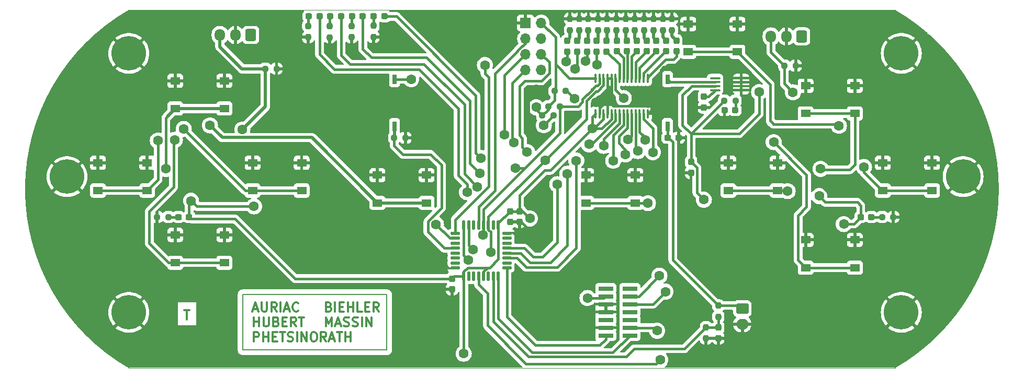
<source format=gbr>
%TF.GenerationSoftware,KiCad,Pcbnew,7.0.5-7.0.5~ubuntu20.04.1*%
%TF.CreationDate,2023-06-15T15:06:08+02:00*%
%TF.ProjectId,Controler_NRF24L01_Exclude_v3,436f6e74-726f-46c6-9572-5f4e52463234,rev?*%
%TF.SameCoordinates,Original*%
%TF.FileFunction,Copper,L1,Top*%
%TF.FilePolarity,Positive*%
%FSLAX45Y45*%
G04 Gerber Fmt 4.5, Leading zero omitted, Abs format (unit mm)*
G04 Created by KiCad (PCBNEW 7.0.5-7.0.5~ubuntu20.04.1) date 2023-06-15 15:06:08*
%MOMM*%
%LPD*%
G01*
G04 APERTURE LIST*
G04 Aperture macros list*
%AMRoundRect*
0 Rectangle with rounded corners*
0 $1 Rounding radius*
0 $2 $3 $4 $5 $6 $7 $8 $9 X,Y pos of 4 corners*
0 Add a 4 corners polygon primitive as box body*
4,1,4,$2,$3,$4,$5,$6,$7,$8,$9,$2,$3,0*
0 Add four circle primitives for the rounded corners*
1,1,$1+$1,$2,$3*
1,1,$1+$1,$4,$5*
1,1,$1+$1,$6,$7*
1,1,$1+$1,$8,$9*
0 Add four rect primitives between the rounded corners*
20,1,$1+$1,$2,$3,$4,$5,0*
20,1,$1+$1,$4,$5,$6,$7,0*
20,1,$1+$1,$6,$7,$8,$9,0*
20,1,$1+$1,$8,$9,$2,$3,0*%
G04 Aperture macros list end*
%TA.AperFunction,Profile*%
%ADD10C,0.050000*%
%TD*%
%TA.AperFunction,Profile*%
%ADD11C,0.100000*%
%TD*%
%ADD12C,0.300000*%
%TA.AperFunction,NonConductor*%
%ADD13C,0.300000*%
%TD*%
%TA.AperFunction,NonConductor*%
%ADD14C,0.200000*%
%TD*%
%TA.AperFunction,SMDPad,CuDef*%
%ADD15RoundRect,0.237500X-0.237500X0.287500X-0.237500X-0.287500X0.237500X-0.287500X0.237500X0.287500X0*%
%TD*%
%TA.AperFunction,SMDPad,CuDef*%
%ADD16RoundRect,0.237500X-0.287500X-0.237500X0.287500X-0.237500X0.287500X0.237500X-0.287500X0.237500X0*%
%TD*%
%TA.AperFunction,SMDPad,CuDef*%
%ADD17RoundRect,0.237500X-0.250000X-0.237500X0.250000X-0.237500X0.250000X0.237500X-0.250000X0.237500X0*%
%TD*%
%TA.AperFunction,SMDPad,CuDef*%
%ADD18R,0.760000X1.600000*%
%TD*%
%TA.AperFunction,SMDPad,CuDef*%
%ADD19RoundRect,0.237500X0.237500X-0.250000X0.237500X0.250000X-0.237500X0.250000X-0.237500X-0.250000X0*%
%TD*%
%TA.AperFunction,SMDPad,CuDef*%
%ADD20RoundRect,0.237500X0.250000X0.237500X-0.250000X0.237500X-0.250000X-0.237500X0.250000X-0.237500X0*%
%TD*%
%TA.AperFunction,SMDPad,CuDef*%
%ADD21RoundRect,0.237500X-0.300000X-0.237500X0.300000X-0.237500X0.300000X0.237500X-0.300000X0.237500X0*%
%TD*%
%TA.AperFunction,ComponentPad*%
%ADD22C,5.600000*%
%TD*%
%TA.AperFunction,SMDPad,CuDef*%
%ADD23R,1.550000X1.300000*%
%TD*%
%TA.AperFunction,ComponentPad*%
%ADD24RoundRect,0.250000X0.600000X0.725000X-0.600000X0.725000X-0.600000X-0.725000X0.600000X-0.725000X0*%
%TD*%
%TA.AperFunction,ComponentPad*%
%ADD25O,1.700000X1.950000*%
%TD*%
%TA.AperFunction,SMDPad,CuDef*%
%ADD26RoundRect,0.125000X0.125000X-0.625000X0.125000X0.625000X-0.125000X0.625000X-0.125000X-0.625000X0*%
%TD*%
%TA.AperFunction,SMDPad,CuDef*%
%ADD27RoundRect,0.125000X0.625000X-0.125000X0.625000X0.125000X-0.625000X0.125000X-0.625000X-0.125000X0*%
%TD*%
%TA.AperFunction,SMDPad,CuDef*%
%ADD28RoundRect,0.237500X-0.237500X0.250000X-0.237500X-0.250000X0.237500X-0.250000X0.237500X0.250000X0*%
%TD*%
%TA.AperFunction,ComponentPad*%
%ADD29R,1.700000X1.700000*%
%TD*%
%TA.AperFunction,ComponentPad*%
%ADD30O,1.700000X1.700000*%
%TD*%
%TA.AperFunction,SMDPad,CuDef*%
%ADD31RoundRect,0.237500X-0.237500X0.300000X-0.237500X-0.300000X0.237500X-0.300000X0.237500X0.300000X0*%
%TD*%
%TA.AperFunction,SMDPad,CuDef*%
%ADD32RoundRect,0.100000X-0.712500X-0.100000X0.712500X-0.100000X0.712500X0.100000X-0.712500X0.100000X0*%
%TD*%
%TA.AperFunction,SMDPad,CuDef*%
%ADD33RoundRect,0.237500X0.300000X0.237500X-0.300000X0.237500X-0.300000X-0.237500X0.300000X-0.237500X0*%
%TD*%
%TA.AperFunction,SMDPad,CuDef*%
%ADD34R,2.400000X0.740000*%
%TD*%
%TA.AperFunction,SMDPad,CuDef*%
%ADD35RoundRect,0.100000X0.100000X-0.637500X0.100000X0.637500X-0.100000X0.637500X-0.100000X-0.637500X0*%
%TD*%
%TA.AperFunction,ComponentPad*%
%ADD36RoundRect,0.250000X-0.750000X0.600000X-0.750000X-0.600000X0.750000X-0.600000X0.750000X0.600000X0*%
%TD*%
%TA.AperFunction,ComponentPad*%
%ADD37O,2.000000X1.700000*%
%TD*%
%TA.AperFunction,ViaPad*%
%ADD38C,1.600000*%
%TD*%
%TA.AperFunction,Conductor*%
%ADD39C,0.400000*%
%TD*%
%TA.AperFunction,Conductor*%
%ADD40C,0.500000*%
%TD*%
G04 APERTURE END LIST*
D10*
X20569000Y-12290000D02*
G75*
G03*
X20569000Y-6490000I-1674316J2900000D01*
G01*
D11*
X8169000Y-6490000D02*
X20569000Y-6490000D01*
X8169000Y-12290000D02*
X20569000Y-12290000D01*
D10*
X8169000Y-6490000D02*
G75*
G03*
X8169000Y-12290000I1674316J-2900000D01*
G01*
D12*
D13*
X9066023Y-11358083D02*
X9151737Y-11358083D01*
X9108880Y-11508083D02*
X9108880Y-11358083D01*
D12*
D13*
X10184808Y-11335226D02*
X10256237Y-11335226D01*
X10170523Y-11378083D02*
X10220523Y-11228083D01*
X10220523Y-11228083D02*
X10270523Y-11378083D01*
X10320522Y-11228083D02*
X10320522Y-11349511D01*
X10320522Y-11349511D02*
X10327665Y-11363797D01*
X10327665Y-11363797D02*
X10334808Y-11370940D01*
X10334808Y-11370940D02*
X10349094Y-11378083D01*
X10349094Y-11378083D02*
X10377665Y-11378083D01*
X10377665Y-11378083D02*
X10391951Y-11370940D01*
X10391951Y-11370940D02*
X10399094Y-11363797D01*
X10399094Y-11363797D02*
X10406237Y-11349511D01*
X10406237Y-11349511D02*
X10406237Y-11228083D01*
X10563380Y-11378083D02*
X10513380Y-11306654D01*
X10477665Y-11378083D02*
X10477665Y-11228083D01*
X10477665Y-11228083D02*
X10534808Y-11228083D01*
X10534808Y-11228083D02*
X10549094Y-11235226D01*
X10549094Y-11235226D02*
X10556237Y-11242368D01*
X10556237Y-11242368D02*
X10563380Y-11256654D01*
X10563380Y-11256654D02*
X10563380Y-11278083D01*
X10563380Y-11278083D02*
X10556237Y-11292368D01*
X10556237Y-11292368D02*
X10549094Y-11299511D01*
X10549094Y-11299511D02*
X10534808Y-11306654D01*
X10534808Y-11306654D02*
X10477665Y-11306654D01*
X10627665Y-11378083D02*
X10627665Y-11228083D01*
X10691951Y-11335226D02*
X10763380Y-11335226D01*
X10677665Y-11378083D02*
X10727665Y-11228083D01*
X10727665Y-11228083D02*
X10777665Y-11378083D01*
X10913380Y-11363797D02*
X10906237Y-11370940D01*
X10906237Y-11370940D02*
X10884808Y-11378083D01*
X10884808Y-11378083D02*
X10870523Y-11378083D01*
X10870523Y-11378083D02*
X10849094Y-11370940D01*
X10849094Y-11370940D02*
X10834808Y-11356654D01*
X10834808Y-11356654D02*
X10827665Y-11342368D01*
X10827665Y-11342368D02*
X10820523Y-11313797D01*
X10820523Y-11313797D02*
X10820523Y-11292368D01*
X10820523Y-11292368D02*
X10827665Y-11263797D01*
X10827665Y-11263797D02*
X10834808Y-11249511D01*
X10834808Y-11249511D02*
X10849094Y-11235226D01*
X10849094Y-11235226D02*
X10870523Y-11228083D01*
X10870523Y-11228083D02*
X10884808Y-11228083D01*
X10884808Y-11228083D02*
X10906237Y-11235226D01*
X10906237Y-11235226D02*
X10913380Y-11242368D01*
X11406237Y-11299511D02*
X11427665Y-11306654D01*
X11427665Y-11306654D02*
X11434808Y-11313797D01*
X11434808Y-11313797D02*
X11441951Y-11328083D01*
X11441951Y-11328083D02*
X11441951Y-11349511D01*
X11441951Y-11349511D02*
X11434808Y-11363797D01*
X11434808Y-11363797D02*
X11427665Y-11370940D01*
X11427665Y-11370940D02*
X11413380Y-11378083D01*
X11413380Y-11378083D02*
X11356237Y-11378083D01*
X11356237Y-11378083D02*
X11356237Y-11228083D01*
X11356237Y-11228083D02*
X11406237Y-11228083D01*
X11406237Y-11228083D02*
X11420522Y-11235226D01*
X11420522Y-11235226D02*
X11427665Y-11242368D01*
X11427665Y-11242368D02*
X11434808Y-11256654D01*
X11434808Y-11256654D02*
X11434808Y-11270940D01*
X11434808Y-11270940D02*
X11427665Y-11285226D01*
X11427665Y-11285226D02*
X11420522Y-11292368D01*
X11420522Y-11292368D02*
X11406237Y-11299511D01*
X11406237Y-11299511D02*
X11356237Y-11299511D01*
X11506237Y-11378083D02*
X11506237Y-11228083D01*
X11577665Y-11299511D02*
X11627665Y-11299511D01*
X11649094Y-11378083D02*
X11577665Y-11378083D01*
X11577665Y-11378083D02*
X11577665Y-11228083D01*
X11577665Y-11228083D02*
X11649094Y-11228083D01*
X11713380Y-11378083D02*
X11713380Y-11228083D01*
X11713380Y-11299511D02*
X11799094Y-11299511D01*
X11799094Y-11378083D02*
X11799094Y-11228083D01*
X11941951Y-11378083D02*
X11870522Y-11378083D01*
X11870522Y-11378083D02*
X11870522Y-11228083D01*
X11991951Y-11299511D02*
X12041951Y-11299511D01*
X12063380Y-11378083D02*
X11991951Y-11378083D01*
X11991951Y-11378083D02*
X11991951Y-11228083D01*
X11991951Y-11228083D02*
X12063380Y-11228083D01*
X12213380Y-11378083D02*
X12163380Y-11306654D01*
X12127665Y-11378083D02*
X12127665Y-11228083D01*
X12127665Y-11228083D02*
X12184808Y-11228083D01*
X12184808Y-11228083D02*
X12199094Y-11235226D01*
X12199094Y-11235226D02*
X12206237Y-11242368D01*
X12206237Y-11242368D02*
X12213380Y-11256654D01*
X12213380Y-11256654D02*
X12213380Y-11278083D01*
X12213380Y-11278083D02*
X12206237Y-11292368D01*
X12206237Y-11292368D02*
X12199094Y-11299511D01*
X12199094Y-11299511D02*
X12184808Y-11306654D01*
X12184808Y-11306654D02*
X12127665Y-11306654D01*
X10191951Y-11619583D02*
X10191951Y-11469583D01*
X10191951Y-11541011D02*
X10277665Y-11541011D01*
X10277665Y-11619583D02*
X10277665Y-11469583D01*
X10349094Y-11469583D02*
X10349094Y-11591011D01*
X10349094Y-11591011D02*
X10356237Y-11605297D01*
X10356237Y-11605297D02*
X10363380Y-11612440D01*
X10363380Y-11612440D02*
X10377665Y-11619583D01*
X10377665Y-11619583D02*
X10406237Y-11619583D01*
X10406237Y-11619583D02*
X10420523Y-11612440D01*
X10420523Y-11612440D02*
X10427665Y-11605297D01*
X10427665Y-11605297D02*
X10434808Y-11591011D01*
X10434808Y-11591011D02*
X10434808Y-11469583D01*
X10556237Y-11541011D02*
X10577665Y-11548154D01*
X10577665Y-11548154D02*
X10584808Y-11555297D01*
X10584808Y-11555297D02*
X10591951Y-11569583D01*
X10591951Y-11569583D02*
X10591951Y-11591011D01*
X10591951Y-11591011D02*
X10584808Y-11605297D01*
X10584808Y-11605297D02*
X10577665Y-11612440D01*
X10577665Y-11612440D02*
X10563380Y-11619583D01*
X10563380Y-11619583D02*
X10506237Y-11619583D01*
X10506237Y-11619583D02*
X10506237Y-11469583D01*
X10506237Y-11469583D02*
X10556237Y-11469583D01*
X10556237Y-11469583D02*
X10570523Y-11476726D01*
X10570523Y-11476726D02*
X10577665Y-11483868D01*
X10577665Y-11483868D02*
X10584808Y-11498154D01*
X10584808Y-11498154D02*
X10584808Y-11512440D01*
X10584808Y-11512440D02*
X10577665Y-11526726D01*
X10577665Y-11526726D02*
X10570523Y-11533868D01*
X10570523Y-11533868D02*
X10556237Y-11541011D01*
X10556237Y-11541011D02*
X10506237Y-11541011D01*
X10656237Y-11541011D02*
X10706237Y-11541011D01*
X10727665Y-11619583D02*
X10656237Y-11619583D01*
X10656237Y-11619583D02*
X10656237Y-11469583D01*
X10656237Y-11469583D02*
X10727665Y-11469583D01*
X10877665Y-11619583D02*
X10827665Y-11548154D01*
X10791951Y-11619583D02*
X10791951Y-11469583D01*
X10791951Y-11469583D02*
X10849094Y-11469583D01*
X10849094Y-11469583D02*
X10863380Y-11476726D01*
X10863380Y-11476726D02*
X10870523Y-11483868D01*
X10870523Y-11483868D02*
X10877665Y-11498154D01*
X10877665Y-11498154D02*
X10877665Y-11519583D01*
X10877665Y-11519583D02*
X10870523Y-11533868D01*
X10870523Y-11533868D02*
X10863380Y-11541011D01*
X10863380Y-11541011D02*
X10849094Y-11548154D01*
X10849094Y-11548154D02*
X10791951Y-11548154D01*
X10920523Y-11469583D02*
X11006237Y-11469583D01*
X10963380Y-11619583D02*
X10963380Y-11469583D01*
X11356237Y-11619583D02*
X11356237Y-11469583D01*
X11356237Y-11469583D02*
X11406237Y-11576726D01*
X11406237Y-11576726D02*
X11456237Y-11469583D01*
X11456237Y-11469583D02*
X11456237Y-11619583D01*
X11520522Y-11576726D02*
X11591951Y-11576726D01*
X11506237Y-11619583D02*
X11556237Y-11469583D01*
X11556237Y-11469583D02*
X11606237Y-11619583D01*
X11649094Y-11612440D02*
X11670522Y-11619583D01*
X11670522Y-11619583D02*
X11706237Y-11619583D01*
X11706237Y-11619583D02*
X11720522Y-11612440D01*
X11720522Y-11612440D02*
X11727665Y-11605297D01*
X11727665Y-11605297D02*
X11734808Y-11591011D01*
X11734808Y-11591011D02*
X11734808Y-11576726D01*
X11734808Y-11576726D02*
X11727665Y-11562440D01*
X11727665Y-11562440D02*
X11720522Y-11555297D01*
X11720522Y-11555297D02*
X11706237Y-11548154D01*
X11706237Y-11548154D02*
X11677665Y-11541011D01*
X11677665Y-11541011D02*
X11663380Y-11533868D01*
X11663380Y-11533868D02*
X11656237Y-11526726D01*
X11656237Y-11526726D02*
X11649094Y-11512440D01*
X11649094Y-11512440D02*
X11649094Y-11498154D01*
X11649094Y-11498154D02*
X11656237Y-11483868D01*
X11656237Y-11483868D02*
X11663380Y-11476726D01*
X11663380Y-11476726D02*
X11677665Y-11469583D01*
X11677665Y-11469583D02*
X11713380Y-11469583D01*
X11713380Y-11469583D02*
X11734808Y-11476726D01*
X11791951Y-11612440D02*
X11813380Y-11619583D01*
X11813380Y-11619583D02*
X11849094Y-11619583D01*
X11849094Y-11619583D02*
X11863380Y-11612440D01*
X11863380Y-11612440D02*
X11870522Y-11605297D01*
X11870522Y-11605297D02*
X11877665Y-11591011D01*
X11877665Y-11591011D02*
X11877665Y-11576726D01*
X11877665Y-11576726D02*
X11870522Y-11562440D01*
X11870522Y-11562440D02*
X11863380Y-11555297D01*
X11863380Y-11555297D02*
X11849094Y-11548154D01*
X11849094Y-11548154D02*
X11820522Y-11541011D01*
X11820522Y-11541011D02*
X11806237Y-11533868D01*
X11806237Y-11533868D02*
X11799094Y-11526726D01*
X11799094Y-11526726D02*
X11791951Y-11512440D01*
X11791951Y-11512440D02*
X11791951Y-11498154D01*
X11791951Y-11498154D02*
X11799094Y-11483868D01*
X11799094Y-11483868D02*
X11806237Y-11476726D01*
X11806237Y-11476726D02*
X11820522Y-11469583D01*
X11820522Y-11469583D02*
X11856237Y-11469583D01*
X11856237Y-11469583D02*
X11877665Y-11476726D01*
X11941951Y-11619583D02*
X11941951Y-11469583D01*
X12013379Y-11619583D02*
X12013379Y-11469583D01*
X12013379Y-11469583D02*
X12099094Y-11619583D01*
X12099094Y-11619583D02*
X12099094Y-11469583D01*
X10191951Y-11861083D02*
X10191951Y-11711083D01*
X10191951Y-11711083D02*
X10249094Y-11711083D01*
X10249094Y-11711083D02*
X10263380Y-11718226D01*
X10263380Y-11718226D02*
X10270523Y-11725368D01*
X10270523Y-11725368D02*
X10277665Y-11739654D01*
X10277665Y-11739654D02*
X10277665Y-11761083D01*
X10277665Y-11761083D02*
X10270523Y-11775368D01*
X10270523Y-11775368D02*
X10263380Y-11782511D01*
X10263380Y-11782511D02*
X10249094Y-11789654D01*
X10249094Y-11789654D02*
X10191951Y-11789654D01*
X10341951Y-11861083D02*
X10341951Y-11711083D01*
X10341951Y-11782511D02*
X10427665Y-11782511D01*
X10427665Y-11861083D02*
X10427665Y-11711083D01*
X10499094Y-11782511D02*
X10549094Y-11782511D01*
X10570523Y-11861083D02*
X10499094Y-11861083D01*
X10499094Y-11861083D02*
X10499094Y-11711083D01*
X10499094Y-11711083D02*
X10570523Y-11711083D01*
X10613380Y-11711083D02*
X10699094Y-11711083D01*
X10656237Y-11861083D02*
X10656237Y-11711083D01*
X10741951Y-11853940D02*
X10763380Y-11861083D01*
X10763380Y-11861083D02*
X10799094Y-11861083D01*
X10799094Y-11861083D02*
X10813380Y-11853940D01*
X10813380Y-11853940D02*
X10820523Y-11846797D01*
X10820523Y-11846797D02*
X10827665Y-11832511D01*
X10827665Y-11832511D02*
X10827665Y-11818226D01*
X10827665Y-11818226D02*
X10820523Y-11803940D01*
X10820523Y-11803940D02*
X10813380Y-11796797D01*
X10813380Y-11796797D02*
X10799094Y-11789654D01*
X10799094Y-11789654D02*
X10770523Y-11782511D01*
X10770523Y-11782511D02*
X10756237Y-11775368D01*
X10756237Y-11775368D02*
X10749094Y-11768226D01*
X10749094Y-11768226D02*
X10741951Y-11753940D01*
X10741951Y-11753940D02*
X10741951Y-11739654D01*
X10741951Y-11739654D02*
X10749094Y-11725368D01*
X10749094Y-11725368D02*
X10756237Y-11718226D01*
X10756237Y-11718226D02*
X10770523Y-11711083D01*
X10770523Y-11711083D02*
X10806237Y-11711083D01*
X10806237Y-11711083D02*
X10827665Y-11718226D01*
X10891951Y-11861083D02*
X10891951Y-11711083D01*
X10963380Y-11861083D02*
X10963380Y-11711083D01*
X10963380Y-11711083D02*
X11049094Y-11861083D01*
X11049094Y-11861083D02*
X11049094Y-11711083D01*
X11149094Y-11711083D02*
X11177665Y-11711083D01*
X11177665Y-11711083D02*
X11191951Y-11718226D01*
X11191951Y-11718226D02*
X11206237Y-11732511D01*
X11206237Y-11732511D02*
X11213380Y-11761083D01*
X11213380Y-11761083D02*
X11213380Y-11811083D01*
X11213380Y-11811083D02*
X11206237Y-11839654D01*
X11206237Y-11839654D02*
X11191951Y-11853940D01*
X11191951Y-11853940D02*
X11177665Y-11861083D01*
X11177665Y-11861083D02*
X11149094Y-11861083D01*
X11149094Y-11861083D02*
X11134808Y-11853940D01*
X11134808Y-11853940D02*
X11120523Y-11839654D01*
X11120523Y-11839654D02*
X11113380Y-11811083D01*
X11113380Y-11811083D02*
X11113380Y-11761083D01*
X11113380Y-11761083D02*
X11120523Y-11732511D01*
X11120523Y-11732511D02*
X11134808Y-11718226D01*
X11134808Y-11718226D02*
X11149094Y-11711083D01*
X11363380Y-11861083D02*
X11313380Y-11789654D01*
X11277665Y-11861083D02*
X11277665Y-11711083D01*
X11277665Y-11711083D02*
X11334808Y-11711083D01*
X11334808Y-11711083D02*
X11349094Y-11718226D01*
X11349094Y-11718226D02*
X11356237Y-11725368D01*
X11356237Y-11725368D02*
X11363380Y-11739654D01*
X11363380Y-11739654D02*
X11363380Y-11761083D01*
X11363380Y-11761083D02*
X11356237Y-11775368D01*
X11356237Y-11775368D02*
X11349094Y-11782511D01*
X11349094Y-11782511D02*
X11334808Y-11789654D01*
X11334808Y-11789654D02*
X11277665Y-11789654D01*
X11420523Y-11818226D02*
X11491951Y-11818226D01*
X11406237Y-11861083D02*
X11456237Y-11711083D01*
X11456237Y-11711083D02*
X11506237Y-11861083D01*
X11534808Y-11711083D02*
X11620523Y-11711083D01*
X11577665Y-11861083D02*
X11577665Y-11711083D01*
X11670522Y-11861083D02*
X11670522Y-11711083D01*
X11670522Y-11782511D02*
X11756237Y-11782511D01*
X11756237Y-11861083D02*
X11756237Y-11711083D01*
D14*
X10014000Y-11100000D02*
X12346000Y-11100000D01*
X12346000Y-12001000D01*
X10014000Y-12001000D01*
X10014000Y-11100000D01*
D15*
X16706500Y-6982500D03*
X16706500Y-7157500D03*
D16*
X17807500Y-8110000D03*
X17982500Y-8110000D03*
D15*
X15581500Y-6985000D03*
X15581500Y-7160000D03*
D17*
X17803750Y-7957600D03*
X17986250Y-7957600D03*
D18*
X12469000Y-8371000D03*
X12469000Y-7609000D03*
D15*
X16866500Y-6982500D03*
X16866500Y-7157500D03*
D19*
X16809000Y-6812500D03*
X16809000Y-6630000D03*
D15*
X16226500Y-6982500D03*
X16226500Y-7157500D03*
D20*
X15141250Y-8050000D03*
X14958750Y-8050000D03*
D16*
X11431500Y-6590000D03*
X11606500Y-6590000D03*
D21*
X16892250Y-8560000D03*
X17064750Y-8560000D03*
D19*
X16059000Y-6812500D03*
X16059000Y-6630000D03*
D22*
X8169000Y-7190000D03*
D19*
X15459000Y-6812500D03*
X15459000Y-6630000D03*
D22*
X8169000Y-11390000D03*
D19*
X15606000Y-6812500D03*
X15606000Y-6630000D03*
X16659000Y-6812500D03*
X16659000Y-6630000D03*
D20*
X8811048Y-9845000D03*
X8628548Y-9845000D03*
D23*
X8921500Y-7635000D03*
X9716500Y-7635000D03*
X8921500Y-8085000D03*
X9716500Y-8085000D03*
X12192500Y-9165000D03*
X12987500Y-9165000D03*
X12192500Y-9615000D03*
X12987500Y-9615000D03*
D17*
X14858750Y-8200000D03*
X15041250Y-8200000D03*
D24*
X19059400Y-6916200D03*
D25*
X18809400Y-6916200D03*
X18559400Y-6916200D03*
D22*
X20669000Y-7190000D03*
D19*
X16209000Y-6812500D03*
X16209000Y-6630000D03*
D26*
X13589000Y-10807500D03*
X13669000Y-10807500D03*
X13749000Y-10807500D03*
X13829000Y-10807500D03*
X13909000Y-10807500D03*
X13989000Y-10807500D03*
X14069000Y-10807500D03*
X14149000Y-10807500D03*
D27*
X14286500Y-10670000D03*
X14286500Y-10590000D03*
X14286500Y-10510000D03*
X14286500Y-10430000D03*
X14286500Y-10350000D03*
X14286500Y-10270000D03*
X14286500Y-10190000D03*
X14286500Y-10110000D03*
D26*
X14149000Y-9972500D03*
X14069000Y-9972500D03*
X13989000Y-9972500D03*
X13909000Y-9972500D03*
X13829000Y-9972500D03*
X13749000Y-9972500D03*
X13669000Y-9972500D03*
X13589000Y-9972500D03*
D27*
X13451500Y-10110000D03*
X13451500Y-10190000D03*
X13451500Y-10270000D03*
X13451500Y-10350000D03*
X13451500Y-10430000D03*
X13451500Y-10510000D03*
X13451500Y-10590000D03*
X13451500Y-10670000D03*
D15*
X15421400Y-6985000D03*
X15421400Y-7160000D03*
D23*
X17221500Y-6715000D03*
X18016500Y-6715000D03*
X17221500Y-7165000D03*
X18016500Y-7165000D03*
D28*
X17509000Y-11632500D03*
X17509000Y-11815000D03*
D23*
X7671500Y-8965000D03*
X8466500Y-8965000D03*
X7671500Y-9415000D03*
X8466500Y-9415000D03*
D24*
X10144000Y-6892500D03*
D25*
X9894000Y-6892500D03*
X9644000Y-6892500D03*
D19*
X15309000Y-6812500D03*
X15309000Y-6630000D03*
D15*
X15741500Y-6985000D03*
X15741500Y-7160000D03*
X17029000Y-6982500D03*
X17029000Y-7157500D03*
D23*
X17871500Y-8965000D03*
X18666500Y-8965000D03*
X17871500Y-9415000D03*
X18666500Y-9415000D03*
D20*
X15241250Y-7800000D03*
X15058750Y-7800000D03*
D19*
X16509000Y-6812500D03*
X16509000Y-6630000D03*
X16359000Y-6812500D03*
X16359000Y-6630000D03*
D15*
X16546500Y-6982500D03*
X16546500Y-7157500D03*
D23*
X15571500Y-9165000D03*
X16366500Y-9165000D03*
X15571500Y-9615000D03*
X16366500Y-9615000D03*
D28*
X11421500Y-6748750D03*
X11421500Y-6931250D03*
D29*
X14589000Y-6696000D03*
D30*
X14843000Y-6696000D03*
X14589000Y-6950000D03*
X14843000Y-6950000D03*
X14589000Y-7204000D03*
X14843000Y-7204000D03*
X14589000Y-7458000D03*
X14843000Y-7458000D03*
D31*
X13399200Y-10843150D03*
X13399200Y-11015650D03*
D22*
X21669000Y-9190000D03*
D16*
X11781500Y-6590000D03*
X11956500Y-6590000D03*
D17*
X12462750Y-8560000D03*
X12645250Y-8560000D03*
D21*
X8973548Y-9845000D03*
X9146048Y-9845000D03*
D23*
X8921500Y-10135000D03*
X9716500Y-10135000D03*
X8921500Y-10585000D03*
X9716500Y-10585000D03*
D31*
X14339000Y-9750950D03*
X14339000Y-9923450D03*
D15*
X16065000Y-6983750D03*
X16065000Y-7158750D03*
D28*
X12129000Y-6741250D03*
X12129000Y-6923750D03*
D31*
X14491400Y-9750950D03*
X14491400Y-9923450D03*
D23*
X19121500Y-7715000D03*
X19916500Y-7715000D03*
X19121500Y-8165000D03*
X19916500Y-8165000D03*
D22*
X7169000Y-9190000D03*
D15*
X16386500Y-6982500D03*
X16386500Y-7157500D03*
D28*
X11071500Y-6746250D03*
X11071500Y-6928750D03*
D17*
X10377750Y-7440000D03*
X10560250Y-7440000D03*
D28*
X11774000Y-6746250D03*
X11774000Y-6928750D03*
D16*
X11081500Y-6590000D03*
X11256500Y-6590000D03*
D18*
X16886000Y-8371000D03*
X16886000Y-7609000D03*
D32*
X17657750Y-7592500D03*
X17657750Y-7657500D03*
X17657750Y-7722500D03*
X17657750Y-7787500D03*
X18080250Y-7787500D03*
X18080250Y-7722500D03*
X18080250Y-7657500D03*
X18080250Y-7592500D03*
D33*
X20186452Y-9845000D03*
X20013952Y-9845000D03*
D15*
X15901500Y-6985000D03*
X15901500Y-7160000D03*
D17*
X20358952Y-9845000D03*
X20541452Y-9845000D03*
D31*
X17709000Y-11637500D03*
X17709000Y-11810000D03*
D34*
X15886500Y-11003000D03*
X16276500Y-11003000D03*
X15886500Y-11130000D03*
X16276500Y-11130000D03*
X15886500Y-11257000D03*
X16276500Y-11257000D03*
X15886500Y-11384000D03*
X16276500Y-11384000D03*
X15886500Y-11511000D03*
X16276500Y-11511000D03*
X15886500Y-11638000D03*
X16276500Y-11638000D03*
X15886500Y-11765000D03*
X16276500Y-11765000D03*
D31*
X17474000Y-7893750D03*
X17474000Y-8066250D03*
D22*
X20669000Y-11390000D03*
D35*
X15719900Y-8167650D03*
X15784900Y-8167650D03*
X15849900Y-8167650D03*
X15914900Y-8167650D03*
X15979900Y-8167650D03*
X16044900Y-8167650D03*
X16109900Y-8167650D03*
X16174900Y-8167650D03*
X16239900Y-8167650D03*
X16304900Y-8167650D03*
X16369900Y-8167650D03*
X16434900Y-8167650D03*
X16499900Y-8167650D03*
X16564900Y-8167650D03*
X16564900Y-7595150D03*
X16499900Y-7595150D03*
X16434900Y-7595150D03*
X16369900Y-7595150D03*
X16304900Y-7595150D03*
X16239900Y-7595150D03*
X16174900Y-7595150D03*
X16109900Y-7595150D03*
X16044900Y-7595150D03*
X15979900Y-7595150D03*
X15914900Y-7595150D03*
X15849900Y-7595150D03*
X15784900Y-7595150D03*
X15719900Y-7595150D03*
D15*
X15261500Y-6985000D03*
X15261500Y-7160000D03*
D19*
X15909000Y-6812500D03*
X15909000Y-6630000D03*
D23*
X19121500Y-10215000D03*
X19916500Y-10215000D03*
X19121500Y-10665000D03*
X19916500Y-10665000D03*
D28*
X17709000Y-11278750D03*
X17709000Y-11461250D03*
D23*
X10171500Y-8965000D03*
X10966500Y-8965000D03*
X10171500Y-9415000D03*
X10966500Y-9415000D03*
D19*
X15759000Y-6812500D03*
X15759000Y-6630000D03*
D23*
X20371500Y-8965000D03*
X21166500Y-8965000D03*
X20371500Y-9415000D03*
X21166500Y-9415000D03*
D17*
X18777750Y-7390000D03*
X18960250Y-7390000D03*
D31*
X17268500Y-8952000D03*
X17268500Y-9124500D03*
D16*
X12131500Y-6590000D03*
X12306500Y-6590000D03*
D19*
X16959000Y-6812500D03*
X16959000Y-6630000D03*
D36*
X18096500Y-11330000D03*
D37*
X18096500Y-11580000D03*
D38*
X19340000Y-9504000D03*
X12740000Y-7608950D03*
X18368000Y-7818000D03*
X10195000Y-9672000D03*
X14760950Y-8063580D03*
X13588000Y-12059000D03*
X19738000Y-9958000D03*
X14660000Y-9868000D03*
X15591000Y-11157000D03*
X15666000Y-8410000D03*
X17474000Y-9563000D03*
X9176000Y-9581000D03*
X17680000Y-8310000D03*
X17330000Y-8210000D03*
X17300000Y-7960000D03*
X15367000Y-8214000D03*
X17203000Y-7412000D03*
X14870000Y-9340000D03*
X14761000Y-7769000D03*
X11790000Y-7125000D03*
X17900000Y-8320000D03*
X14636000Y-8233000D03*
X14790000Y-10310000D03*
X12307000Y-7094000D03*
X11435000Y-7134000D03*
X15728000Y-7986000D03*
X13642000Y-9441000D03*
X16207000Y-8829000D03*
X13808000Y-9352000D03*
X16008000Y-8931000D03*
X13848000Y-9132000D03*
X15854000Y-8689000D03*
X13864000Y-8887000D03*
X15617000Y-8665000D03*
X16244950Y-8584019D03*
X15247504Y-7324719D03*
X15388000Y-7445000D03*
X16405000Y-8774000D03*
X15556000Y-7316000D03*
X16522000Y-8596000D03*
X16650000Y-8794000D03*
X15745000Y-7373000D03*
X13739000Y-10372000D03*
X16755000Y-10795000D03*
X13661559Y-10539957D03*
X16855000Y-11054000D03*
X16770000Y-12160000D03*
X16719000Y-11688000D03*
X10007000Y-8426050D03*
X18916000Y-7822000D03*
X14884125Y-8357125D03*
X14024000Y-10414000D03*
X14905000Y-8922000D03*
X13900877Y-10137330D03*
X14423000Y-9051000D03*
X13140720Y-9961720D03*
X16178000Y-7916000D03*
X15383625Y-7924657D03*
X20065000Y-9033000D03*
X18604000Y-8629000D03*
X19363000Y-9063000D03*
X18829000Y-9424000D03*
X8768000Y-9064000D03*
X19660000Y-8365000D03*
X9058000Y-8416000D03*
X8641000Y-8604000D03*
X8915796Y-8591548D03*
X9482529Y-8358265D03*
X16569000Y-9619000D03*
X14246000Y-8510000D03*
X15411000Y-8929000D03*
X14396000Y-8637000D03*
X15266000Y-9142000D03*
X14614000Y-8790856D03*
X15102000Y-9312000D03*
X13932000Y-7380000D03*
D39*
X14491400Y-9750950D02*
X14542950Y-9750950D01*
X15076000Y-7370000D02*
X15076000Y-7112000D01*
X15076000Y-7782750D02*
X15058750Y-7800000D01*
X15824082Y-8410000D02*
X15979900Y-8254182D01*
X17130000Y-7870000D02*
X17277500Y-7722500D01*
X9146048Y-9845000D02*
X9146048Y-9610952D01*
X9146048Y-9610952D02*
X9176000Y-9581000D01*
X14149000Y-10523000D02*
X14007000Y-10665000D01*
X15666000Y-8221550D02*
X15719900Y-8167650D01*
X13589000Y-10807500D02*
X13434850Y-10807500D01*
X13589000Y-10731183D02*
X13655183Y-10665000D01*
X14958750Y-8100000D02*
X14858750Y-8200000D01*
X13589000Y-10807500D02*
X13589000Y-10731183D01*
X15076000Y-7370000D02*
X15076000Y-7782750D01*
X17277500Y-7722500D02*
X17657750Y-7722500D01*
X15859500Y-11157000D02*
X15886500Y-11130000D01*
X14491400Y-9750950D02*
X14339000Y-9750950D01*
X14958750Y-8050000D02*
X14958750Y-8100000D01*
X9176000Y-9582000D02*
X9176000Y-9581000D01*
X17268500Y-8492850D02*
X18047150Y-8492850D01*
X14542950Y-9750950D02*
X14660000Y-9868000D01*
X17361000Y-9279000D02*
X17361000Y-9450000D01*
X17268500Y-8492850D02*
X17130000Y-8354350D01*
X14007000Y-10665000D02*
X13975183Y-10665000D01*
X15849900Y-8254182D02*
X15849900Y-8167650D01*
X13975183Y-10665000D02*
X13909000Y-10731183D01*
X13589000Y-12058000D02*
X13588000Y-12059000D01*
X10859150Y-10843150D02*
X9891000Y-9875000D01*
X15666000Y-8410000D02*
X15666000Y-8221550D01*
X14843000Y-6696000D02*
X15076000Y-6929000D01*
X15719900Y-7595150D02*
X15301150Y-7595150D01*
X18368000Y-8172000D02*
X18368000Y-7818000D01*
X17361000Y-9450000D02*
X17474000Y-9563000D01*
X13909000Y-10731183D02*
X13909000Y-10807500D01*
X13655183Y-10665000D02*
X13975183Y-10665000D01*
X13589000Y-11482000D02*
X13589000Y-12058000D01*
X17268500Y-8952000D02*
X17361000Y-9044500D01*
X12469000Y-7609000D02*
X12739950Y-7609000D01*
X15301150Y-7595150D02*
X15076000Y-7370000D01*
X14899500Y-9087500D02*
X14988500Y-9087500D01*
X17361000Y-9044500D02*
X17361000Y-9279000D01*
X15694082Y-8410000D02*
X15849900Y-8254182D01*
X17268500Y-8492850D02*
X17803750Y-7957600D01*
X19738000Y-9958000D02*
X19900952Y-9958000D01*
X19441000Y-9605000D02*
X19959000Y-9605000D01*
X12739950Y-7609000D02*
X12740000Y-7608950D01*
X20013952Y-9659952D02*
X20013952Y-9845000D01*
X13434850Y-10807500D02*
X13399200Y-10843150D01*
X15076000Y-6929000D02*
X15076000Y-7112000D01*
X14149000Y-9972500D02*
X14149000Y-10523000D01*
X15591000Y-11157000D02*
X15859500Y-11157000D01*
X14149000Y-9940950D02*
X14149000Y-9972500D01*
X19959000Y-9605000D02*
X20013952Y-9659952D01*
X15666000Y-8410000D02*
X15824082Y-8410000D01*
X19900952Y-9958000D02*
X20013952Y-9845000D01*
X9266000Y-9672000D02*
X9176000Y-9582000D01*
X14760950Y-8102200D02*
X14760950Y-8063580D01*
X14491400Y-9495600D02*
X14899500Y-9087500D01*
X15058750Y-7800000D02*
X15058750Y-7950000D01*
X9891000Y-9875000D02*
X9176048Y-9875000D01*
X13399200Y-10843150D02*
X10859150Y-10843150D01*
X14491400Y-9750950D02*
X14491400Y-9495600D01*
X17268500Y-8952000D02*
X17268500Y-8492850D01*
X15058750Y-7950000D02*
X14958750Y-8050000D01*
X19340000Y-9504000D02*
X19441000Y-9605000D01*
X13589000Y-10807500D02*
X13589000Y-11482000D01*
X17130000Y-8354350D02*
X17130000Y-7870000D01*
X15979900Y-8254182D02*
X15979900Y-8167650D01*
X15666000Y-8410000D02*
X15694082Y-8410000D01*
X10195000Y-9672000D02*
X9266000Y-9672000D01*
X9176048Y-9875000D02*
X9146048Y-9845000D01*
X18047150Y-8492850D02*
X18368000Y-8172000D01*
X14339000Y-9750950D02*
X14149000Y-9940950D01*
X14988500Y-9087500D02*
X15666000Y-8410000D01*
X14858750Y-8200000D02*
X14760950Y-8102200D01*
X15979900Y-7595150D02*
X15979900Y-7970100D01*
X16624000Y-8108550D02*
X16564900Y-8167650D01*
X14615000Y-10017000D02*
X14521450Y-9923450D01*
X14636000Y-7894000D02*
X14761000Y-7769000D01*
X15914900Y-7955000D02*
X15914900Y-8167650D01*
X16004900Y-8045000D02*
X16575000Y-8045000D01*
X14889000Y-9359000D02*
X14889000Y-9845000D01*
X15914900Y-7595150D02*
X15979900Y-7595150D01*
X15914900Y-7951118D02*
X15784900Y-8081118D01*
X15914900Y-7955000D02*
X15954950Y-7995050D01*
X14521450Y-9923450D02*
X14491400Y-9923450D01*
X16776000Y-7461000D02*
X16825000Y-7412000D01*
X15979900Y-7745000D02*
X15914900Y-7810000D01*
X16825000Y-7412000D02*
X17203000Y-7412000D01*
X14636000Y-8233000D02*
X14636000Y-7894000D01*
X14717000Y-10017000D02*
X14615000Y-10017000D01*
X16575000Y-8045000D02*
X16776000Y-7844000D01*
X15914900Y-7955000D02*
X15759000Y-7955000D01*
X15954950Y-7995050D02*
X16004900Y-8045000D01*
X16575000Y-8045000D02*
X16624000Y-8045000D01*
X15759000Y-7955000D02*
X15728000Y-7986000D01*
X16624000Y-8045000D02*
X16624000Y-8108550D01*
X15979900Y-7970100D02*
X15954950Y-7995050D01*
X14870000Y-9340000D02*
X14889000Y-9359000D01*
X14889000Y-9845000D02*
X14717000Y-10017000D01*
X14491400Y-9923450D02*
X14339000Y-9923450D01*
X15914900Y-7951118D02*
X15914900Y-7955000D01*
X16776000Y-7844000D02*
X16776000Y-7461000D01*
X15914900Y-7595150D02*
X15914900Y-7810000D01*
X15784900Y-8081118D02*
X15784900Y-8167650D01*
X15979900Y-7595150D02*
X15979900Y-7745000D01*
X15914900Y-7810000D02*
X15914900Y-7951118D01*
X14069000Y-10807500D02*
X14069000Y-11544000D01*
X16350000Y-11980000D02*
X17161500Y-11980000D01*
X17704000Y-11632500D02*
X17709000Y-11637500D01*
X14069000Y-11544000D02*
X14633000Y-12108000D01*
X17709000Y-11637500D02*
X17709000Y-11461250D01*
X17161500Y-11980000D02*
X17509000Y-11632500D01*
X14633000Y-12108000D02*
X16222000Y-12108000D01*
X17509000Y-11632500D02*
X17704000Y-11632500D01*
X16222000Y-12108000D02*
X16350000Y-11980000D01*
X17709000Y-11278750D02*
X18045250Y-11278750D01*
X16886000Y-8371000D02*
X16886000Y-8543750D01*
X16971000Y-8628750D02*
X16892250Y-8550000D01*
X16971000Y-10540750D02*
X16971000Y-9695750D01*
X16971000Y-9695750D02*
X16971000Y-8628750D01*
X16886000Y-8543750D02*
X16892250Y-8550000D01*
X17709000Y-11278750D02*
X16971000Y-10540750D01*
X18045250Y-11278750D02*
X18096500Y-11330000D01*
X20358952Y-9845000D02*
X20186452Y-9845000D01*
X8973548Y-9845000D02*
X8811048Y-9845000D01*
X17551500Y-7893750D02*
X17657750Y-7787500D01*
X17474000Y-7893750D02*
X17551500Y-7893750D01*
X17986250Y-7957600D02*
X17986250Y-8106250D01*
X17986250Y-8106250D02*
X17982500Y-8110000D01*
X11071500Y-6746250D02*
X11071500Y-6600000D01*
X11071500Y-6600000D02*
X11081500Y-6590000D01*
X13498500Y-8082500D02*
X13498500Y-9170500D01*
X11256500Y-6590000D02*
X11256500Y-7208500D01*
X16239900Y-8397100D02*
X16239900Y-8167650D01*
X11497000Y-7449000D02*
X12865000Y-7449000D01*
X13498500Y-9170500D02*
X13642000Y-9314000D01*
X16104000Y-8533000D02*
X16239900Y-8397100D01*
X16207000Y-8829000D02*
X16207000Y-8752000D01*
X16104000Y-8649000D02*
X16104000Y-8533000D01*
X16207000Y-8752000D02*
X16104000Y-8649000D01*
X11256500Y-7208500D02*
X11497000Y-7449000D01*
X13642000Y-9314000D02*
X13642000Y-9441000D01*
X12865000Y-7449000D02*
X13498500Y-8082500D01*
X11421500Y-6748750D02*
X11421500Y-6600000D01*
X11421500Y-6600000D02*
X11431500Y-6590000D01*
X11606500Y-7218500D02*
X11753000Y-7365000D01*
X13601000Y-8022000D02*
X13601000Y-9145000D01*
X16008000Y-8517000D02*
X16174900Y-8350100D01*
X16174900Y-8350100D02*
X16174900Y-8167650D01*
X11606500Y-6590000D02*
X11606500Y-7218500D01*
X11753000Y-7365000D02*
X12944000Y-7365000D01*
X13601000Y-9145000D02*
X13808000Y-9352000D01*
X12944000Y-7365000D02*
X13601000Y-8022000D01*
X16008000Y-8931000D02*
X16008000Y-8517000D01*
X11774000Y-6597500D02*
X11781500Y-6590000D01*
X11774000Y-6746250D02*
X11774000Y-6597500D01*
X16109900Y-8323100D02*
X16109900Y-8167650D01*
X11956500Y-7118500D02*
X11956500Y-6590000D01*
X15854000Y-8579000D02*
X16109900Y-8323100D01*
X13687000Y-8971000D02*
X13687000Y-7960000D01*
X12098000Y-7260000D02*
X11956500Y-7118500D01*
X13687000Y-7960000D02*
X12987000Y-7260000D01*
X12987000Y-7260000D02*
X12098000Y-7260000D01*
X13848000Y-9132000D02*
X13687000Y-8971000D01*
X15854000Y-8689000D02*
X15854000Y-8579000D01*
X12129000Y-6592500D02*
X12131500Y-6590000D01*
X12129000Y-6741250D02*
X12129000Y-6592500D01*
X13784000Y-8807000D02*
X13864000Y-8887000D01*
X15660935Y-8665000D02*
X16044900Y-8281035D01*
X13784000Y-7871000D02*
X13784000Y-8807000D01*
X15617000Y-8665000D02*
X15660935Y-8665000D01*
X12306500Y-6590000D02*
X12503000Y-6590000D01*
X16044900Y-8281035D02*
X16044900Y-8167650D01*
X12503000Y-6590000D02*
X13784000Y-7871000D01*
D40*
X15309000Y-6812500D02*
X15309000Y-6937500D01*
X15309000Y-6937500D02*
X15261500Y-6985000D01*
D39*
X15261500Y-7160000D02*
X15261500Y-7310723D01*
X16304900Y-8167650D02*
X16304900Y-8524069D01*
X16304900Y-8524069D02*
X16244950Y-8584019D01*
X15261500Y-7310723D02*
X15247504Y-7324719D01*
D40*
X15459000Y-6812500D02*
X15459000Y-6947400D01*
X15459000Y-6947400D02*
X15421400Y-6985000D01*
D39*
X15421400Y-7411600D02*
X15388000Y-7445000D01*
X16369900Y-8167650D02*
X16369900Y-8738900D01*
X16369900Y-8738900D02*
X16405000Y-8774000D01*
X15421400Y-7160000D02*
X15421400Y-7411600D01*
D40*
X15606000Y-6960500D02*
X15581500Y-6985000D01*
X15606000Y-6812500D02*
X15606000Y-6960500D01*
D39*
X15581500Y-7290500D02*
X15556000Y-7316000D01*
X16522000Y-8551147D02*
X16522000Y-8596000D01*
X16434900Y-8464047D02*
X16522000Y-8551147D01*
X15581500Y-7160000D02*
X15581500Y-7290500D01*
X16434900Y-8167650D02*
X16434900Y-8464047D01*
D40*
X15759000Y-6967500D02*
X15741500Y-6985000D01*
X15759000Y-6812500D02*
X15759000Y-6967500D01*
D39*
X15741500Y-7369500D02*
X15745000Y-7373000D01*
X16499900Y-8254182D02*
X16650000Y-8404282D01*
X15741500Y-7160000D02*
X15741500Y-7369500D01*
X16650000Y-8404282D02*
X16650000Y-8794000D01*
X16499900Y-8167650D02*
X16499900Y-8254182D01*
D40*
X15909000Y-6812500D02*
X15909000Y-6977500D01*
X15909000Y-6977500D02*
X15901500Y-6985000D01*
D39*
X16109900Y-7368400D02*
X16109900Y-7595150D01*
X15901500Y-7160000D02*
X16109900Y-7368400D01*
D40*
X16059000Y-6977750D02*
X16065000Y-6983750D01*
X16059000Y-6812500D02*
X16059000Y-6977750D01*
D39*
X16174900Y-7268650D02*
X16065000Y-7158750D01*
X16174900Y-7595150D02*
X16174900Y-7268650D01*
D40*
X16209000Y-6965000D02*
X16226500Y-6982500D01*
X16209000Y-6812500D02*
X16209000Y-6965000D01*
D39*
X16226500Y-7157500D02*
X16239950Y-7170950D01*
X16239950Y-7496350D02*
X16239900Y-7496400D01*
X16239900Y-7496400D02*
X16239900Y-7595150D01*
X16239950Y-7170950D02*
X16239950Y-7496350D01*
D40*
X16359000Y-6955000D02*
X16386500Y-6982500D01*
X16359000Y-6812500D02*
X16359000Y-6955000D01*
D39*
X16304900Y-7595150D02*
X16304900Y-7239100D01*
X16304900Y-7239100D02*
X16386500Y-7157500D01*
D40*
X16509000Y-6812500D02*
X16509000Y-6945000D01*
X16509000Y-6945000D02*
X16546500Y-6982500D01*
D39*
X16369900Y-7595150D02*
X16369900Y-7334100D01*
X16369900Y-7334100D02*
X16546500Y-7157500D01*
D40*
X16659000Y-6812500D02*
X16659000Y-6935000D01*
X16659000Y-6935000D02*
X16706500Y-6982500D01*
D39*
X16434900Y-7595150D02*
X16434900Y-7429100D01*
X16434900Y-7429100D02*
X16706500Y-7157500D01*
D40*
X16809000Y-6925000D02*
X16866500Y-6982500D01*
X16809000Y-6812500D02*
X16809000Y-6925000D01*
D39*
X16499900Y-7507500D02*
X16499900Y-7561155D01*
X16856227Y-7157500D02*
X16537327Y-7476400D01*
X16531000Y-7476400D02*
X16499900Y-7507500D01*
X16537327Y-7476400D02*
X16531000Y-7476400D01*
X16866500Y-7157500D02*
X16856227Y-7157500D01*
D40*
X16959000Y-6912500D02*
X17029000Y-6982500D01*
X16959000Y-6812500D02*
X16959000Y-6912500D01*
D39*
X16855147Y-7290000D02*
X16980000Y-7290000D01*
X16564900Y-7580247D02*
X16855147Y-7290000D01*
X17029000Y-7241000D02*
X17029000Y-7157500D01*
X16980000Y-7290000D02*
X17029000Y-7241000D01*
X16564900Y-7595150D02*
X16564900Y-7580247D01*
X16755000Y-10795000D02*
X16420000Y-11130000D01*
X13669000Y-9972500D02*
X13669000Y-10302000D01*
X13669000Y-10302000D02*
X13739000Y-10372000D01*
X16420000Y-11130000D02*
X16276500Y-11130000D01*
X16855000Y-11054000D02*
X16652000Y-11257000D01*
X13589000Y-9972500D02*
X13589000Y-10467398D01*
X13589000Y-10467398D02*
X13661559Y-10539957D01*
X16652000Y-11257000D02*
X16276500Y-11257000D01*
X16719000Y-11688000D02*
X16669000Y-11638000D01*
X16770000Y-12160000D02*
X16701000Y-12229000D01*
X13973000Y-11604000D02*
X13973000Y-11086000D01*
X16669000Y-11638000D02*
X16276500Y-11638000D01*
X16701000Y-12229000D02*
X14598000Y-12229000D01*
X13973000Y-11086000D02*
X13829000Y-10942000D01*
X13829000Y-10942000D02*
X13829000Y-10807500D01*
X14598000Y-12229000D02*
X13973000Y-11604000D01*
X15886500Y-11826500D02*
X15886500Y-11765000D01*
X14746000Y-11924000D02*
X15789000Y-11924000D01*
X14286500Y-10670000D02*
X14286500Y-11464500D01*
X14286500Y-11464500D02*
X14746000Y-11924000D01*
X15789000Y-11924000D02*
X15886500Y-11826500D01*
X14700000Y-12043000D02*
X15998500Y-12043000D01*
X14149000Y-10807500D02*
X14149000Y-11492000D01*
X14149000Y-11492000D02*
X14700000Y-12043000D01*
X15998500Y-12043000D02*
X16276500Y-11765000D01*
D40*
X10377750Y-7440000D02*
X10377750Y-8056250D01*
X10377750Y-8056250D02*
X10007950Y-8426050D01*
X10007950Y-8426050D02*
X10007000Y-8426050D01*
X10000000Y-7440000D02*
X10377750Y-7440000D01*
X9644000Y-6892500D02*
X9644000Y-7084000D01*
X9644000Y-7084000D02*
X10000000Y-7440000D01*
D39*
X18777750Y-7390000D02*
X18559400Y-7171650D01*
X18559400Y-7171650D02*
X18559400Y-6916200D01*
X18777750Y-7683750D02*
X18916000Y-7822000D01*
X18777750Y-7390000D02*
X18777750Y-7683750D01*
X12601000Y-8827000D02*
X13053000Y-8827000D01*
D40*
X12469000Y-8371000D02*
X12469000Y-8553750D01*
X12469000Y-8553750D02*
X12462750Y-8560000D01*
D39*
X13228000Y-9002000D02*
X13228000Y-9697734D01*
X13053000Y-8827000D02*
X13228000Y-9002000D01*
X12462750Y-8688750D02*
X12601000Y-8827000D01*
X13015770Y-9909964D02*
X13015770Y-9913964D01*
X13228000Y-9697734D02*
X13015770Y-9909964D01*
X13009000Y-10087000D02*
X13272000Y-10350000D01*
X13272000Y-10350000D02*
X13451500Y-10350000D01*
X12462750Y-8560000D02*
X12462750Y-8688750D01*
X13009000Y-9920735D02*
X13009000Y-10087000D01*
X13015770Y-9913964D02*
X13009000Y-9920735D01*
X15754435Y-7804070D02*
X15732000Y-7804070D01*
X13989000Y-9838000D02*
X14905000Y-8922000D01*
X15573000Y-7963070D02*
X15573000Y-8254000D01*
X13989000Y-10048747D02*
X14025841Y-10085588D01*
X15041250Y-8200000D02*
X14884125Y-8357125D01*
X13989000Y-9972500D02*
X13989000Y-10048747D01*
X15849900Y-7595150D02*
X15849900Y-7708605D01*
X15732000Y-7804070D02*
X15573000Y-7963070D01*
X14025841Y-10085588D02*
X14025841Y-10412159D01*
X15849900Y-7708605D02*
X15754435Y-7804070D01*
X15573000Y-8254000D02*
X14905000Y-8922000D01*
X13989000Y-9972500D02*
X13989000Y-9838000D01*
X14025841Y-10412159D02*
X14024000Y-10414000D01*
X14722500Y-8905500D02*
X15141250Y-8486750D01*
X15667000Y-7772000D02*
X15662000Y-7777000D01*
X15667000Y-7777147D02*
X15667000Y-7772000D01*
X15141250Y-8402000D02*
X15141250Y-8050000D01*
X13909000Y-9972500D02*
X13909000Y-10129208D01*
X13909000Y-9719000D02*
X14722500Y-8905500D01*
X15667000Y-7772000D02*
X15725100Y-7713900D01*
X13909000Y-10129208D02*
X13900877Y-10137330D01*
X15508050Y-7936097D02*
X15667000Y-7777147D01*
X15508050Y-7980097D02*
X15508050Y-7936097D01*
X15725100Y-7713900D02*
X15752682Y-7713900D01*
X13909000Y-9972500D02*
X13909000Y-9719000D01*
X15141250Y-8050000D02*
X15438147Y-8050000D01*
X15784900Y-7681682D02*
X15784900Y-7595150D01*
X15141250Y-8486750D02*
X15141250Y-8402000D01*
X15752682Y-7713900D02*
X15784900Y-7681682D01*
X14722500Y-8905500D02*
X14577000Y-9051000D01*
X14577000Y-9051000D02*
X14423000Y-9051000D01*
X15438147Y-8050000D02*
X15508050Y-7980097D01*
X15258967Y-7800000D02*
X15383625Y-7924657D01*
X15241250Y-7800000D02*
X15258967Y-7800000D01*
X16044900Y-7595150D02*
X16044900Y-7782900D01*
X13369000Y-10190000D02*
X13140720Y-9961720D01*
X13451500Y-10190000D02*
X13369000Y-10190000D01*
X16044900Y-7782900D02*
X16178000Y-7916000D01*
X16934500Y-7657500D02*
X16886000Y-7609000D01*
X17657750Y-7657500D02*
X16934500Y-7657500D01*
X20359000Y-9415000D02*
X20065000Y-9121000D01*
X21166500Y-9415000D02*
X20371500Y-9415000D01*
X20371500Y-9415000D02*
X20359000Y-9415000D01*
X20065000Y-9121000D02*
X20065000Y-9033000D01*
X19136000Y-9681000D02*
X19136000Y-9161000D01*
X19136000Y-9161000D02*
X18604000Y-8629000D01*
X19121500Y-10665000D02*
X19916500Y-10665000D01*
X18999000Y-10542500D02*
X18999000Y-9818000D01*
X19121500Y-10665000D02*
X18999000Y-10542500D01*
X18999000Y-9818000D02*
X19136000Y-9681000D01*
X19379000Y-9079000D02*
X19363000Y-9063000D01*
X19832000Y-9079000D02*
X19379000Y-9079000D01*
X19916500Y-8165000D02*
X19916500Y-8994500D01*
X19916500Y-8994500D02*
X19832000Y-9079000D01*
X19916500Y-8165000D02*
X19121500Y-8165000D01*
X18666500Y-9415000D02*
X17871500Y-9415000D01*
X18820000Y-9415000D02*
X18829000Y-9424000D01*
X18666500Y-9415000D02*
X18820000Y-9415000D01*
D40*
X8852750Y-8153750D02*
X8790846Y-8215654D01*
D39*
X8768000Y-8238500D02*
X8852750Y-8153750D01*
D40*
X9716500Y-8085000D02*
X8921500Y-8085000D01*
D39*
X8768000Y-9064000D02*
X8768000Y-8238500D01*
D40*
X8921500Y-8085000D02*
X8852750Y-8153750D01*
D39*
X19634000Y-8339000D02*
X19660000Y-8365000D01*
X18599000Y-8339000D02*
X18599000Y-8335000D01*
X18599000Y-8339000D02*
X19634000Y-8339000D01*
X18599000Y-8335000D02*
X18549000Y-8285000D01*
X18016500Y-7165000D02*
X18549000Y-7697500D01*
X17221500Y-7165000D02*
X18016500Y-7165000D01*
X18549000Y-7697500D02*
X18549000Y-8285000D01*
X10171500Y-9415000D02*
X10057000Y-9415000D01*
X10966500Y-9415000D02*
X10171500Y-9415000D01*
X10057000Y-9415000D02*
X9058000Y-8416000D01*
X7671500Y-9415000D02*
X8466500Y-9415000D01*
X8641000Y-8604000D02*
X8641000Y-9240500D01*
X8641000Y-9240500D02*
X8466500Y-9415000D01*
X8921500Y-10585000D02*
X8815000Y-10585000D01*
X8501000Y-10271000D02*
X8501000Y-9753000D01*
X8921500Y-10585000D02*
X9716500Y-10585000D01*
X8894000Y-8613344D02*
X8915796Y-8591548D01*
X8815000Y-10585000D02*
X8501000Y-10271000D01*
X8894000Y-9360000D02*
X8894000Y-8613344D01*
X8501000Y-9753000D02*
X8894000Y-9360000D01*
D40*
X12192500Y-9615000D02*
X11133500Y-8556000D01*
X12987500Y-9615000D02*
X12192500Y-9615000D01*
X11133500Y-8556000D02*
X9680263Y-8556000D01*
X9680263Y-8556000D02*
X9482529Y-8358265D01*
D39*
X16366500Y-9615000D02*
X16565000Y-9615000D01*
X16565000Y-9615000D02*
X16569000Y-9619000D01*
X15571500Y-9615000D02*
X16366500Y-9615000D01*
X15411000Y-10349000D02*
X15411000Y-8929000D01*
X14246000Y-7547000D02*
X14589000Y-7204000D01*
X14246000Y-8510000D02*
X14246000Y-7547000D01*
X14450000Y-10510000D02*
X14600000Y-10660000D01*
X15100000Y-10660000D02*
X15411000Y-10349000D01*
X14286500Y-10510000D02*
X14450000Y-10510000D01*
X14600000Y-10660000D02*
X15100000Y-10660000D01*
X14378000Y-7669000D02*
X14589000Y-7458000D01*
X14660000Y-10580000D02*
X14990000Y-10580000D01*
X14378000Y-8619000D02*
X14378000Y-7669000D01*
X14286500Y-10430000D02*
X14510000Y-10430000D01*
X14396000Y-8637000D02*
X14378000Y-8619000D01*
X14990000Y-10580000D02*
X15266000Y-10304000D01*
X14510000Y-10430000D02*
X14660000Y-10580000D01*
X15266000Y-10304000D02*
X15266000Y-9142000D01*
X14973000Y-7334000D02*
X14843000Y-7204000D01*
X14577076Y-7636924D02*
X14492000Y-7722000D01*
X14866152Y-10490000D02*
X15102000Y-10254152D01*
X14286500Y-10350000D02*
X14570000Y-10350000D01*
X14710000Y-10490000D02*
X14866152Y-10490000D01*
X15102000Y-10254152D02*
X15102000Y-9312000D01*
X14492000Y-8521000D02*
X14539000Y-8568000D01*
X14614000Y-8790856D02*
X14539000Y-8715856D01*
X14492000Y-7722000D02*
X14492000Y-8521000D01*
X14570000Y-10350000D02*
X14710000Y-10490000D01*
X14847924Y-7636924D02*
X14577076Y-7636924D01*
X14539000Y-8715856D02*
X14539000Y-8568000D01*
X14973000Y-7511848D02*
X14973000Y-7334000D01*
X14847924Y-7636924D02*
X14973000Y-7511848D01*
X14096500Y-9411500D02*
X13829000Y-9679000D01*
X14589000Y-7026000D02*
X14589000Y-6950000D01*
X14096500Y-7518500D02*
X14096500Y-9411500D01*
X14459000Y-7150152D02*
X14535152Y-7074000D01*
X14541000Y-7074000D02*
X14589000Y-7026000D01*
X14535152Y-7074000D02*
X14541000Y-7074000D01*
X13829000Y-9972500D02*
X13829000Y-9679000D01*
X14459000Y-7156000D02*
X14459000Y-7150152D01*
X14096500Y-7518500D02*
X14459000Y-7156000D01*
X13992000Y-7580000D02*
X13992000Y-9345000D01*
X13932000Y-7520000D02*
X13992000Y-7580000D01*
X13451500Y-9885500D02*
X13451500Y-10110000D01*
X13992000Y-9345000D02*
X13451500Y-9885500D01*
X13932000Y-7380000D02*
X13932000Y-7520000D01*
%TA.AperFunction,Conductor*%
G36*
X11000349Y-6493018D02*
G01*
X11004924Y-6498299D01*
X11005919Y-6505215D01*
X11003016Y-6511570D01*
X11002413Y-6512218D01*
X10994466Y-6520165D01*
X10985409Y-6534848D01*
X10979983Y-6551225D01*
X10978982Y-6561019D01*
X10978982Y-6561021D01*
X10978950Y-6561332D01*
X10978950Y-6561647D01*
X10978950Y-6561647D01*
X10978950Y-6618353D01*
X10978950Y-6618354D01*
X10978950Y-6618668D01*
X10978982Y-6618981D01*
X10978982Y-6618981D01*
X10979983Y-6628775D01*
X10985409Y-6645152D01*
X10993260Y-6657879D01*
X10995104Y-6664618D01*
X10993011Y-6671285D01*
X10991474Y-6673157D01*
X10989466Y-6675165D01*
X10980409Y-6689848D01*
X10974983Y-6706225D01*
X10973982Y-6716019D01*
X10973982Y-6716021D01*
X10973950Y-6716332D01*
X10973950Y-6716647D01*
X10973950Y-6716647D01*
X10973950Y-6775853D01*
X10973950Y-6775854D01*
X10973950Y-6776168D01*
X10973982Y-6776481D01*
X10973982Y-6776481D01*
X10974983Y-6786275D01*
X10980409Y-6802651D01*
X10989466Y-6817335D01*
X11000898Y-6828767D01*
X11004247Y-6834899D01*
X11003748Y-6841869D01*
X11000898Y-6846303D01*
X10989506Y-6857696D01*
X10980455Y-6872370D01*
X10975032Y-6888735D01*
X10974032Y-6898522D01*
X10974000Y-6899150D01*
X10974000Y-6903750D01*
X11084100Y-6903750D01*
X11090804Y-6905718D01*
X11095379Y-6910999D01*
X11096500Y-6916150D01*
X11096500Y-7027500D01*
X11099850Y-7027500D01*
X11100478Y-7027468D01*
X11110265Y-7026468D01*
X11126630Y-7021045D01*
X11141304Y-7011994D01*
X11153494Y-6999804D01*
X11163306Y-6983897D01*
X11163574Y-6984062D01*
X11166257Y-6980188D01*
X11172708Y-6977506D01*
X11179586Y-6978737D01*
X11184706Y-6983491D01*
X11186450Y-6989833D01*
X11186450Y-7206008D01*
X11186427Y-7206757D01*
X11186064Y-7212761D01*
X11187148Y-7218677D01*
X11187261Y-7219417D01*
X11187986Y-7225387D01*
X11188345Y-7226334D01*
X11188947Y-7228495D01*
X11189130Y-7229493D01*
X11191599Y-7234978D01*
X11191886Y-7235670D01*
X11194018Y-7241293D01*
X11194018Y-7241293D01*
X11194594Y-7242127D01*
X11195696Y-7244081D01*
X11196112Y-7245005D01*
X11196112Y-7245005D01*
X11196112Y-7245006D01*
X11196633Y-7245670D01*
X11199822Y-7249740D01*
X11200265Y-7250343D01*
X11200921Y-7251293D01*
X11203483Y-7255006D01*
X11203682Y-7255293D01*
X11208185Y-7259282D01*
X11208728Y-7259794D01*
X11445706Y-7496771D01*
X11446218Y-7497315D01*
X11450207Y-7501818D01*
X11450207Y-7501818D01*
X11455157Y-7505235D01*
X11455759Y-7505678D01*
X11460494Y-7509388D01*
X11461418Y-7509803D01*
X11463373Y-7510906D01*
X11464207Y-7511482D01*
X11464207Y-7511482D01*
X11464207Y-7511482D01*
X11469833Y-7513615D01*
X11470522Y-7513901D01*
X11476007Y-7516369D01*
X11477004Y-7516552D01*
X11479166Y-7517155D01*
X11480113Y-7517514D01*
X11486084Y-7518239D01*
X11486818Y-7518351D01*
X11492739Y-7519436D01*
X11498410Y-7519093D01*
X11498743Y-7519073D01*
X11499492Y-7519050D01*
X12368550Y-7519050D01*
X12375254Y-7521018D01*
X12379829Y-7526299D01*
X12380950Y-7531450D01*
X12380950Y-7693456D01*
X12380950Y-7693458D01*
X12380950Y-7693787D01*
X12380985Y-7694115D01*
X12380985Y-7694116D01*
X12381591Y-7699748D01*
X12383592Y-7705113D01*
X12386620Y-7713233D01*
X12395245Y-7724755D01*
X12406767Y-7733380D01*
X12420252Y-7738409D01*
X12426213Y-7739050D01*
X12511787Y-7739050D01*
X12517748Y-7738409D01*
X12531233Y-7733380D01*
X12542755Y-7724755D01*
X12551380Y-7713233D01*
X12556409Y-7699748D01*
X12557050Y-7693787D01*
X12557050Y-7691450D01*
X12559018Y-7684746D01*
X12564299Y-7680171D01*
X12569450Y-7679050D01*
X12623868Y-7679050D01*
X12630572Y-7681018D01*
X12634025Y-7684338D01*
X12639995Y-7692864D01*
X12656086Y-7708955D01*
X12674726Y-7722007D01*
X12674726Y-7722007D01*
X12674727Y-7722007D01*
X12695350Y-7731624D01*
X12717331Y-7737513D01*
X12740000Y-7739497D01*
X12762669Y-7737513D01*
X12784650Y-7731624D01*
X12805273Y-7722007D01*
X12823914Y-7708955D01*
X12840005Y-7692864D01*
X12853057Y-7674223D01*
X12862674Y-7653600D01*
X12868563Y-7631619D01*
X12870547Y-7608950D01*
X12868563Y-7586281D01*
X12867858Y-7583646D01*
X12868024Y-7576661D01*
X12871940Y-7570875D01*
X12878363Y-7568125D01*
X12885253Y-7569283D01*
X12888603Y-7571669D01*
X13424818Y-8107884D01*
X13428167Y-8114016D01*
X13428450Y-8116652D01*
X13428450Y-9168008D01*
X13428427Y-9168757D01*
X13428064Y-9174761D01*
X13429148Y-9180677D01*
X13429261Y-9181417D01*
X13429986Y-9187387D01*
X13430345Y-9188334D01*
X13430947Y-9190495D01*
X13431130Y-9191493D01*
X13433599Y-9196978D01*
X13433886Y-9197670D01*
X13434979Y-9200554D01*
X13436018Y-9203293D01*
X13436594Y-9204127D01*
X13437696Y-9206081D01*
X13438112Y-9207005D01*
X13441822Y-9211741D01*
X13442265Y-9212343D01*
X13445682Y-9217293D01*
X13450185Y-9221282D01*
X13450728Y-9221794D01*
X13555240Y-9326305D01*
X13558588Y-9332438D01*
X13558090Y-9339407D01*
X13555240Y-9343842D01*
X13541995Y-9357086D01*
X13528943Y-9375726D01*
X13519326Y-9396350D01*
X13513436Y-9418331D01*
X13511453Y-9441000D01*
X13513436Y-9463669D01*
X13519326Y-9485650D01*
X13528943Y-9506274D01*
X13541995Y-9524914D01*
X13558086Y-9541005D01*
X13576726Y-9554057D01*
X13576726Y-9554057D01*
X13576727Y-9554057D01*
X13597350Y-9563674D01*
X13619331Y-9569564D01*
X13637935Y-9571191D01*
X13644442Y-9573736D01*
X13648539Y-9579395D01*
X13648927Y-9586372D01*
X13645622Y-9592312D01*
X13403729Y-9834205D01*
X13403184Y-9834718D01*
X13398682Y-9838707D01*
X13395265Y-9843657D01*
X13394821Y-9844260D01*
X13391112Y-9848994D01*
X13390696Y-9849919D01*
X13389594Y-9851873D01*
X13389018Y-9852707D01*
X13386885Y-9858331D01*
X13386599Y-9859022D01*
X13384130Y-9864507D01*
X13383947Y-9865505D01*
X13383345Y-9867665D01*
X13382986Y-9868613D01*
X13382261Y-9874583D01*
X13382148Y-9875323D01*
X13381064Y-9881239D01*
X13381427Y-9887243D01*
X13381450Y-9887992D01*
X13381450Y-10025247D01*
X13379481Y-10031951D01*
X13374201Y-10036526D01*
X13372509Y-10037155D01*
X13363961Y-10039638D01*
X13350358Y-10047683D01*
X13346821Y-10051220D01*
X13340689Y-10054568D01*
X13333720Y-10054070D01*
X13329285Y-10051220D01*
X13272823Y-9994757D01*
X13269474Y-9988625D01*
X13269238Y-9984908D01*
X13270717Y-9968005D01*
X13271267Y-9961720D01*
X13269284Y-9939051D01*
X13263394Y-9917071D01*
X13253777Y-9896447D01*
X13252243Y-9894257D01*
X13240725Y-9877806D01*
X13224634Y-9861716D01*
X13205994Y-9848664D01*
X13205418Y-9848395D01*
X13201681Y-9846652D01*
X13196437Y-9842035D01*
X13194522Y-9835316D01*
X13196544Y-9828628D01*
X13198153Y-9826647D01*
X13275772Y-9749028D01*
X13276314Y-9748517D01*
X13280818Y-9744527D01*
X13284236Y-9739575D01*
X13284679Y-9738974D01*
X13288387Y-9734240D01*
X13288387Y-9734240D01*
X13288388Y-9734240D01*
X13288804Y-9733316D01*
X13289906Y-9731361D01*
X13290482Y-9730527D01*
X13292615Y-9724902D01*
X13292899Y-9724216D01*
X13295369Y-9718728D01*
X13295552Y-9717730D01*
X13296155Y-9715568D01*
X13296514Y-9714622D01*
X13297239Y-9708652D01*
X13297351Y-9707912D01*
X13297368Y-9707819D01*
X13298436Y-9701995D01*
X13298072Y-9695991D01*
X13298050Y-9695242D01*
X13298050Y-9004492D01*
X13298072Y-9003743D01*
X13298138Y-9002657D01*
X13298436Y-8997739D01*
X13297351Y-8991822D01*
X13297239Y-8991082D01*
X13296907Y-8988350D01*
X13296514Y-8985113D01*
X13296155Y-8984166D01*
X13295552Y-8982004D01*
X13295369Y-8981007D01*
X13292901Y-8975522D01*
X13292615Y-8974833D01*
X13290482Y-8969207D01*
X13290482Y-8969207D01*
X13290482Y-8969207D01*
X13289906Y-8968373D01*
X13288803Y-8966418D01*
X13288388Y-8965494D01*
X13284678Y-8960759D01*
X13284235Y-8960157D01*
X13280818Y-8955207D01*
X13279587Y-8954116D01*
X13276315Y-8951218D01*
X13275771Y-8950706D01*
X13104294Y-8779228D01*
X13103782Y-8778685D01*
X13099793Y-8774182D01*
X13094843Y-8770765D01*
X13094240Y-8770322D01*
X13090699Y-8767547D01*
X13089506Y-8766612D01*
X13089505Y-8766612D01*
X13089505Y-8766612D01*
X13088581Y-8766196D01*
X13086627Y-8765094D01*
X13085793Y-8764518D01*
X13085793Y-8764518D01*
X13085793Y-8764518D01*
X13080170Y-8762386D01*
X13079478Y-8762099D01*
X13073993Y-8759630D01*
X13072995Y-8759448D01*
X13070834Y-8758845D01*
X13069887Y-8758486D01*
X13063917Y-8757761D01*
X13063177Y-8757648D01*
X13057261Y-8756564D01*
X13051257Y-8756927D01*
X13050508Y-8756950D01*
X12635152Y-8756950D01*
X12628448Y-8754982D01*
X12626384Y-8753318D01*
X12536432Y-8663366D01*
X12533083Y-8657234D01*
X12532800Y-8654598D01*
X12532800Y-8651669D01*
X12532800Y-8648205D01*
X12534768Y-8641501D01*
X12536432Y-8639437D01*
X12545267Y-8630602D01*
X12551399Y-8627253D01*
X12558369Y-8627752D01*
X12562803Y-8630602D01*
X12574196Y-8641994D01*
X12588870Y-8651045D01*
X12605235Y-8656468D01*
X12615020Y-8657468D01*
X12615652Y-8657500D01*
X12620250Y-8657500D01*
X12620250Y-8657500D01*
X12620250Y-8585000D01*
X12670250Y-8585000D01*
X12670250Y-8657500D01*
X12674850Y-8657500D01*
X12675478Y-8657468D01*
X12685265Y-8656468D01*
X12701630Y-8651045D01*
X12716304Y-8641994D01*
X12728494Y-8629804D01*
X12737545Y-8615130D01*
X12742968Y-8598765D01*
X12743968Y-8588978D01*
X12744000Y-8588350D01*
X12744000Y-8585000D01*
X12670250Y-8585000D01*
X12620250Y-8585000D01*
X12620250Y-8462500D01*
X12670250Y-8462500D01*
X12670250Y-8535000D01*
X12744000Y-8535000D01*
X12744000Y-8531650D01*
X12743968Y-8531022D01*
X12742968Y-8521235D01*
X12737545Y-8504870D01*
X12728494Y-8490196D01*
X12716304Y-8478006D01*
X12701630Y-8468955D01*
X12685265Y-8463532D01*
X12675478Y-8462532D01*
X12674850Y-8462500D01*
X12670250Y-8462500D01*
X12620250Y-8462500D01*
X12615650Y-8462500D01*
X12615022Y-8462532D01*
X12605235Y-8463532D01*
X12588870Y-8468955D01*
X12573975Y-8478142D01*
X12567236Y-8479986D01*
X12560570Y-8477894D01*
X12556093Y-8472529D01*
X12555226Y-8465596D01*
X12555847Y-8463255D01*
X12556409Y-8461749D01*
X12556409Y-8461749D01*
X12556409Y-8461748D01*
X12557050Y-8455787D01*
X12557050Y-8286213D01*
X12556409Y-8280252D01*
X12551380Y-8266767D01*
X12542755Y-8255245D01*
X12531233Y-8246620D01*
X12517748Y-8241591D01*
X12517748Y-8241591D01*
X12512117Y-8240985D01*
X12512116Y-8240985D01*
X12511787Y-8240950D01*
X12511455Y-8240950D01*
X12426544Y-8240950D01*
X12426542Y-8240950D01*
X12426213Y-8240950D01*
X12425885Y-8240985D01*
X12425884Y-8240985D01*
X12420251Y-8241591D01*
X12406767Y-8246620D01*
X12395245Y-8255245D01*
X12386620Y-8266767D01*
X12381591Y-8280252D01*
X12381032Y-8285453D01*
X12380950Y-8286213D01*
X12380950Y-8286545D01*
X12380950Y-8286545D01*
X12380950Y-8455456D01*
X12380950Y-8455458D01*
X12380950Y-8455787D01*
X12380985Y-8456115D01*
X12380985Y-8456116D01*
X12381591Y-8461748D01*
X12385948Y-8473431D01*
X12386447Y-8480400D01*
X12383098Y-8486532D01*
X12379466Y-8490165D01*
X12379466Y-8490165D01*
X12379466Y-8490165D01*
X12378103Y-8492374D01*
X12370409Y-8504849D01*
X12364982Y-8521225D01*
X12363982Y-8531019D01*
X12363982Y-8531021D01*
X12363950Y-8531332D01*
X12363950Y-8531647D01*
X12363950Y-8531647D01*
X12363950Y-8588353D01*
X12363950Y-8588355D01*
X12363950Y-8588668D01*
X12363982Y-8588981D01*
X12363982Y-8588981D01*
X12364982Y-8598775D01*
X12370409Y-8615152D01*
X12379466Y-8629835D01*
X12389068Y-8639437D01*
X12392417Y-8645570D01*
X12392700Y-8648205D01*
X12392700Y-8686258D01*
X12392677Y-8687007D01*
X12392314Y-8693011D01*
X12393398Y-8698927D01*
X12393511Y-8699667D01*
X12394236Y-8705637D01*
X12394595Y-8706584D01*
X12395197Y-8708745D01*
X12395380Y-8709743D01*
X12397849Y-8715228D01*
X12398136Y-8715920D01*
X12399746Y-8720167D01*
X12400268Y-8721543D01*
X12400844Y-8722377D01*
X12401946Y-8724331D01*
X12402362Y-8725255D01*
X12406072Y-8729991D01*
X12406515Y-8730593D01*
X12409932Y-8735543D01*
X12414435Y-8739532D01*
X12414978Y-8740044D01*
X12549706Y-8874772D01*
X12550218Y-8875315D01*
X12552995Y-8878450D01*
X12554207Y-8879818D01*
X12559157Y-8883235D01*
X12559760Y-8883679D01*
X12561913Y-8885366D01*
X12564494Y-8887388D01*
X12565417Y-8887803D01*
X12567373Y-8888906D01*
X12568207Y-8889482D01*
X12573832Y-8891615D01*
X12574523Y-8891901D01*
X12580007Y-8894369D01*
X12581003Y-8894552D01*
X12583165Y-8895155D01*
X12584112Y-8895514D01*
X12584113Y-8895514D01*
X12590086Y-8896239D01*
X12590820Y-8896351D01*
X12596739Y-8897436D01*
X12602742Y-8897073D01*
X12603491Y-8897050D01*
X13018848Y-8897050D01*
X13025552Y-8899019D01*
X13027616Y-8900682D01*
X13154318Y-9027384D01*
X13157667Y-9033516D01*
X13157950Y-9036152D01*
X13157950Y-9663582D01*
X13155981Y-9670286D01*
X13154318Y-9672351D01*
X13136218Y-9690451D01*
X13130086Y-9693799D01*
X13123116Y-9693301D01*
X13117523Y-9689113D01*
X13115081Y-9682567D01*
X13115050Y-9681685D01*
X13115050Y-9545213D01*
X13114409Y-9539252D01*
X13109380Y-9525767D01*
X13100755Y-9514245D01*
X13089233Y-9505620D01*
X13075748Y-9500591D01*
X13069787Y-9499950D01*
X13069455Y-9499950D01*
X12905544Y-9499950D01*
X12905542Y-9499950D01*
X12905213Y-9499950D01*
X12904885Y-9499985D01*
X12904884Y-9499985D01*
X12899251Y-9500591D01*
X12890111Y-9504000D01*
X12885767Y-9505620D01*
X12874245Y-9514245D01*
X12865620Y-9525767D01*
X12863339Y-9531883D01*
X12859152Y-9537477D01*
X12852606Y-9539918D01*
X12851721Y-9539950D01*
X12328279Y-9539950D01*
X12321575Y-9537982D01*
X12317000Y-9532701D01*
X12316661Y-9531885D01*
X12314380Y-9525767D01*
X12305755Y-9514245D01*
X12294233Y-9505620D01*
X12280748Y-9500591D01*
X12274787Y-9499950D01*
X12274455Y-9499950D01*
X12188723Y-9499950D01*
X12182019Y-9497982D01*
X12179955Y-9496318D01*
X11873637Y-9190000D01*
X12065000Y-9190000D01*
X12065000Y-9234452D01*
X12065035Y-9235113D01*
X12065640Y-9240737D01*
X12070665Y-9254209D01*
X12079281Y-9265719D01*
X12090791Y-9274335D01*
X12104263Y-9279360D01*
X12109887Y-9279965D01*
X12110548Y-9280000D01*
X12167500Y-9280000D01*
X12167500Y-9190000D01*
X12217500Y-9190000D01*
X12217500Y-9280000D01*
X12274452Y-9280000D01*
X12275113Y-9279965D01*
X12280737Y-9279360D01*
X12294209Y-9274335D01*
X12305719Y-9265719D01*
X12314335Y-9254209D01*
X12319360Y-9240737D01*
X12319964Y-9235113D01*
X12320000Y-9234452D01*
X12320000Y-9190000D01*
X12860000Y-9190000D01*
X12860000Y-9234452D01*
X12860035Y-9235113D01*
X12860640Y-9240737D01*
X12865665Y-9254209D01*
X12874281Y-9265719D01*
X12885791Y-9274335D01*
X12899263Y-9279360D01*
X12904887Y-9279965D01*
X12905548Y-9280000D01*
X12962500Y-9280000D01*
X12962500Y-9280000D01*
X13012500Y-9280000D01*
X13012500Y-9280000D01*
X13069452Y-9280000D01*
X13070113Y-9279965D01*
X13075737Y-9279360D01*
X13089209Y-9274335D01*
X13100719Y-9265719D01*
X13109335Y-9254209D01*
X13114360Y-9240737D01*
X13114964Y-9235113D01*
X13115000Y-9234452D01*
X13115000Y-9190000D01*
X13012500Y-9190000D01*
X13012500Y-9280000D01*
X12962500Y-9280000D01*
X12962500Y-9190000D01*
X12860000Y-9190000D01*
X12320000Y-9190000D01*
X12217500Y-9190000D01*
X12167500Y-9190000D01*
X12065000Y-9190000D01*
X11873637Y-9190000D01*
X11823637Y-9140000D01*
X12065000Y-9140000D01*
X12167500Y-9140000D01*
X12167500Y-9050000D01*
X12217500Y-9050000D01*
X12217500Y-9140000D01*
X12320000Y-9140000D01*
X12860000Y-9140000D01*
X12962500Y-9140000D01*
X12962500Y-9140000D01*
X13012500Y-9140000D01*
X13012500Y-9140000D01*
X13115000Y-9140000D01*
X13115000Y-9095548D01*
X13114964Y-9094887D01*
X13114360Y-9089263D01*
X13109335Y-9075791D01*
X13100719Y-9064281D01*
X13089209Y-9055665D01*
X13075737Y-9050640D01*
X13070113Y-9050035D01*
X13069452Y-9050000D01*
X13012500Y-9050000D01*
X13012500Y-9140000D01*
X12962500Y-9140000D01*
X12962500Y-9050000D01*
X12905548Y-9050000D01*
X12904887Y-9050035D01*
X12899263Y-9050640D01*
X12885791Y-9055665D01*
X12874281Y-9064281D01*
X12865665Y-9075791D01*
X12860640Y-9089263D01*
X12860035Y-9094887D01*
X12860000Y-9095548D01*
X12860000Y-9140000D01*
X12320000Y-9140000D01*
X12320000Y-9095548D01*
X12319964Y-9094887D01*
X12319360Y-9089263D01*
X12314335Y-9075791D01*
X12305719Y-9064281D01*
X12294209Y-9055665D01*
X12280737Y-9050640D01*
X12275113Y-9050035D01*
X12274452Y-9050000D01*
X12217500Y-9050000D01*
X12167500Y-9050000D01*
X12110548Y-9050000D01*
X12109887Y-9050035D01*
X12104263Y-9050640D01*
X12090791Y-9055665D01*
X12079281Y-9064281D01*
X12070665Y-9075791D01*
X12065640Y-9089263D01*
X12065035Y-9094887D01*
X12065000Y-9095548D01*
X12065000Y-9140000D01*
X11823637Y-9140000D01*
X11686897Y-9003261D01*
X11191073Y-8507436D01*
X11189895Y-8506073D01*
X11188983Y-8504848D01*
X11188461Y-8504147D01*
X11187853Y-8503637D01*
X11184667Y-8500963D01*
X11183869Y-8500232D01*
X11183733Y-8500096D01*
X11183478Y-8499841D01*
X11181044Y-8497917D01*
X11180765Y-8497689D01*
X11174925Y-8492789D01*
X11173282Y-8491742D01*
X11166369Y-8488519D01*
X11166045Y-8488362D01*
X11159231Y-8484939D01*
X11157390Y-8484300D01*
X11149921Y-8482757D01*
X11149569Y-8482679D01*
X11142149Y-8480921D01*
X11140212Y-8480723D01*
X11132587Y-8480945D01*
X11132226Y-8480950D01*
X10143087Y-8480950D01*
X10136383Y-8478982D01*
X10131808Y-8473701D01*
X10130814Y-8466785D01*
X10131110Y-8465341D01*
X10131200Y-8465005D01*
X10135564Y-8448719D01*
X10137547Y-8426050D01*
X10136163Y-8410237D01*
X10137540Y-8403388D01*
X10139748Y-8400389D01*
X10426314Y-8113822D01*
X10427676Y-8112645D01*
X10429603Y-8111211D01*
X10432787Y-8107417D01*
X10433518Y-8106619D01*
X10433576Y-8106560D01*
X10433909Y-8106228D01*
X10435833Y-8103794D01*
X10436059Y-8103517D01*
X10438297Y-8100850D01*
X10440880Y-8097771D01*
X10440880Y-8097771D01*
X10440962Y-8097674D01*
X10442007Y-8096033D01*
X10442061Y-8095918D01*
X10442061Y-8095918D01*
X10445233Y-8089115D01*
X10445386Y-8088799D01*
X10448754Y-8082093D01*
X10448754Y-8082093D01*
X10448811Y-8081979D01*
X10449450Y-8080141D01*
X10449476Y-8080017D01*
X10449476Y-8080017D01*
X10450995Y-8072660D01*
X10451069Y-8072327D01*
X10452800Y-8065022D01*
X10452800Y-8065022D01*
X10452829Y-8064899D01*
X10453027Y-8062962D01*
X10453023Y-8062836D01*
X10453023Y-8062836D01*
X10452805Y-8055330D01*
X10452800Y-8054983D01*
X10452800Y-7523205D01*
X10454768Y-7516501D01*
X10456432Y-7514437D01*
X10460267Y-7510602D01*
X10466400Y-7507253D01*
X10473369Y-7507752D01*
X10477803Y-7510602D01*
X10489196Y-7521994D01*
X10503870Y-7531045D01*
X10520235Y-7536468D01*
X10530020Y-7537468D01*
X10530652Y-7537500D01*
X10535250Y-7537500D01*
X10535250Y-7537500D01*
X10535250Y-7465000D01*
X10585250Y-7465000D01*
X10585250Y-7537500D01*
X10589850Y-7537500D01*
X10590478Y-7537468D01*
X10600265Y-7536468D01*
X10616630Y-7531045D01*
X10631304Y-7521994D01*
X10643494Y-7509804D01*
X10652545Y-7495130D01*
X10657968Y-7478765D01*
X10658968Y-7468978D01*
X10659000Y-7468350D01*
X10659000Y-7465000D01*
X10585250Y-7465000D01*
X10535250Y-7465000D01*
X10535250Y-7342500D01*
X10585250Y-7342500D01*
X10585250Y-7415000D01*
X10659000Y-7415000D01*
X10659000Y-7411650D01*
X10658968Y-7411022D01*
X10657968Y-7401235D01*
X10652545Y-7384870D01*
X10643494Y-7370196D01*
X10631304Y-7358006D01*
X10616630Y-7348955D01*
X10600265Y-7343532D01*
X10590478Y-7342532D01*
X10589850Y-7342500D01*
X10585250Y-7342500D01*
X10535250Y-7342500D01*
X10530650Y-7342500D01*
X10530022Y-7342532D01*
X10520235Y-7343532D01*
X10503870Y-7348955D01*
X10489196Y-7358005D01*
X10477803Y-7369398D01*
X10471671Y-7372747D01*
X10464702Y-7372248D01*
X10460267Y-7369398D01*
X10448835Y-7357966D01*
X10434152Y-7348909D01*
X10417775Y-7343482D01*
X10407981Y-7342482D01*
X10407979Y-7342482D01*
X10407668Y-7342450D01*
X10407353Y-7342450D01*
X10348147Y-7342450D01*
X10348145Y-7342450D01*
X10347832Y-7342450D01*
X10347519Y-7342482D01*
X10347519Y-7342482D01*
X10337725Y-7343482D01*
X10321348Y-7348909D01*
X10306665Y-7357966D01*
X10303313Y-7361318D01*
X10297181Y-7364667D01*
X10294545Y-7364950D01*
X10036223Y-7364950D01*
X10029519Y-7362981D01*
X10027455Y-7361318D01*
X9722682Y-7056545D01*
X9719333Y-7050413D01*
X9719050Y-7047777D01*
X9719050Y-7023770D01*
X9721019Y-7017066D01*
X9724338Y-7013613D01*
X9731140Y-7008849D01*
X9747850Y-6992140D01*
X9758873Y-6976396D01*
X9764331Y-6972034D01*
X9771281Y-6971315D01*
X9777516Y-6974467D01*
X9779188Y-6976397D01*
X9790189Y-6992108D01*
X9806892Y-7008811D01*
X9826242Y-7022360D01*
X9847651Y-7032343D01*
X9869000Y-7038063D01*
X9869000Y-6933302D01*
X9880480Y-6938545D01*
X9890603Y-6940000D01*
X9897398Y-6940000D01*
X9907520Y-6938545D01*
X9919000Y-6933302D01*
X9919000Y-7038063D01*
X9940349Y-7032343D01*
X9961758Y-7022360D01*
X9981108Y-7008811D01*
X9995833Y-6994086D01*
X10001965Y-6990737D01*
X10008935Y-6991235D01*
X10014528Y-6995423D01*
X10015155Y-6996344D01*
X10024729Y-7011866D01*
X10037134Y-7024271D01*
X10042317Y-7027468D01*
X10052067Y-7033481D01*
X10063108Y-7037140D01*
X10068720Y-7039000D01*
X10078686Y-7040018D01*
X10078686Y-7040018D01*
X10078999Y-7040050D01*
X10209001Y-7040050D01*
X10219280Y-7039000D01*
X10235933Y-7033481D01*
X10250866Y-7024271D01*
X10263271Y-7011866D01*
X10272481Y-6996933D01*
X10278000Y-6980280D01*
X10279050Y-6970001D01*
X10279050Y-6953750D01*
X10974000Y-6953750D01*
X10974000Y-6958350D01*
X10974032Y-6958978D01*
X10975032Y-6968765D01*
X10980455Y-6985130D01*
X10989506Y-6999804D01*
X11001696Y-7011994D01*
X11016370Y-7021045D01*
X11032735Y-7026468D01*
X11042520Y-7027468D01*
X11043152Y-7027500D01*
X11046500Y-7027500D01*
X11046500Y-6953750D01*
X10974000Y-6953750D01*
X10279050Y-6953750D01*
X10279050Y-6814999D01*
X10278000Y-6804720D01*
X10272481Y-6788067D01*
X10265335Y-6776481D01*
X10263271Y-6773134D01*
X10250866Y-6760729D01*
X10235933Y-6751519D01*
X10219280Y-6746000D01*
X10209314Y-6744982D01*
X10209312Y-6744982D01*
X10209001Y-6744950D01*
X10208686Y-6744950D01*
X10079314Y-6744950D01*
X10079312Y-6744950D01*
X10078999Y-6744950D01*
X10078686Y-6744982D01*
X10078686Y-6744982D01*
X10068720Y-6746000D01*
X10052067Y-6751519D01*
X10037134Y-6760729D01*
X10024729Y-6773134D01*
X10015155Y-6788656D01*
X10009960Y-6793328D01*
X10003064Y-6794451D01*
X9996656Y-6791666D01*
X9995833Y-6790914D01*
X9981108Y-6776189D01*
X9961758Y-6762640D01*
X9940349Y-6752657D01*
X9919000Y-6746936D01*
X9919000Y-6851698D01*
X9907520Y-6846455D01*
X9897398Y-6845000D01*
X9890603Y-6845000D01*
X9880480Y-6846455D01*
X9869000Y-6851698D01*
X9869000Y-6746936D01*
X9869000Y-6746936D01*
X9847651Y-6752657D01*
X9826242Y-6762640D01*
X9806892Y-6776189D01*
X9790189Y-6792892D01*
X9779188Y-6808603D01*
X9773730Y-6812966D01*
X9766780Y-6813685D01*
X9760545Y-6810533D01*
X9758873Y-6808603D01*
X9758474Y-6808033D01*
X9747850Y-6792860D01*
X9731140Y-6776150D01*
X9711783Y-6762596D01*
X9690366Y-6752610D01*
X9684250Y-6750971D01*
X9667541Y-6746494D01*
X9644000Y-6744434D01*
X9620459Y-6746494D01*
X9597634Y-6752610D01*
X9576217Y-6762596D01*
X9556860Y-6776150D01*
X9540151Y-6792860D01*
X9526597Y-6812217D01*
X9516610Y-6833634D01*
X9510494Y-6856459D01*
X9508974Y-6873833D01*
X9508950Y-6874103D01*
X9508950Y-6910897D01*
X9508974Y-6911166D01*
X9508974Y-6911167D01*
X9510494Y-6928541D01*
X9516015Y-6949147D01*
X9516610Y-6951366D01*
X9526597Y-6972783D01*
X9538846Y-6990277D01*
X9540151Y-6992140D01*
X9556860Y-7008849D01*
X9556860Y-7008849D01*
X9563662Y-7013612D01*
X9568025Y-7019070D01*
X9568950Y-7023770D01*
X9568950Y-7077629D01*
X9568819Y-7079426D01*
X9568471Y-7081802D01*
X9568903Y-7086737D01*
X9568950Y-7087817D01*
X9568950Y-7088371D01*
X9568992Y-7088727D01*
X9568992Y-7088728D01*
X9569310Y-7091450D01*
X9569346Y-7091808D01*
X9570011Y-7099404D01*
X9570433Y-7101307D01*
X9570476Y-7101425D01*
X9570476Y-7101425D01*
X9573041Y-7108474D01*
X9573158Y-7108811D01*
X9575558Y-7116052D01*
X9576408Y-7117807D01*
X9580598Y-7124178D01*
X9580789Y-7124478D01*
X9584729Y-7130866D01*
X9584795Y-7130973D01*
X9586025Y-7132483D01*
X9586117Y-7132569D01*
X9586117Y-7132570D01*
X9591224Y-7137388D01*
X9591571Y-7137715D01*
X9591830Y-7137966D01*
X9942427Y-7488563D01*
X9943605Y-7489927D01*
X9945039Y-7491853D01*
X9948834Y-7495037D01*
X9949631Y-7495768D01*
X9950022Y-7496159D01*
X9950306Y-7496383D01*
X9950307Y-7496384D01*
X9952454Y-7498082D01*
X9952730Y-7498306D01*
X9958479Y-7503130D01*
X9958479Y-7503130D01*
X9958576Y-7503212D01*
X9960218Y-7504258D01*
X9960332Y-7504311D01*
X9960332Y-7504311D01*
X9967136Y-7507483D01*
X9967446Y-7507633D01*
X9972702Y-7510273D01*
X9974270Y-7511061D01*
X9976108Y-7511700D01*
X9976232Y-7511725D01*
X9976233Y-7511726D01*
X9983586Y-7513244D01*
X9983921Y-7513318D01*
X9991228Y-7515050D01*
X9991228Y-7515050D01*
X9991351Y-7515079D01*
X9993288Y-7515277D01*
X9993414Y-7515273D01*
X9993414Y-7515273D01*
X10000911Y-7515055D01*
X10001272Y-7515050D01*
X10290300Y-7515050D01*
X10297004Y-7517018D01*
X10301579Y-7522299D01*
X10302700Y-7527450D01*
X10302700Y-7773969D01*
X10302700Y-8020027D01*
X10300731Y-8026731D01*
X10299068Y-8028795D01*
X10034408Y-8293455D01*
X10028276Y-8296803D01*
X10024560Y-8297039D01*
X10007000Y-8295503D01*
X9984331Y-8297486D01*
X9962350Y-8303376D01*
X9941726Y-8312993D01*
X9923086Y-8326045D01*
X9906995Y-8342136D01*
X9893943Y-8360776D01*
X9884326Y-8381400D01*
X9878436Y-8403381D01*
X9876453Y-8426050D01*
X9878436Y-8448719D01*
X9878437Y-8448719D01*
X9882800Y-8465005D01*
X9882890Y-8465341D01*
X9882724Y-8472326D01*
X9878808Y-8478112D01*
X9872385Y-8480862D01*
X9870913Y-8480950D01*
X9716486Y-8480950D01*
X9709782Y-8478982D01*
X9707718Y-8477318D01*
X9615200Y-8384800D01*
X9611852Y-8378668D01*
X9611615Y-8374952D01*
X9613075Y-8358265D01*
X9613007Y-8357489D01*
X9611681Y-8342331D01*
X9611092Y-8335596D01*
X9605202Y-8313616D01*
X9595585Y-8292992D01*
X9594787Y-8291852D01*
X9582533Y-8274351D01*
X9566443Y-8258261D01*
X9547802Y-8245209D01*
X9527178Y-8235592D01*
X9505197Y-8229702D01*
X9482528Y-8227719D01*
X9459860Y-8229702D01*
X9437879Y-8235592D01*
X9417255Y-8245209D01*
X9398614Y-8258261D01*
X9382524Y-8274351D01*
X9369472Y-8292992D01*
X9359855Y-8313616D01*
X9353965Y-8335596D01*
X9351982Y-8358265D01*
X9353965Y-8380934D01*
X9359855Y-8402915D01*
X9369472Y-8423539D01*
X9382524Y-8442180D01*
X9398614Y-8458270D01*
X9417255Y-8471322D01*
X9417255Y-8471322D01*
X9417255Y-8471322D01*
X9437879Y-8480939D01*
X9459859Y-8486829D01*
X9474972Y-8488151D01*
X9482528Y-8488812D01*
X9482528Y-8488812D01*
X9482529Y-8488812D01*
X9499215Y-8487352D01*
X9506064Y-8488729D01*
X9509063Y-8490937D01*
X9622690Y-8604563D01*
X9623868Y-8605927D01*
X9625302Y-8607853D01*
X9629097Y-8611037D01*
X9629894Y-8611768D01*
X9630285Y-8612159D01*
X9630569Y-8612383D01*
X9630570Y-8612384D01*
X9632717Y-8614082D01*
X9632993Y-8614306D01*
X9638742Y-8619130D01*
X9638742Y-8619130D01*
X9638839Y-8619212D01*
X9640481Y-8620258D01*
X9647395Y-8623482D01*
X9647719Y-8623639D01*
X9653753Y-8626669D01*
X9654533Y-8627061D01*
X9656372Y-8627700D01*
X9656495Y-8627725D01*
X9656496Y-8627726D01*
X9663846Y-8629243D01*
X9664194Y-8629320D01*
X9668950Y-8630448D01*
X9671613Y-8631079D01*
X9673551Y-8631277D01*
X9673677Y-8631273D01*
X9673677Y-8631273D01*
X9681174Y-8631055D01*
X9681535Y-8631050D01*
X11097277Y-8631050D01*
X11103981Y-8633019D01*
X11106045Y-8634682D01*
X12061318Y-9589955D01*
X12064667Y-9596087D01*
X12064950Y-9598723D01*
X12064950Y-9684456D01*
X12064950Y-9684458D01*
X12064950Y-9684787D01*
X12064985Y-9685115D01*
X12064985Y-9685116D01*
X12065591Y-9690748D01*
X12067053Y-9694669D01*
X12070620Y-9704233D01*
X12079245Y-9715755D01*
X12090767Y-9724380D01*
X12104252Y-9729409D01*
X12110213Y-9730050D01*
X12274787Y-9730050D01*
X12280748Y-9729409D01*
X12294233Y-9724380D01*
X12305755Y-9715755D01*
X12314380Y-9704233D01*
X12316661Y-9698117D01*
X12320848Y-9692523D01*
X12327394Y-9690082D01*
X12328279Y-9690050D01*
X12851721Y-9690050D01*
X12858425Y-9692019D01*
X12863000Y-9697299D01*
X12863338Y-9698115D01*
X12865620Y-9704233D01*
X12874245Y-9715755D01*
X12885767Y-9724380D01*
X12899252Y-9729409D01*
X12905213Y-9730050D01*
X13066682Y-9730050D01*
X13073386Y-9732018D01*
X13077962Y-9737299D01*
X13078956Y-9744215D01*
X13076054Y-9750570D01*
X13075451Y-9751218D01*
X12967999Y-9858669D01*
X12967454Y-9859183D01*
X12962952Y-9863171D01*
X12959535Y-9868121D01*
X12959091Y-9868724D01*
X12955382Y-9873458D01*
X12954966Y-9874383D01*
X12953864Y-9876337D01*
X12953288Y-9877171D01*
X12953157Y-9877518D01*
X12951324Y-9880767D01*
X12948612Y-9884229D01*
X12948196Y-9885153D01*
X12947094Y-9887107D01*
X12946518Y-9887941D01*
X12944385Y-9893565D01*
X12944099Y-9894257D01*
X12941630Y-9899742D01*
X12941447Y-9900739D01*
X12940845Y-9902899D01*
X12940486Y-9903847D01*
X12939761Y-9909817D01*
X12939648Y-9910557D01*
X12938564Y-9916474D01*
X12938927Y-9922478D01*
X12938950Y-9923226D01*
X12938950Y-10084508D01*
X12938927Y-10085257D01*
X12938564Y-10091261D01*
X12939648Y-10097177D01*
X12939761Y-10097917D01*
X12940486Y-10103887D01*
X12940845Y-10104834D01*
X12941447Y-10106995D01*
X12941630Y-10107993D01*
X12944099Y-10113478D01*
X12944386Y-10114170D01*
X12946518Y-10119793D01*
X12946518Y-10119793D01*
X12947094Y-10120627D01*
X12948196Y-10122581D01*
X12948612Y-10123505D01*
X12952322Y-10128241D01*
X12952765Y-10128843D01*
X12956182Y-10133793D01*
X12960685Y-10137782D01*
X12961228Y-10138294D01*
X13220706Y-10397772D01*
X13221218Y-10398315D01*
X13222516Y-10399780D01*
X13225207Y-10402818D01*
X13230157Y-10406235D01*
X13230759Y-10406678D01*
X13235494Y-10410388D01*
X13236418Y-10410803D01*
X13238373Y-10411906D01*
X13239207Y-10412482D01*
X13239207Y-10412482D01*
X13239207Y-10412482D01*
X13244833Y-10414615D01*
X13245522Y-10414901D01*
X13251007Y-10417370D01*
X13252004Y-10417552D01*
X13254166Y-10418155D01*
X13255113Y-10418514D01*
X13261084Y-10419239D01*
X13261818Y-10419351D01*
X13267739Y-10420436D01*
X13273410Y-10420093D01*
X13273743Y-10420073D01*
X13274492Y-10420050D01*
X13314050Y-10420050D01*
X13320754Y-10422019D01*
X13325329Y-10427299D01*
X13326450Y-10432450D01*
X13326450Y-10448574D01*
X13326450Y-10448576D01*
X13326450Y-10448816D01*
X13326469Y-10449057D01*
X13326469Y-10449058D01*
X13326729Y-10452363D01*
X13330848Y-10466541D01*
X13330848Y-10473459D01*
X13326729Y-10487637D01*
X13326469Y-10490940D01*
X13326469Y-10490942D01*
X13326450Y-10491184D01*
X13326450Y-10491428D01*
X13326450Y-10491428D01*
X13326450Y-10528574D01*
X13326450Y-10528576D01*
X13326450Y-10528816D01*
X13326469Y-10529057D01*
X13326469Y-10529058D01*
X13326729Y-10532363D01*
X13330848Y-10546541D01*
X13330848Y-10553459D01*
X13326729Y-10567637D01*
X13326469Y-10570940D01*
X13326469Y-10570942D01*
X13326450Y-10571184D01*
X13326450Y-10571428D01*
X13326450Y-10571428D01*
X13326450Y-10608574D01*
X13326450Y-10608576D01*
X13326450Y-10608816D01*
X13326469Y-10609057D01*
X13326469Y-10609058D01*
X13326729Y-10612363D01*
X13330874Y-10626630D01*
X13330874Y-10633549D01*
X13327547Y-10645000D01*
X13327547Y-10645000D01*
X13337905Y-10645000D01*
X13344609Y-10646969D01*
X13346673Y-10648632D01*
X13350358Y-10652317D01*
X13363961Y-10660362D01*
X13379137Y-10664771D01*
X13382684Y-10665050D01*
X13464100Y-10665050D01*
X13470804Y-10667018D01*
X13475379Y-10672299D01*
X13476500Y-10677450D01*
X13476500Y-10682600D01*
X13474531Y-10689304D01*
X13469251Y-10693879D01*
X13464100Y-10695000D01*
X13327547Y-10695000D01*
X13331184Y-10707519D01*
X13339223Y-10721111D01*
X13345250Y-10727139D01*
X13348599Y-10733271D01*
X13348100Y-10740240D01*
X13343913Y-10745834D01*
X13342992Y-10746461D01*
X13329365Y-10754866D01*
X13317166Y-10767065D01*
X13317077Y-10767209D01*
X13316526Y-10767705D01*
X13316141Y-10768090D01*
X13316121Y-10768069D01*
X13311882Y-10771882D01*
X13306523Y-10773100D01*
X10893302Y-10773100D01*
X10886598Y-10771132D01*
X10884534Y-10769468D01*
X9942294Y-9827228D01*
X9941782Y-9826685D01*
X9937793Y-9822182D01*
X9932843Y-9818765D01*
X9932241Y-9818322D01*
X9927505Y-9814612D01*
X9926581Y-9814196D01*
X9924627Y-9813094D01*
X9923793Y-9812518D01*
X9923793Y-9812518D01*
X9923793Y-9812518D01*
X9918170Y-9810386D01*
X9917478Y-9810099D01*
X9911993Y-9807630D01*
X9910995Y-9807448D01*
X9908834Y-9806845D01*
X9907887Y-9806486D01*
X9901917Y-9805761D01*
X9901177Y-9805648D01*
X9895261Y-9804564D01*
X9889257Y-9804927D01*
X9888508Y-9804950D01*
X9257347Y-9804950D01*
X9250643Y-9802982D01*
X9246067Y-9797701D01*
X9245576Y-9796451D01*
X9244987Y-9794674D01*
X9243388Y-9789848D01*
X9237351Y-9780059D01*
X9234332Y-9775165D01*
X9228880Y-9769713D01*
X9222133Y-9762966D01*
X9221988Y-9762877D01*
X9221491Y-9762325D01*
X9221108Y-9761941D01*
X9221128Y-9761921D01*
X9217315Y-9757682D01*
X9216098Y-9752323D01*
X9216098Y-9745958D01*
X9218066Y-9739254D01*
X9223347Y-9734678D01*
X9230262Y-9733684D01*
X9232895Y-9734363D01*
X9233207Y-9734482D01*
X9233207Y-9734482D01*
X9238833Y-9736616D01*
X9239520Y-9736900D01*
X9245007Y-9739369D01*
X9246004Y-9739552D01*
X9248165Y-9740155D01*
X9249113Y-9740514D01*
X9255086Y-9741239D01*
X9255820Y-9741351D01*
X9261739Y-9742436D01*
X9267742Y-9742073D01*
X9268491Y-9742050D01*
X10078833Y-9742050D01*
X10085537Y-9744019D01*
X10088990Y-9747338D01*
X10094995Y-9755914D01*
X10111086Y-9772005D01*
X10129726Y-9785057D01*
X10129727Y-9785057D01*
X10129727Y-9785057D01*
X10150350Y-9794674D01*
X10172331Y-9800564D01*
X10195000Y-9802547D01*
X10217669Y-9800564D01*
X10239650Y-9794674D01*
X10260273Y-9785057D01*
X10278914Y-9772005D01*
X10295005Y-9755914D01*
X10308057Y-9737273D01*
X10317674Y-9716650D01*
X10323564Y-9694669D01*
X10325547Y-9672000D01*
X10323564Y-9649331D01*
X10317674Y-9627350D01*
X10308057Y-9606727D01*
X10306151Y-9604005D01*
X10295005Y-9588086D01*
X10278914Y-9571995D01*
X10260274Y-9558943D01*
X10248957Y-9553666D01*
X10243713Y-9549049D01*
X10241798Y-9542330D01*
X10243819Y-9535641D01*
X10249136Y-9531108D01*
X10253516Y-9530050D01*
X10253787Y-9530050D01*
X10259748Y-9529409D01*
X10273233Y-9524380D01*
X10284755Y-9515755D01*
X10293380Y-9504233D01*
X10297526Y-9493117D01*
X10301713Y-9487523D01*
X10308259Y-9485082D01*
X10309144Y-9485050D01*
X10828856Y-9485050D01*
X10835560Y-9487019D01*
X10840136Y-9492299D01*
X10840474Y-9493116D01*
X10844620Y-9504233D01*
X10853245Y-9515755D01*
X10864767Y-9524380D01*
X10878252Y-9529409D01*
X10884213Y-9530050D01*
X11048787Y-9530050D01*
X11054748Y-9529409D01*
X11068233Y-9524380D01*
X11079755Y-9515755D01*
X11088380Y-9504233D01*
X11093409Y-9490748D01*
X11094050Y-9484787D01*
X11094050Y-9345213D01*
X11093409Y-9339252D01*
X11088380Y-9325767D01*
X11079755Y-9314245D01*
X11068233Y-9305620D01*
X11054748Y-9300591D01*
X11048787Y-9299950D01*
X11048455Y-9299950D01*
X10884544Y-9299950D01*
X10884542Y-9299950D01*
X10884213Y-9299950D01*
X10883885Y-9299985D01*
X10883884Y-9299985D01*
X10878252Y-9300591D01*
X10865795Y-9305237D01*
X10864767Y-9305620D01*
X10853245Y-9314245D01*
X10844620Y-9325767D01*
X10841922Y-9333002D01*
X10840474Y-9336883D01*
X10836287Y-9342477D01*
X10829741Y-9344918D01*
X10828856Y-9344950D01*
X10309144Y-9344950D01*
X10302440Y-9342982D01*
X10297865Y-9337701D01*
X10297526Y-9336883D01*
X10293380Y-9325767D01*
X10284755Y-9314245D01*
X10273233Y-9305620D01*
X10259748Y-9300591D01*
X10253787Y-9299950D01*
X10253455Y-9299950D01*
X10089544Y-9299950D01*
X10089542Y-9299950D01*
X10089213Y-9299950D01*
X10088885Y-9299985D01*
X10088884Y-9299985D01*
X10083252Y-9300591D01*
X10070795Y-9305237D01*
X10069767Y-9305620D01*
X10065169Y-9309063D01*
X10058622Y-9311504D01*
X10051795Y-9310019D01*
X10048970Y-9307904D01*
X9731066Y-8990000D01*
X10044000Y-8990000D01*
X10044000Y-9034452D01*
X10044035Y-9035113D01*
X10044640Y-9040737D01*
X10049665Y-9054209D01*
X10058281Y-9065719D01*
X10069791Y-9074335D01*
X10083263Y-9079360D01*
X10088887Y-9079965D01*
X10089548Y-9080000D01*
X10146500Y-9080000D01*
X10146500Y-8990000D01*
X10196500Y-8990000D01*
X10196500Y-9080000D01*
X10253452Y-9080000D01*
X10254113Y-9079965D01*
X10259737Y-9079360D01*
X10273209Y-9074335D01*
X10284719Y-9065719D01*
X10293335Y-9054209D01*
X10298360Y-9040737D01*
X10298965Y-9035113D01*
X10299000Y-9034452D01*
X10299000Y-8990000D01*
X10839000Y-8990000D01*
X10839000Y-9034452D01*
X10839035Y-9035113D01*
X10839640Y-9040737D01*
X10844665Y-9054209D01*
X10853281Y-9065719D01*
X10864791Y-9074335D01*
X10878263Y-9079360D01*
X10883887Y-9079965D01*
X10884548Y-9080000D01*
X10941500Y-9080000D01*
X10941500Y-8990000D01*
X10991500Y-8990000D01*
X10991500Y-9080000D01*
X11048452Y-9080000D01*
X11049113Y-9079965D01*
X11054737Y-9079360D01*
X11068209Y-9074335D01*
X11079719Y-9065719D01*
X11088335Y-9054209D01*
X11093360Y-9040737D01*
X11093965Y-9035113D01*
X11094000Y-9034452D01*
X11094000Y-8990000D01*
X10991500Y-8990000D01*
X10941500Y-8990000D01*
X10839000Y-8990000D01*
X10299000Y-8990000D01*
X10196500Y-8990000D01*
X10146500Y-8990000D01*
X10044000Y-8990000D01*
X9731066Y-8990000D01*
X9681066Y-8940000D01*
X10044000Y-8940000D01*
X10146500Y-8940000D01*
X10146500Y-8850000D01*
X10196500Y-8850000D01*
X10196500Y-8940000D01*
X10299000Y-8940000D01*
X10839000Y-8940000D01*
X10941500Y-8940000D01*
X10941500Y-8850000D01*
X10991500Y-8850000D01*
X10991500Y-8940000D01*
X11094000Y-8940000D01*
X11094000Y-8895548D01*
X11093965Y-8894887D01*
X11093360Y-8889263D01*
X11088335Y-8875791D01*
X11079719Y-8864281D01*
X11068209Y-8855665D01*
X11054737Y-8850640D01*
X11049113Y-8850035D01*
X11048452Y-8850000D01*
X10991500Y-8850000D01*
X10941500Y-8850000D01*
X10884548Y-8850000D01*
X10883887Y-8850035D01*
X10878263Y-8850640D01*
X10864791Y-8855665D01*
X10853281Y-8864281D01*
X10844665Y-8875791D01*
X10839640Y-8889263D01*
X10839035Y-8894887D01*
X10839000Y-8895548D01*
X10839000Y-8940000D01*
X10299000Y-8940000D01*
X10299000Y-8895548D01*
X10298965Y-8894887D01*
X10298360Y-8889263D01*
X10293335Y-8875791D01*
X10284719Y-8864281D01*
X10273209Y-8855665D01*
X10259737Y-8850640D01*
X10254113Y-8850035D01*
X10253452Y-8850000D01*
X10196500Y-8850000D01*
X10146500Y-8850000D01*
X10089548Y-8850000D01*
X10088887Y-8850035D01*
X10083263Y-8850640D01*
X10069791Y-8855665D01*
X10058281Y-8864281D01*
X10049665Y-8875791D01*
X10044640Y-8889263D01*
X10044035Y-8894887D01*
X10044000Y-8895548D01*
X10044000Y-8940000D01*
X9681066Y-8940000D01*
X9620884Y-8879818D01*
X9190103Y-8449037D01*
X9186754Y-8442905D01*
X9186518Y-8439188D01*
X9188547Y-8416000D01*
X9187672Y-8406001D01*
X9186564Y-8393331D01*
X9180674Y-8371350D01*
X9171057Y-8350727D01*
X9165042Y-8342136D01*
X9158005Y-8332086D01*
X9141914Y-8315995D01*
X9123274Y-8302943D01*
X9102650Y-8293326D01*
X9080669Y-8287436D01*
X9058000Y-8285453D01*
X9035331Y-8287436D01*
X9013350Y-8293326D01*
X8992726Y-8302943D01*
X8974086Y-8315995D01*
X8957995Y-8332086D01*
X8944943Y-8350726D01*
X8935326Y-8371350D01*
X8929436Y-8393331D01*
X8927453Y-8416000D01*
X8929436Y-8438669D01*
X8931308Y-8445654D01*
X8931142Y-8452639D01*
X8927225Y-8458425D01*
X8920802Y-8461175D01*
X8918250Y-8461216D01*
X8915797Y-8461001D01*
X8893127Y-8462985D01*
X8871147Y-8468874D01*
X8855691Y-8476082D01*
X8848783Y-8477131D01*
X8842404Y-8474279D01*
X8838580Y-8468431D01*
X8838050Y-8464843D01*
X8838050Y-8279723D01*
X8840019Y-8273019D01*
X8841682Y-8270955D01*
X8898595Y-8214042D01*
X8898595Y-8214042D01*
X8899615Y-8213021D01*
X8899616Y-8213021D01*
X8906083Y-8206554D01*
X8908955Y-8203682D01*
X8915087Y-8200333D01*
X8917723Y-8200050D01*
X9003456Y-8200050D01*
X9003787Y-8200050D01*
X9009748Y-8199409D01*
X9023233Y-8194380D01*
X9034755Y-8185755D01*
X9043380Y-8174233D01*
X9045661Y-8168116D01*
X9049848Y-8162523D01*
X9056394Y-8160082D01*
X9057279Y-8160050D01*
X9580721Y-8160050D01*
X9587425Y-8162018D01*
X9592000Y-8167299D01*
X9592339Y-8168115D01*
X9594620Y-8174233D01*
X9603245Y-8185755D01*
X9614767Y-8194380D01*
X9628252Y-8199409D01*
X9634213Y-8200050D01*
X9798787Y-8200050D01*
X9804748Y-8199409D01*
X9818233Y-8194380D01*
X9829755Y-8185755D01*
X9838380Y-8174233D01*
X9843409Y-8160748D01*
X9844050Y-8154787D01*
X9844050Y-8015213D01*
X9843409Y-8009252D01*
X9838380Y-7995767D01*
X9829755Y-7984245D01*
X9818233Y-7975620D01*
X9804748Y-7970591D01*
X9798787Y-7969950D01*
X9798455Y-7969950D01*
X9634544Y-7969950D01*
X9634542Y-7969950D01*
X9634213Y-7969950D01*
X9633885Y-7969985D01*
X9633884Y-7969985D01*
X9628252Y-7970591D01*
X9614767Y-7975620D01*
X9614767Y-7975620D01*
X9603245Y-7984245D01*
X9594620Y-7995767D01*
X9592339Y-8001883D01*
X9588152Y-8007477D01*
X9581606Y-8009918D01*
X9580721Y-8009950D01*
X9057279Y-8009950D01*
X9050575Y-8007981D01*
X9046000Y-8002701D01*
X9045661Y-8001885D01*
X9043380Y-7995767D01*
X9034755Y-7984245D01*
X9023233Y-7975620D01*
X9009748Y-7970591D01*
X9003787Y-7969950D01*
X9003455Y-7969950D01*
X8839544Y-7969950D01*
X8839542Y-7969950D01*
X8839213Y-7969950D01*
X8838885Y-7969985D01*
X8838884Y-7969985D01*
X8833252Y-7970591D01*
X8819767Y-7975620D01*
X8808245Y-7984245D01*
X8799620Y-7995767D01*
X8794591Y-8009251D01*
X8794591Y-8009252D01*
X8793950Y-8015213D01*
X8793950Y-8015545D01*
X8793950Y-8101277D01*
X8791982Y-8107981D01*
X8790318Y-8110045D01*
X8734942Y-8165421D01*
X8734942Y-8165422D01*
X8734687Y-8165676D01*
X8734464Y-8165958D01*
X8734463Y-8165959D01*
X8726535Y-8175986D01*
X8723166Y-8183211D01*
X8720696Y-8186738D01*
X8720229Y-8187205D01*
X8719684Y-8187718D01*
X8715182Y-8191707D01*
X8711765Y-8196657D01*
X8711321Y-8197260D01*
X8707612Y-8201994D01*
X8707196Y-8202919D01*
X8706094Y-8204872D01*
X8705518Y-8205707D01*
X8703385Y-8211330D01*
X8703099Y-8212022D01*
X8700630Y-8217507D01*
X8700448Y-8218505D01*
X8699845Y-8220665D01*
X8699486Y-8221613D01*
X8698761Y-8227583D01*
X8698648Y-8228323D01*
X8697564Y-8234239D01*
X8697927Y-8240243D01*
X8697950Y-8240992D01*
X8697950Y-8468462D01*
X8695982Y-8475166D01*
X8690701Y-8479741D01*
X8683785Y-8480736D01*
X8682341Y-8480439D01*
X8663669Y-8475436D01*
X8641000Y-8473453D01*
X8618331Y-8475436D01*
X8596350Y-8481326D01*
X8575726Y-8490943D01*
X8557086Y-8503995D01*
X8540995Y-8520086D01*
X8527943Y-8538726D01*
X8518326Y-8559350D01*
X8512436Y-8581331D01*
X8510453Y-8604000D01*
X8512436Y-8626669D01*
X8518326Y-8648650D01*
X8527943Y-8669274D01*
X8540995Y-8687914D01*
X8557086Y-8704005D01*
X8557086Y-8704005D01*
X8565662Y-8710010D01*
X8570025Y-8715467D01*
X8570950Y-8720167D01*
X8570950Y-8838828D01*
X8568982Y-8845532D01*
X8563701Y-8850107D01*
X8556785Y-8851102D01*
X8555152Y-8850685D01*
X8549113Y-8850035D01*
X8548452Y-8850000D01*
X8491500Y-8850000D01*
X8491500Y-9080000D01*
X8548452Y-9080000D01*
X8549113Y-9079965D01*
X8556286Y-9079193D01*
X8556309Y-9079404D01*
X8561185Y-9079055D01*
X8567317Y-9082403D01*
X8570666Y-9088535D01*
X8570950Y-9091172D01*
X8570950Y-9206348D01*
X8568982Y-9213052D01*
X8567318Y-9215116D01*
X8486116Y-9296318D01*
X8479984Y-9299667D01*
X8477348Y-9299950D01*
X8384544Y-9299950D01*
X8384542Y-9299950D01*
X8384213Y-9299950D01*
X8383885Y-9299985D01*
X8383884Y-9299985D01*
X8378251Y-9300591D01*
X8365795Y-9305237D01*
X8364767Y-9305620D01*
X8353245Y-9314245D01*
X8344620Y-9325767D01*
X8341922Y-9333002D01*
X8340474Y-9336883D01*
X8336287Y-9342477D01*
X8329741Y-9344918D01*
X8328856Y-9344950D01*
X7809144Y-9344950D01*
X7802440Y-9342982D01*
X7797864Y-9337701D01*
X7797526Y-9336883D01*
X7793380Y-9325767D01*
X7784755Y-9314245D01*
X7773233Y-9305620D01*
X7759748Y-9300591D01*
X7753787Y-9299950D01*
X7753455Y-9299950D01*
X7589544Y-9299950D01*
X7589542Y-9299950D01*
X7589213Y-9299950D01*
X7588885Y-9299985D01*
X7588884Y-9299985D01*
X7583251Y-9300591D01*
X7569767Y-9305620D01*
X7558245Y-9314245D01*
X7549620Y-9325767D01*
X7544591Y-9339252D01*
X7544244Y-9342477D01*
X7543950Y-9345213D01*
X7543950Y-9345545D01*
X7543950Y-9345545D01*
X7543950Y-9484456D01*
X7543950Y-9484458D01*
X7543950Y-9484787D01*
X7543985Y-9485115D01*
X7543985Y-9485116D01*
X7544591Y-9490748D01*
X7547106Y-9497491D01*
X7549620Y-9504233D01*
X7558245Y-9515755D01*
X7569767Y-9524380D01*
X7583252Y-9529409D01*
X7589213Y-9530050D01*
X7753787Y-9530050D01*
X7759748Y-9529409D01*
X7773233Y-9524380D01*
X7784755Y-9515755D01*
X7793380Y-9504233D01*
X7797526Y-9493117D01*
X7801713Y-9487523D01*
X7808259Y-9485082D01*
X7809144Y-9485050D01*
X8328856Y-9485050D01*
X8335560Y-9487019D01*
X8340135Y-9492299D01*
X8340474Y-9493116D01*
X8344620Y-9504233D01*
X8353245Y-9515755D01*
X8364767Y-9524380D01*
X8378252Y-9529409D01*
X8384213Y-9530050D01*
X8548787Y-9530050D01*
X8554748Y-9529409D01*
X8568233Y-9524380D01*
X8579755Y-9515755D01*
X8588380Y-9504233D01*
X8593409Y-9490748D01*
X8594050Y-9484787D01*
X8594050Y-9391652D01*
X8596018Y-9384948D01*
X8597681Y-9382884D01*
X8688773Y-9291792D01*
X8689315Y-9291282D01*
X8693818Y-9287293D01*
X8697238Y-9282339D01*
X8697677Y-9281742D01*
X8701388Y-9277006D01*
X8701804Y-9276082D01*
X8702906Y-9274127D01*
X8703482Y-9273293D01*
X8705615Y-9267667D01*
X8705899Y-9266981D01*
X8708370Y-9261493D01*
X8708552Y-9260496D01*
X8709155Y-9258334D01*
X8709514Y-9257387D01*
X8710239Y-9251418D01*
X8710351Y-9250678D01*
X8711436Y-9244761D01*
X8711073Y-9238757D01*
X8711050Y-9238008D01*
X8711050Y-9199538D01*
X8713019Y-9192834D01*
X8718299Y-9188259D01*
X8725215Y-9187264D01*
X8726659Y-9187560D01*
X8745331Y-9192564D01*
X8768000Y-9194547D01*
X8790669Y-9192564D01*
X8808341Y-9187828D01*
X8815326Y-9187995D01*
X8821112Y-9191911D01*
X8823862Y-9198334D01*
X8823950Y-9199806D01*
X8823950Y-9325848D01*
X8821982Y-9332552D01*
X8820318Y-9334616D01*
X8453229Y-9701705D01*
X8452684Y-9702218D01*
X8448182Y-9706207D01*
X8444765Y-9711157D01*
X8444321Y-9711760D01*
X8440612Y-9716494D01*
X8440196Y-9717419D01*
X8439094Y-9719373D01*
X8438518Y-9720207D01*
X8436385Y-9725831D01*
X8436099Y-9726522D01*
X8433630Y-9732007D01*
X8433448Y-9733005D01*
X8432845Y-9735165D01*
X8432486Y-9736113D01*
X8431761Y-9742083D01*
X8431648Y-9742823D01*
X8430564Y-9748739D01*
X8430927Y-9754743D01*
X8430950Y-9755492D01*
X8430950Y-10268508D01*
X8430927Y-10269257D01*
X8430564Y-10275261D01*
X8431648Y-10281177D01*
X8431761Y-10281917D01*
X8432486Y-10287887D01*
X8432845Y-10288834D01*
X8433448Y-10290995D01*
X8433630Y-10291993D01*
X8436099Y-10297478D01*
X8436386Y-10298170D01*
X8438311Y-10303247D01*
X8438518Y-10303793D01*
X8439094Y-10304627D01*
X8440196Y-10306581D01*
X8440612Y-10307505D01*
X8444322Y-10312241D01*
X8444765Y-10312843D01*
X8448182Y-10317793D01*
X8452685Y-10321782D01*
X8453228Y-10322294D01*
X8763705Y-10632771D01*
X8764217Y-10633315D01*
X8768207Y-10637818D01*
X8773157Y-10641235D01*
X8773760Y-10641679D01*
X8778494Y-10645388D01*
X8779418Y-10645804D01*
X8781372Y-10646905D01*
X8782207Y-10647482D01*
X8782207Y-10647482D01*
X8782208Y-10647482D01*
X8786512Y-10649115D01*
X8792082Y-10653332D01*
X8794444Y-10659383D01*
X8794591Y-10660748D01*
X8797239Y-10667848D01*
X8799620Y-10674233D01*
X8808245Y-10685755D01*
X8819767Y-10694380D01*
X8833252Y-10699409D01*
X8839213Y-10700050D01*
X9003787Y-10700050D01*
X9009748Y-10699409D01*
X9023233Y-10694380D01*
X9034755Y-10685755D01*
X9043380Y-10674233D01*
X9047526Y-10663117D01*
X9051713Y-10657523D01*
X9058259Y-10655082D01*
X9059144Y-10655050D01*
X9578856Y-10655050D01*
X9585560Y-10657019D01*
X9590136Y-10662299D01*
X9590474Y-10663116D01*
X9594620Y-10674233D01*
X9603245Y-10685755D01*
X9614767Y-10694380D01*
X9628252Y-10699409D01*
X9634213Y-10700050D01*
X9798787Y-10700050D01*
X9804748Y-10699409D01*
X9818233Y-10694380D01*
X9829755Y-10685755D01*
X9838380Y-10674233D01*
X9843409Y-10660748D01*
X9844050Y-10654787D01*
X9844050Y-10515213D01*
X9843409Y-10509252D01*
X9838380Y-10495767D01*
X9829755Y-10484245D01*
X9818233Y-10475620D01*
X9804748Y-10470591D01*
X9804748Y-10470591D01*
X9799117Y-10469985D01*
X9799117Y-10469985D01*
X9798787Y-10469950D01*
X9798455Y-10469950D01*
X9634544Y-10469950D01*
X9634542Y-10469950D01*
X9634213Y-10469950D01*
X9633885Y-10469985D01*
X9633884Y-10469985D01*
X9628252Y-10470591D01*
X9614767Y-10475620D01*
X9614767Y-10475620D01*
X9603245Y-10484245D01*
X9594620Y-10495767D01*
X9591344Y-10504553D01*
X9590474Y-10506883D01*
X9586287Y-10512477D01*
X9579741Y-10514918D01*
X9578856Y-10514950D01*
X9059144Y-10514950D01*
X9052440Y-10512982D01*
X9047865Y-10507701D01*
X9047526Y-10506883D01*
X9047419Y-10506598D01*
X9043380Y-10495767D01*
X9034755Y-10484245D01*
X9023233Y-10475620D01*
X9009748Y-10470591D01*
X9009748Y-10470591D01*
X9004117Y-10469985D01*
X9004117Y-10469985D01*
X9003787Y-10469950D01*
X9003455Y-10469950D01*
X8839544Y-10469950D01*
X8839542Y-10469950D01*
X8839213Y-10469950D01*
X8838885Y-10469985D01*
X8838884Y-10469985D01*
X8833252Y-10470591D01*
X8819767Y-10475620D01*
X8819744Y-10475638D01*
X8813197Y-10478079D01*
X8806370Y-10476594D01*
X8803545Y-10474479D01*
X8574682Y-10245616D01*
X8571333Y-10239484D01*
X8571050Y-10236848D01*
X8571050Y-10160000D01*
X8794000Y-10160000D01*
X8794000Y-10204452D01*
X8794035Y-10205113D01*
X8794640Y-10210737D01*
X8799665Y-10224209D01*
X8808281Y-10235719D01*
X8819791Y-10244335D01*
X8833263Y-10249360D01*
X8838887Y-10249965D01*
X8839548Y-10250000D01*
X8896500Y-10250000D01*
X8896500Y-10160000D01*
X8946500Y-10160000D01*
X8946500Y-10250000D01*
X9003452Y-10250000D01*
X9004113Y-10249965D01*
X9009737Y-10249360D01*
X9023209Y-10244335D01*
X9034719Y-10235719D01*
X9043335Y-10224209D01*
X9048360Y-10210737D01*
X9048965Y-10205113D01*
X9049000Y-10204452D01*
X9049000Y-10160000D01*
X9589000Y-10160000D01*
X9589000Y-10204452D01*
X9589035Y-10205113D01*
X9589640Y-10210737D01*
X9594665Y-10224209D01*
X9603281Y-10235719D01*
X9614791Y-10244335D01*
X9628263Y-10249360D01*
X9633887Y-10249965D01*
X9634548Y-10250000D01*
X9691500Y-10250000D01*
X9691500Y-10160000D01*
X9741500Y-10160000D01*
X9741500Y-10250000D01*
X9798452Y-10250000D01*
X9799113Y-10249965D01*
X9804737Y-10249360D01*
X9818209Y-10244335D01*
X9829719Y-10235719D01*
X9838335Y-10224209D01*
X9843360Y-10210737D01*
X9843965Y-10205113D01*
X9844000Y-10204452D01*
X9844000Y-10160000D01*
X9741500Y-10160000D01*
X9691500Y-10160000D01*
X9589000Y-10160000D01*
X9049000Y-10160000D01*
X8946500Y-10160000D01*
X8896500Y-10160000D01*
X8794000Y-10160000D01*
X8571050Y-10160000D01*
X8571050Y-10110000D01*
X8794000Y-10110000D01*
X8896500Y-10110000D01*
X8896500Y-10020000D01*
X8946500Y-10020000D01*
X8946500Y-10110000D01*
X9049000Y-10110000D01*
X9589000Y-10110000D01*
X9691500Y-10110000D01*
X9691500Y-10020000D01*
X9741500Y-10020000D01*
X9741500Y-10110000D01*
X9844000Y-10110000D01*
X9844000Y-10065548D01*
X9843965Y-10064887D01*
X9843360Y-10059263D01*
X9838335Y-10045791D01*
X9829719Y-10034281D01*
X9818209Y-10025665D01*
X9804737Y-10020640D01*
X9799113Y-10020035D01*
X9798452Y-10020000D01*
X9741500Y-10020000D01*
X9691500Y-10020000D01*
X9634548Y-10020000D01*
X9633887Y-10020035D01*
X9628263Y-10020640D01*
X9614791Y-10025665D01*
X9603281Y-10034281D01*
X9594665Y-10045791D01*
X9589640Y-10059263D01*
X9589035Y-10064887D01*
X9589000Y-10065548D01*
X9589000Y-10110000D01*
X9049000Y-10110000D01*
X9049000Y-10065548D01*
X9048965Y-10064887D01*
X9048360Y-10059263D01*
X9043335Y-10045791D01*
X9034719Y-10034281D01*
X9023209Y-10025665D01*
X9009737Y-10020640D01*
X9004113Y-10020035D01*
X9003452Y-10020000D01*
X8946500Y-10020000D01*
X8896500Y-10020000D01*
X8839548Y-10020000D01*
X8838887Y-10020035D01*
X8833263Y-10020640D01*
X8819791Y-10025665D01*
X8808281Y-10034281D01*
X8799665Y-10045791D01*
X8794640Y-10059263D01*
X8794035Y-10064887D01*
X8794000Y-10065548D01*
X8794000Y-10110000D01*
X8571050Y-10110000D01*
X8571050Y-9952847D01*
X8573019Y-9946143D01*
X8578299Y-9941568D01*
X8585215Y-9940573D01*
X8587351Y-9941076D01*
X8588533Y-9941468D01*
X8598318Y-9942468D01*
X8598950Y-9942500D01*
X8603548Y-9942500D01*
X8603548Y-9942500D01*
X8603548Y-9754654D01*
X8605516Y-9747950D01*
X8607179Y-9745887D01*
X8941773Y-9411292D01*
X8942315Y-9410782D01*
X8946818Y-9406793D01*
X8950236Y-9401842D01*
X8950678Y-9401241D01*
X8954388Y-9396506D01*
X8954803Y-9395582D01*
X8955906Y-9393627D01*
X8956482Y-9392793D01*
X8958615Y-9387167D01*
X8958901Y-9386477D01*
X8959590Y-9384948D01*
X8961369Y-9380993D01*
X8961552Y-9379997D01*
X8962155Y-9377835D01*
X8962514Y-9376887D01*
X8963239Y-9370917D01*
X8963352Y-9370176D01*
X8964436Y-9364261D01*
X8964073Y-9358258D01*
X8964050Y-9357509D01*
X8964050Y-8720441D01*
X8966019Y-8713737D01*
X8971210Y-8709203D01*
X8981070Y-8704605D01*
X8999710Y-8691553D01*
X9015801Y-8675462D01*
X9028853Y-8656822D01*
X9038470Y-8636198D01*
X9044360Y-8614217D01*
X9046343Y-8591548D01*
X9044360Y-8568879D01*
X9042488Y-8561894D01*
X9042655Y-8554909D01*
X9046571Y-8549123D01*
X9052994Y-8546373D01*
X9055546Y-8546332D01*
X9058000Y-8546547D01*
X9058000Y-8546547D01*
X9058000Y-8546547D01*
X9081188Y-8544518D01*
X9088038Y-8545895D01*
X9091037Y-8548103D01*
X10005705Y-9462771D01*
X10006217Y-9463315D01*
X10010207Y-9467818D01*
X10014807Y-9470993D01*
X10015158Y-9471235D01*
X10015761Y-9471679D01*
X10020494Y-9475388D01*
X10021418Y-9475803D01*
X10023373Y-9476906D01*
X10024207Y-9477482D01*
X10029832Y-9479615D01*
X10030523Y-9479901D01*
X10036007Y-9482369D01*
X10036007Y-9482369D01*
X10037380Y-9482987D01*
X10037228Y-9483326D01*
X10041182Y-9485319D01*
X10044326Y-9490038D01*
X10046845Y-9496793D01*
X10049620Y-9504233D01*
X10058245Y-9515755D01*
X10069767Y-9524380D01*
X10083252Y-9529409D01*
X10089213Y-9530050D01*
X10135756Y-9530050D01*
X10142459Y-9532018D01*
X10147035Y-9537299D01*
X10148029Y-9544215D01*
X10145127Y-9550570D01*
X10140996Y-9553688D01*
X10129726Y-9558943D01*
X10111086Y-9571995D01*
X10094995Y-9588086D01*
X10088990Y-9596662D01*
X10083533Y-9601025D01*
X10078833Y-9601950D01*
X9318246Y-9601950D01*
X9311542Y-9599982D01*
X9306967Y-9594701D01*
X9305893Y-9588469D01*
X9305927Y-9588086D01*
X9306547Y-9581000D01*
X9304564Y-9558331D01*
X9298674Y-9536350D01*
X9289057Y-9515727D01*
X9289046Y-9515711D01*
X9276005Y-9497086D01*
X9259914Y-9480995D01*
X9241274Y-9467943D01*
X9220650Y-9458326D01*
X9198669Y-9452436D01*
X9176000Y-9450453D01*
X9153331Y-9452436D01*
X9131350Y-9458326D01*
X9110726Y-9467943D01*
X9092086Y-9480995D01*
X9075995Y-9497086D01*
X9062943Y-9515726D01*
X9053326Y-9536350D01*
X9047436Y-9558331D01*
X9045453Y-9581000D01*
X9047436Y-9603669D01*
X9053326Y-9625650D01*
X9062943Y-9646274D01*
X9073755Y-9661715D01*
X9075988Y-9668335D01*
X9075998Y-9668827D01*
X9075998Y-9752323D01*
X9074029Y-9759027D01*
X9070108Y-9762876D01*
X9070062Y-9762905D01*
X9069962Y-9762966D01*
X9068566Y-9764363D01*
X9062433Y-9767711D01*
X9055464Y-9767213D01*
X9051030Y-9764363D01*
X9049633Y-9762966D01*
X9034949Y-9753909D01*
X9018573Y-9748483D01*
X9008779Y-9747482D01*
X9008777Y-9747482D01*
X9008465Y-9747450D01*
X9008150Y-9747450D01*
X8938945Y-9747450D01*
X8938943Y-9747450D01*
X8938630Y-9747450D01*
X8938317Y-9747482D01*
X8938317Y-9747482D01*
X8928522Y-9748483D01*
X8912146Y-9753909D01*
X8896307Y-9763679D01*
X8889568Y-9765523D01*
X8883288Y-9763679D01*
X8867449Y-9753909D01*
X8851073Y-9748483D01*
X8841279Y-9747482D01*
X8841277Y-9747482D01*
X8840965Y-9747450D01*
X8840650Y-9747450D01*
X8781445Y-9747450D01*
X8781443Y-9747450D01*
X8781130Y-9747450D01*
X8780817Y-9747482D01*
X8780817Y-9747482D01*
X8771022Y-9748483D01*
X8754646Y-9753909D01*
X8739963Y-9762966D01*
X8728530Y-9774398D01*
X8722398Y-9777747D01*
X8715429Y-9777248D01*
X8710994Y-9774398D01*
X8699602Y-9763006D01*
X8684928Y-9753955D01*
X8668563Y-9748532D01*
X8658775Y-9747532D01*
X8658148Y-9747500D01*
X8653548Y-9747500D01*
X8653548Y-9942500D01*
X8658147Y-9942500D01*
X8658776Y-9942468D01*
X8668563Y-9941468D01*
X8684928Y-9936045D01*
X8699601Y-9926994D01*
X8710994Y-9915602D01*
X8717126Y-9912253D01*
X8724096Y-9912752D01*
X8728530Y-9915602D01*
X8739962Y-9927034D01*
X8754646Y-9936091D01*
X8771022Y-9941517D01*
X8780817Y-9942518D01*
X8780817Y-9942518D01*
X8781130Y-9942550D01*
X8840965Y-9942550D01*
X8851073Y-9941517D01*
X8867449Y-9936091D01*
X8867515Y-9936050D01*
X8883288Y-9926321D01*
X8890027Y-9924477D01*
X8896307Y-9926321D01*
X8912146Y-9936091D01*
X8928522Y-9941517D01*
X8938317Y-9942518D01*
X8938317Y-9942518D01*
X8938630Y-9942550D01*
X9008465Y-9942550D01*
X9018573Y-9941517D01*
X9034949Y-9936091D01*
X9049633Y-9927034D01*
X9051029Y-9925637D01*
X9057162Y-9922289D01*
X9064131Y-9922787D01*
X9068566Y-9925637D01*
X9069963Y-9927034D01*
X9083414Y-9935331D01*
X9084646Y-9936091D01*
X9101022Y-9941517D01*
X9110817Y-9942518D01*
X9110817Y-9942518D01*
X9111130Y-9942550D01*
X9154346Y-9942550D01*
X9158743Y-9943356D01*
X9159160Y-9943514D01*
X9165132Y-9944239D01*
X9165866Y-9944351D01*
X9171787Y-9945436D01*
X9177458Y-9945093D01*
X9177791Y-9945073D01*
X9178540Y-9945050D01*
X9856848Y-9945050D01*
X9863552Y-9947019D01*
X9865616Y-9948682D01*
X10807855Y-10890921D01*
X10808367Y-10891465D01*
X10812357Y-10895968D01*
X10817307Y-10899385D01*
X10817910Y-10899829D01*
X10822644Y-10903538D01*
X10823568Y-10903954D01*
X10825522Y-10905055D01*
X10826357Y-10905632D01*
X10831983Y-10907765D01*
X10832672Y-10908051D01*
X10838157Y-10910520D01*
X10839154Y-10910702D01*
X10841316Y-10911305D01*
X10842263Y-10911664D01*
X10848234Y-10912389D01*
X10848969Y-10912501D01*
X10854889Y-10913586D01*
X10860560Y-10913243D01*
X10860893Y-10913223D01*
X10861642Y-10913200D01*
X13306523Y-10913200D01*
X13313227Y-10915169D01*
X13317077Y-10919091D01*
X13317166Y-10919235D01*
X13318598Y-10920667D01*
X13321947Y-10926800D01*
X13321448Y-10933769D01*
X13318598Y-10938203D01*
X13317206Y-10939596D01*
X13308155Y-10954270D01*
X13302732Y-10970635D01*
X13301732Y-10980422D01*
X13301700Y-10981050D01*
X13301700Y-10990650D01*
X13411800Y-10990650D01*
X13418504Y-10992619D01*
X13423079Y-10997899D01*
X13424200Y-11003050D01*
X13424200Y-11119400D01*
X13427550Y-11119400D01*
X13428178Y-11119368D01*
X13437965Y-11118368D01*
X13454330Y-11112945D01*
X13469004Y-11103894D01*
X13481194Y-11091704D01*
X13490245Y-11077030D01*
X13494779Y-11063347D01*
X13498757Y-11057603D01*
X13505208Y-11054920D01*
X13512086Y-11056152D01*
X13517206Y-11060906D01*
X13518950Y-11067248D01*
X13518950Y-11942132D01*
X13516981Y-11948836D01*
X13513662Y-11952290D01*
X13504086Y-11958995D01*
X13487995Y-11975086D01*
X13474943Y-11993726D01*
X13465326Y-12014350D01*
X13459436Y-12036331D01*
X13457453Y-12059000D01*
X13459436Y-12081669D01*
X13465326Y-12103650D01*
X13474943Y-12124273D01*
X13487995Y-12142914D01*
X13504086Y-12159005D01*
X13522726Y-12172057D01*
X13522726Y-12172057D01*
X13522727Y-12172057D01*
X13543350Y-12181674D01*
X13565331Y-12187563D01*
X13588000Y-12189547D01*
X13610669Y-12187563D01*
X13632650Y-12181674D01*
X13653273Y-12172057D01*
X13671914Y-12159005D01*
X13688005Y-12142914D01*
X13701057Y-12124273D01*
X13710674Y-12103650D01*
X13716563Y-12081669D01*
X13718547Y-12059000D01*
X13716563Y-12036331D01*
X13710674Y-12014350D01*
X13701057Y-11993727D01*
X13688005Y-11975086D01*
X13671914Y-11958995D01*
X13671614Y-11958785D01*
X13664338Y-11953690D01*
X13659975Y-11948232D01*
X13659050Y-11943533D01*
X13659050Y-10944950D01*
X13661018Y-10938246D01*
X13666299Y-10933671D01*
X13671450Y-10932550D01*
X13687574Y-10932550D01*
X13687816Y-10932550D01*
X13690944Y-10932304D01*
X13691363Y-10932271D01*
X13705540Y-10928152D01*
X13712459Y-10928152D01*
X13726637Y-10932271D01*
X13730184Y-10932550D01*
X13746221Y-10932550D01*
X13752925Y-10934518D01*
X13757500Y-10939799D01*
X13758598Y-10945699D01*
X13758564Y-10946261D01*
X13759648Y-10952177D01*
X13759761Y-10952917D01*
X13760486Y-10958887D01*
X13760845Y-10959834D01*
X13761447Y-10961995D01*
X13761630Y-10962993D01*
X13764099Y-10968478D01*
X13764386Y-10969170D01*
X13766518Y-10974793D01*
X13766518Y-10974793D01*
X13767094Y-10975627D01*
X13768196Y-10977581D01*
X13768612Y-10978505D01*
X13772322Y-10983241D01*
X13772765Y-10983843D01*
X13776182Y-10988793D01*
X13780685Y-10992782D01*
X13781228Y-10993294D01*
X13841934Y-11054000D01*
X13899318Y-11111384D01*
X13902667Y-11117516D01*
X13902950Y-11120152D01*
X13902950Y-11601508D01*
X13902927Y-11602257D01*
X13902564Y-11608261D01*
X13903648Y-11614177D01*
X13903761Y-11614917D01*
X13904486Y-11620887D01*
X13904845Y-11621834D01*
X13905447Y-11623995D01*
X13905630Y-11624993D01*
X13908099Y-11630478D01*
X13908386Y-11631170D01*
X13910518Y-11636793D01*
X13910518Y-11636793D01*
X13911094Y-11637627D01*
X13912196Y-11639581D01*
X13912612Y-11640505D01*
X13916322Y-11645240D01*
X13916765Y-11645843D01*
X13920182Y-11650793D01*
X13924685Y-11654782D01*
X13925228Y-11655294D01*
X14537716Y-12267782D01*
X14541065Y-12273914D01*
X14540566Y-12280883D01*
X14536379Y-12286477D01*
X14529833Y-12288918D01*
X14528948Y-12288950D01*
X8172726Y-12288950D01*
X8166345Y-12287182D01*
X8072744Y-12231012D01*
X8072388Y-12230791D01*
X7977804Y-12169594D01*
X7977456Y-12169361D01*
X7884988Y-12105001D01*
X7884648Y-12104756D01*
X7814086Y-12052018D01*
X7794408Y-12037311D01*
X7794077Y-12037055D01*
X7793174Y-12036331D01*
X7749089Y-12001000D01*
X9932006Y-12001000D01*
X9932521Y-12005576D01*
X9932521Y-12005576D01*
X9934062Y-12019245D01*
X9940126Y-12036576D01*
X9948612Y-12050082D01*
X9949894Y-12052122D01*
X9962878Y-12065106D01*
X9978424Y-12074874D01*
X9995755Y-12080938D01*
X10004877Y-12081966D01*
X10014000Y-12082994D01*
X10014000Y-12082994D01*
X10014000Y-12082994D01*
X10017884Y-12082556D01*
X10019272Y-12082479D01*
X12340728Y-12082479D01*
X12342116Y-12082556D01*
X12346000Y-12082994D01*
X12346000Y-12082994D01*
X12346000Y-12082994D01*
X12350576Y-12082479D01*
X12364245Y-12080938D01*
X12381576Y-12074874D01*
X12397122Y-12065106D01*
X12410106Y-12052122D01*
X12419874Y-12036576D01*
X12425938Y-12019245D01*
X12427479Y-12005576D01*
X12427479Y-12005576D01*
X12427994Y-12001000D01*
X12427557Y-11997116D01*
X12427479Y-11995728D01*
X12427479Y-11105272D01*
X12427557Y-11103884D01*
X12427994Y-11100000D01*
X12426629Y-11087884D01*
X12425938Y-11081755D01*
X12419874Y-11064424D01*
X12419754Y-11064233D01*
X12411362Y-11050878D01*
X12410106Y-11048878D01*
X12401878Y-11040650D01*
X13301700Y-11040650D01*
X13301700Y-11050250D01*
X13301732Y-11050878D01*
X13302732Y-11060665D01*
X13308155Y-11077030D01*
X13317206Y-11091704D01*
X13329396Y-11103894D01*
X13344070Y-11112945D01*
X13360435Y-11118368D01*
X13370220Y-11119368D01*
X13370852Y-11119400D01*
X13374200Y-11119400D01*
X13374200Y-11040650D01*
X13301700Y-11040650D01*
X12401878Y-11040650D01*
X12397122Y-11035894D01*
X12389860Y-11031331D01*
X12381576Y-11026126D01*
X12364245Y-11020062D01*
X12350576Y-11018521D01*
X12346000Y-11018006D01*
X12342116Y-11018443D01*
X12340728Y-11018521D01*
X10019272Y-11018521D01*
X10017884Y-11018443D01*
X10014000Y-11018006D01*
X10009845Y-11018474D01*
X10009424Y-11018521D01*
X10007688Y-11018717D01*
X9995755Y-11020062D01*
X9978424Y-11026126D01*
X9962877Y-11035894D01*
X9949894Y-11048877D01*
X9940126Y-11064424D01*
X9934062Y-11081755D01*
X9932006Y-11100000D01*
X9932443Y-11103884D01*
X9932521Y-11105272D01*
X9932521Y-11995728D01*
X9932443Y-11997116D01*
X9932006Y-12001000D01*
X7749089Y-12001000D01*
X7706168Y-11966602D01*
X7705845Y-11966334D01*
X7620364Y-11892951D01*
X7620051Y-11892673D01*
X7575844Y-11852050D01*
X7537098Y-11816445D01*
X7536795Y-11816157D01*
X7456458Y-11737166D01*
X7456169Y-11736872D01*
X7378550Y-11655217D01*
X7378266Y-11654908D01*
X7360242Y-11634616D01*
X7303450Y-11570678D01*
X7303180Y-11570364D01*
X7231247Y-11483652D01*
X7230985Y-11483325D01*
X7162028Y-11394239D01*
X7161777Y-11393904D01*
X7159203Y-11390336D01*
X7838533Y-11390336D01*
X7840434Y-11425396D01*
X7840507Y-11426063D01*
X7846187Y-11460713D01*
X7846332Y-11461368D01*
X7855725Y-11495200D01*
X7855940Y-11495837D01*
X7868936Y-11528455D01*
X7869217Y-11529063D01*
X7885665Y-11560087D01*
X7886010Y-11560661D01*
X7905715Y-11589722D01*
X7906121Y-11590257D01*
X7918644Y-11605000D01*
X7918644Y-11605000D01*
X8039227Y-11484418D01*
X8055513Y-11503487D01*
X8074582Y-11519773D01*
X7953725Y-11640629D01*
X7954805Y-11641652D01*
X7955316Y-11642086D01*
X7983269Y-11663336D01*
X7983824Y-11663712D01*
X8013910Y-11681814D01*
X8014504Y-11682128D01*
X8046369Y-11696871D01*
X8046994Y-11697120D01*
X8080268Y-11708331D01*
X8080913Y-11708510D01*
X8115205Y-11716059D01*
X8115868Y-11716167D01*
X8150774Y-11719964D01*
X8151444Y-11720000D01*
X8186556Y-11720000D01*
X8187226Y-11719964D01*
X8222132Y-11716167D01*
X8222795Y-11716059D01*
X8257087Y-11708510D01*
X8257731Y-11708331D01*
X8291006Y-11697120D01*
X8291630Y-11696871D01*
X8323496Y-11682128D01*
X8324090Y-11681814D01*
X8354176Y-11663712D01*
X8354730Y-11663336D01*
X8382685Y-11642086D01*
X8383195Y-11641652D01*
X8384274Y-11640630D01*
X8384274Y-11640629D01*
X8263418Y-11519773D01*
X8282487Y-11503487D01*
X8298773Y-11484418D01*
X8419356Y-11605000D01*
X8419356Y-11605000D01*
X8431879Y-11590257D01*
X8432285Y-11589722D01*
X8451990Y-11560661D01*
X8452335Y-11560087D01*
X8468783Y-11529063D01*
X8469064Y-11528455D01*
X8482060Y-11495837D01*
X8482275Y-11495200D01*
X8491668Y-11461368D01*
X8491813Y-11460713D01*
X8497493Y-11426063D01*
X8497566Y-11425396D01*
X8499466Y-11390336D01*
X8499466Y-11389664D01*
X8497566Y-11354604D01*
X8497493Y-11353937D01*
X8491813Y-11319287D01*
X8491668Y-11318631D01*
X8482275Y-11284800D01*
X8482060Y-11284163D01*
X8469064Y-11251545D01*
X8468783Y-11250937D01*
X8458489Y-11231521D01*
X8960521Y-11231521D01*
X8960521Y-11599479D01*
X9262764Y-11599479D01*
X9262764Y-11231521D01*
X8960521Y-11231521D01*
X8458489Y-11231521D01*
X8452335Y-11219913D01*
X8451990Y-11219339D01*
X8432285Y-11190277D01*
X8431879Y-11189743D01*
X8419356Y-11175000D01*
X8419356Y-11174999D01*
X8298773Y-11295582D01*
X8282487Y-11276513D01*
X8263418Y-11260227D01*
X8384274Y-11139370D01*
X8383194Y-11138347D01*
X8382684Y-11137914D01*
X8354730Y-11116664D01*
X8354176Y-11116288D01*
X8324090Y-11098186D01*
X8323496Y-11097871D01*
X8291630Y-11083129D01*
X8291006Y-11082880D01*
X8257731Y-11071668D01*
X8257087Y-11071490D01*
X8222795Y-11063941D01*
X8222132Y-11063833D01*
X8187226Y-11060036D01*
X8186556Y-11060000D01*
X8151444Y-11060000D01*
X8150774Y-11060036D01*
X8115868Y-11063833D01*
X8115205Y-11063941D01*
X8080913Y-11071490D01*
X8080268Y-11071668D01*
X8046994Y-11082880D01*
X8046369Y-11083129D01*
X8014504Y-11097871D01*
X8013910Y-11098186D01*
X7983824Y-11116288D01*
X7983269Y-11116664D01*
X7955315Y-11137915D01*
X7954805Y-11138347D01*
X7953726Y-11139370D01*
X7953725Y-11139370D01*
X8074582Y-11260227D01*
X8055513Y-11276513D01*
X8039227Y-11295582D01*
X7918644Y-11174999D01*
X7918644Y-11175000D01*
X7906121Y-11189743D01*
X7905715Y-11190277D01*
X7886010Y-11219339D01*
X7885665Y-11219913D01*
X7869217Y-11250937D01*
X7868936Y-11251545D01*
X7855940Y-11284163D01*
X7855725Y-11284800D01*
X7846332Y-11318631D01*
X7846187Y-11319287D01*
X7840507Y-11353937D01*
X7840434Y-11354604D01*
X7838533Y-11389664D01*
X7838533Y-11390336D01*
X7159203Y-11390336D01*
X7130111Y-11350007D01*
X7095865Y-11302535D01*
X7095627Y-11302193D01*
X7093559Y-11299113D01*
X7032837Y-11208650D01*
X7032613Y-11208304D01*
X6973016Y-11112689D01*
X6972805Y-11112337D01*
X6916473Y-11014768D01*
X6916272Y-11014406D01*
X6863267Y-10914987D01*
X6863080Y-10914622D01*
X6826304Y-10839650D01*
X6813464Y-10813473D01*
X6813286Y-10813094D01*
X6767115Y-10710328D01*
X6766950Y-10709943D01*
X6760702Y-10694677D01*
X6724276Y-10605677D01*
X6724127Y-10605293D01*
X6684998Y-10499642D01*
X6684859Y-10499248D01*
X6678220Y-10479273D01*
X6649322Y-10392337D01*
X6649199Y-10391947D01*
X6617292Y-10283894D01*
X6617181Y-10283496D01*
X6588941Y-10174427D01*
X6588844Y-10174021D01*
X6587419Y-10167637D01*
X6564305Y-10064067D01*
X6564221Y-10063657D01*
X6560844Y-10045689D01*
X6543409Y-9952935D01*
X6543339Y-9952524D01*
X6543246Y-9951914D01*
X6526279Y-9841163D01*
X6526223Y-9840749D01*
X6526198Y-9840539D01*
X6512934Y-9728873D01*
X6512893Y-9728467D01*
X6503389Y-9616203D01*
X6503361Y-9615786D01*
X6502901Y-9606727D01*
X6500016Y-9549824D01*
X6500000Y-9549203D01*
X6500000Y-9230796D01*
X6500016Y-9230176D01*
X6502036Y-9190336D01*
X6838533Y-9190336D01*
X6840434Y-9225396D01*
X6840507Y-9226063D01*
X6846187Y-9260713D01*
X6846332Y-9261368D01*
X6855725Y-9295200D01*
X6855940Y-9295837D01*
X6868936Y-9328455D01*
X6869217Y-9329063D01*
X6885665Y-9360087D01*
X6886010Y-9360661D01*
X6905715Y-9389723D01*
X6906121Y-9390257D01*
X6918644Y-9405000D01*
X6918644Y-9405000D01*
X7039227Y-9284418D01*
X7055513Y-9303487D01*
X7074582Y-9319773D01*
X6953725Y-9440630D01*
X6954805Y-9441652D01*
X6955316Y-9442086D01*
X6983269Y-9463336D01*
X6983824Y-9463712D01*
X7013910Y-9481814D01*
X7014504Y-9482129D01*
X7046369Y-9496871D01*
X7046994Y-9497120D01*
X7080268Y-9508332D01*
X7080913Y-9508510D01*
X7115205Y-9516059D01*
X7115868Y-9516167D01*
X7150774Y-9519964D01*
X7151444Y-9520000D01*
X7186556Y-9520000D01*
X7187226Y-9519964D01*
X7222132Y-9516167D01*
X7222795Y-9516059D01*
X7257087Y-9508510D01*
X7257731Y-9508332D01*
X7291006Y-9497120D01*
X7291630Y-9496871D01*
X7323496Y-9482129D01*
X7324090Y-9481814D01*
X7354176Y-9463712D01*
X7354730Y-9463336D01*
X7382685Y-9442086D01*
X7383195Y-9441652D01*
X7384274Y-9440630D01*
X7384274Y-9440630D01*
X7263418Y-9319773D01*
X7282487Y-9303487D01*
X7298773Y-9284418D01*
X7419356Y-9405000D01*
X7419356Y-9405000D01*
X7431879Y-9390257D01*
X7432285Y-9389723D01*
X7451990Y-9360661D01*
X7452335Y-9360087D01*
X7468783Y-9329063D01*
X7469064Y-9328455D01*
X7482060Y-9295837D01*
X7482275Y-9295200D01*
X7491668Y-9261368D01*
X7491812Y-9260713D01*
X7497493Y-9226063D01*
X7497566Y-9225396D01*
X7499466Y-9190336D01*
X7499466Y-9189664D01*
X7497566Y-9154604D01*
X7497493Y-9153937D01*
X7491812Y-9119287D01*
X7491668Y-9118632D01*
X7482275Y-9084800D01*
X7482060Y-9084163D01*
X7469064Y-9051545D01*
X7468783Y-9050937D01*
X7452335Y-9019913D01*
X7451990Y-9019339D01*
X7432285Y-8990277D01*
X7432074Y-8990000D01*
X7544000Y-8990000D01*
X7544000Y-9034452D01*
X7544035Y-9035113D01*
X7544640Y-9040737D01*
X7549665Y-9054209D01*
X7558281Y-9065719D01*
X7569791Y-9074335D01*
X7583263Y-9079360D01*
X7588887Y-9079965D01*
X7589548Y-9080000D01*
X7646500Y-9080000D01*
X7646500Y-8990000D01*
X7696500Y-8990000D01*
X7696500Y-9080000D01*
X7753452Y-9080000D01*
X7754113Y-9079965D01*
X7759737Y-9079360D01*
X7773209Y-9074335D01*
X7784719Y-9065719D01*
X7793335Y-9054209D01*
X7798360Y-9040737D01*
X7798964Y-9035113D01*
X7799000Y-9034452D01*
X7799000Y-8990000D01*
X8339000Y-8990000D01*
X8339000Y-9034452D01*
X8339035Y-9035113D01*
X8339640Y-9040737D01*
X8344665Y-9054209D01*
X8353281Y-9065719D01*
X8364791Y-9074335D01*
X8378263Y-9079360D01*
X8383887Y-9079965D01*
X8384548Y-9080000D01*
X8441500Y-9080000D01*
X8441500Y-8990000D01*
X8339000Y-8990000D01*
X7799000Y-8990000D01*
X7696500Y-8990000D01*
X7646500Y-8990000D01*
X7544000Y-8990000D01*
X7432074Y-8990000D01*
X7431879Y-8989743D01*
X7419356Y-8975000D01*
X7419356Y-8974999D01*
X7298773Y-9095582D01*
X7282487Y-9076513D01*
X7263418Y-9060227D01*
X7383645Y-8940000D01*
X7544000Y-8940000D01*
X7646500Y-8940000D01*
X7646500Y-8850000D01*
X7696500Y-8850000D01*
X7696500Y-8940000D01*
X7799000Y-8940000D01*
X8339000Y-8940000D01*
X8441500Y-8940000D01*
X8441500Y-8850000D01*
X8384548Y-8850000D01*
X8383887Y-8850035D01*
X8378263Y-8850640D01*
X8364791Y-8855665D01*
X8353281Y-8864281D01*
X8344665Y-8875791D01*
X8339640Y-8889263D01*
X8339035Y-8894887D01*
X8339000Y-8895548D01*
X8339000Y-8940000D01*
X7799000Y-8940000D01*
X7799000Y-8895548D01*
X7798964Y-8894887D01*
X7798360Y-8889263D01*
X7793335Y-8875791D01*
X7784719Y-8864281D01*
X7773209Y-8855665D01*
X7759737Y-8850640D01*
X7754113Y-8850035D01*
X7753452Y-8850000D01*
X7696500Y-8850000D01*
X7646500Y-8850000D01*
X7589548Y-8850000D01*
X7588887Y-8850035D01*
X7583263Y-8850640D01*
X7569791Y-8855665D01*
X7558281Y-8864281D01*
X7549665Y-8875791D01*
X7544640Y-8889263D01*
X7544035Y-8894887D01*
X7544000Y-8895548D01*
X7544000Y-8940000D01*
X7383645Y-8940000D01*
X7384274Y-8939370D01*
X7383194Y-8938347D01*
X7382684Y-8937914D01*
X7354730Y-8916664D01*
X7354176Y-8916288D01*
X7324090Y-8898186D01*
X7323496Y-8897871D01*
X7291630Y-8883129D01*
X7291006Y-8882880D01*
X7257731Y-8871668D01*
X7257087Y-8871490D01*
X7222795Y-8863941D01*
X7222132Y-8863833D01*
X7187226Y-8860036D01*
X7186556Y-8860000D01*
X7151444Y-8860000D01*
X7150774Y-8860036D01*
X7115868Y-8863833D01*
X7115205Y-8863941D01*
X7080913Y-8871490D01*
X7080268Y-8871668D01*
X7046994Y-8882880D01*
X7046369Y-8883129D01*
X7014504Y-8897871D01*
X7013910Y-8898186D01*
X6983824Y-8916288D01*
X6983269Y-8916664D01*
X6955315Y-8937915D01*
X6954805Y-8938347D01*
X6953726Y-8939370D01*
X6953725Y-8939370D01*
X7074582Y-9060227D01*
X7055513Y-9076513D01*
X7039227Y-9095582D01*
X6918644Y-8974999D01*
X6918644Y-8975000D01*
X6906121Y-8989743D01*
X6905715Y-8990277D01*
X6886010Y-9019339D01*
X6885665Y-9019913D01*
X6869217Y-9050937D01*
X6868936Y-9051545D01*
X6855940Y-9084163D01*
X6855725Y-9084800D01*
X6846332Y-9118632D01*
X6846187Y-9119287D01*
X6840507Y-9153937D01*
X6840434Y-9154604D01*
X6838533Y-9189664D01*
X6838533Y-9190336D01*
X6502036Y-9190336D01*
X6503361Y-9164213D01*
X6503389Y-9163796D01*
X6512893Y-9051533D01*
X6512934Y-9051128D01*
X6526223Y-8939249D01*
X6526280Y-8938836D01*
X6543340Y-8827473D01*
X6543410Y-8827063D01*
X6543530Y-8826422D01*
X6564221Y-8716342D01*
X6564305Y-8715933D01*
X6588844Y-8605976D01*
X6588941Y-8605575D01*
X6617182Y-8496502D01*
X6617291Y-8496108D01*
X6649200Y-8388052D01*
X6649321Y-8387664D01*
X6684860Y-8280749D01*
X6684997Y-8280359D01*
X6724127Y-8174705D01*
X6724275Y-8174325D01*
X6766950Y-8070055D01*
X6767115Y-8069672D01*
X6767761Y-8068234D01*
X6813286Y-7966906D01*
X6813464Y-7966527D01*
X6815413Y-7962553D01*
X6863081Y-7865376D01*
X6863265Y-7865015D01*
X6916274Y-7765591D01*
X6916472Y-7765235D01*
X6972806Y-7667660D01*
X6973015Y-7667313D01*
X6977573Y-7660000D01*
X8794000Y-7660000D01*
X8794000Y-7704452D01*
X8794035Y-7705113D01*
X8794640Y-7710737D01*
X8799665Y-7724209D01*
X8808281Y-7735719D01*
X8819791Y-7744335D01*
X8833263Y-7749360D01*
X8838887Y-7749964D01*
X8839548Y-7750000D01*
X8896500Y-7750000D01*
X8896500Y-7660000D01*
X8946500Y-7660000D01*
X8946500Y-7750000D01*
X9003452Y-7750000D01*
X9004113Y-7749964D01*
X9009737Y-7749360D01*
X9023209Y-7744335D01*
X9034719Y-7735719D01*
X9043335Y-7724209D01*
X9048360Y-7710737D01*
X9048965Y-7705113D01*
X9049000Y-7704452D01*
X9049000Y-7660000D01*
X9589000Y-7660000D01*
X9589000Y-7704452D01*
X9589035Y-7705113D01*
X9589640Y-7710737D01*
X9594665Y-7724209D01*
X9603281Y-7735719D01*
X9614791Y-7744335D01*
X9628263Y-7749360D01*
X9633887Y-7749964D01*
X9634548Y-7750000D01*
X9691500Y-7750000D01*
X9691500Y-7660000D01*
X9741500Y-7660000D01*
X9741500Y-7750000D01*
X9798452Y-7750000D01*
X9799113Y-7749964D01*
X9804737Y-7749360D01*
X9818209Y-7744335D01*
X9829719Y-7735719D01*
X9838335Y-7724209D01*
X9843360Y-7710737D01*
X9843965Y-7705113D01*
X9844000Y-7704452D01*
X9844000Y-7660000D01*
X9741500Y-7660000D01*
X9691500Y-7660000D01*
X9589000Y-7660000D01*
X9049000Y-7660000D01*
X8946500Y-7660000D01*
X8896500Y-7660000D01*
X8794000Y-7660000D01*
X6977573Y-7660000D01*
X7008738Y-7610000D01*
X8794000Y-7610000D01*
X8896500Y-7610000D01*
X8896500Y-7520000D01*
X8946500Y-7520000D01*
X8946500Y-7610000D01*
X9049000Y-7610000D01*
X9589000Y-7610000D01*
X9691500Y-7610000D01*
X9691500Y-7520000D01*
X9741500Y-7520000D01*
X9741500Y-7610000D01*
X9844000Y-7610000D01*
X9844000Y-7565548D01*
X9843965Y-7564887D01*
X9843360Y-7559263D01*
X9838335Y-7545791D01*
X9829719Y-7534281D01*
X9818209Y-7525665D01*
X9804737Y-7520640D01*
X9799113Y-7520035D01*
X9798452Y-7520000D01*
X9741500Y-7520000D01*
X9691500Y-7520000D01*
X9634548Y-7520000D01*
X9633887Y-7520035D01*
X9628263Y-7520640D01*
X9614791Y-7525665D01*
X9603281Y-7534281D01*
X9594665Y-7545791D01*
X9589640Y-7559263D01*
X9589035Y-7564887D01*
X9589000Y-7565548D01*
X9589000Y-7610000D01*
X9049000Y-7610000D01*
X9049000Y-7565548D01*
X9048965Y-7564887D01*
X9048360Y-7559263D01*
X9043335Y-7545791D01*
X9034719Y-7534281D01*
X9023209Y-7525665D01*
X9009737Y-7520640D01*
X9004113Y-7520035D01*
X9003452Y-7520000D01*
X8946500Y-7520000D01*
X8896500Y-7520000D01*
X8839548Y-7520000D01*
X8838887Y-7520035D01*
X8833263Y-7520640D01*
X8819791Y-7525665D01*
X8808281Y-7534281D01*
X8799665Y-7545791D01*
X8794640Y-7559263D01*
X8794035Y-7564887D01*
X8794000Y-7565548D01*
X8794000Y-7610000D01*
X7008738Y-7610000D01*
X7032615Y-7571693D01*
X7032836Y-7571352D01*
X7095629Y-7477802D01*
X7095863Y-7477467D01*
X7161779Y-7386094D01*
X7162027Y-7385763D01*
X7230988Y-7296672D01*
X7231245Y-7296351D01*
X7303182Y-7209633D01*
X7303447Y-7209324D01*
X7320314Y-7190336D01*
X7838533Y-7190336D01*
X7840434Y-7225396D01*
X7840507Y-7226063D01*
X7846187Y-7260713D01*
X7846332Y-7261368D01*
X7855725Y-7295200D01*
X7855940Y-7295837D01*
X7868936Y-7328455D01*
X7869217Y-7329063D01*
X7885665Y-7360087D01*
X7886010Y-7360661D01*
X7905715Y-7389722D01*
X7906121Y-7390257D01*
X7918644Y-7405000D01*
X7918644Y-7405000D01*
X8039227Y-7284418D01*
X8055513Y-7303487D01*
X8074582Y-7319773D01*
X7953725Y-7440629D01*
X7954805Y-7441652D01*
X7955316Y-7442086D01*
X7983269Y-7463336D01*
X7983824Y-7463712D01*
X8013910Y-7481814D01*
X8014504Y-7482128D01*
X8046369Y-7496871D01*
X8046994Y-7497120D01*
X8080268Y-7508331D01*
X8080913Y-7508510D01*
X8115205Y-7516059D01*
X8115868Y-7516167D01*
X8150774Y-7519964D01*
X8151444Y-7520000D01*
X8186556Y-7520000D01*
X8187226Y-7519964D01*
X8222132Y-7516167D01*
X8222795Y-7516059D01*
X8257087Y-7508510D01*
X8257731Y-7508331D01*
X8291006Y-7497120D01*
X8291630Y-7496871D01*
X8323496Y-7482128D01*
X8324090Y-7481814D01*
X8354176Y-7463712D01*
X8354730Y-7463336D01*
X8382685Y-7442086D01*
X8383195Y-7441652D01*
X8384274Y-7440630D01*
X8384274Y-7440629D01*
X8263418Y-7319773D01*
X8282487Y-7303487D01*
X8298773Y-7284418D01*
X8419356Y-7405000D01*
X8419356Y-7405000D01*
X8431879Y-7390257D01*
X8432285Y-7389722D01*
X8451990Y-7360661D01*
X8452335Y-7360087D01*
X8468783Y-7329063D01*
X8469064Y-7328455D01*
X8482060Y-7295837D01*
X8482275Y-7295200D01*
X8491668Y-7261368D01*
X8491813Y-7260713D01*
X8497493Y-7226063D01*
X8497566Y-7225396D01*
X8499466Y-7190336D01*
X8499466Y-7189664D01*
X8497566Y-7154604D01*
X8497493Y-7153937D01*
X8491813Y-7119287D01*
X8491668Y-7118631D01*
X8482275Y-7084800D01*
X8482060Y-7084163D01*
X8469064Y-7051545D01*
X8468783Y-7050937D01*
X8452335Y-7019913D01*
X8451990Y-7019339D01*
X8432285Y-6990277D01*
X8431879Y-6989743D01*
X8419356Y-6974999D01*
X8419356Y-6974999D01*
X8298773Y-7095582D01*
X8282487Y-7076513D01*
X8263418Y-7060227D01*
X8384274Y-6939370D01*
X8383194Y-6938347D01*
X8382684Y-6937914D01*
X8354730Y-6916664D01*
X8354176Y-6916288D01*
X8324090Y-6898186D01*
X8323496Y-6897871D01*
X8291630Y-6883129D01*
X8291006Y-6882880D01*
X8257731Y-6871668D01*
X8257087Y-6871489D01*
X8222795Y-6863941D01*
X8222132Y-6863832D01*
X8187226Y-6860036D01*
X8186556Y-6860000D01*
X8151444Y-6860000D01*
X8150774Y-6860036D01*
X8115868Y-6863832D01*
X8115205Y-6863941D01*
X8080913Y-6871489D01*
X8080268Y-6871668D01*
X8046994Y-6882880D01*
X8046369Y-6883129D01*
X8014504Y-6897871D01*
X8013910Y-6898186D01*
X7983824Y-6916288D01*
X7983269Y-6916664D01*
X7955315Y-6937915D01*
X7954805Y-6938347D01*
X7953726Y-6939370D01*
X7953725Y-6939370D01*
X8074582Y-7060227D01*
X8055513Y-7076513D01*
X8039227Y-7095582D01*
X7918644Y-6974999D01*
X7918644Y-6974999D01*
X7906121Y-6989743D01*
X7905715Y-6990277D01*
X7886010Y-7019339D01*
X7885665Y-7019913D01*
X7869217Y-7050937D01*
X7868936Y-7051545D01*
X7855940Y-7084163D01*
X7855725Y-7084800D01*
X7846332Y-7118631D01*
X7846187Y-7119287D01*
X7840507Y-7153937D01*
X7840434Y-7154604D01*
X7838533Y-7189664D01*
X7838533Y-7190336D01*
X7320314Y-7190336D01*
X7378269Y-7125089D01*
X7378547Y-7124786D01*
X7456172Y-7043125D01*
X7456455Y-7042837D01*
X7536798Y-6963839D01*
X7537095Y-6963557D01*
X7620054Y-6887325D01*
X7620361Y-6887052D01*
X7705849Y-6813662D01*
X7706164Y-6813401D01*
X7794081Y-6742942D01*
X7794404Y-6742692D01*
X7884651Y-6675242D01*
X7884984Y-6675001D01*
X7977459Y-6610637D01*
X7977800Y-6610408D01*
X8072390Y-6549208D01*
X8072742Y-6548988D01*
X8166345Y-6492817D01*
X8172726Y-6491050D01*
X10993645Y-6491050D01*
X11000349Y-6493018D01*
G37*
%TD.AperFunction*%
%TA.AperFunction,Conductor*%
G36*
X20571655Y-6492817D02*
G01*
X20613588Y-6517981D01*
X20665256Y-6548987D01*
X20665612Y-6549209D01*
X20686144Y-6562494D01*
X20756061Y-6607730D01*
X20760196Y-6610406D01*
X20760544Y-6610639D01*
X20852003Y-6674297D01*
X20853012Y-6674999D01*
X20853352Y-6675244D01*
X20941887Y-6741415D01*
X20943592Y-6742689D01*
X20943922Y-6742944D01*
X21031832Y-6813398D01*
X21032154Y-6813665D01*
X21109356Y-6879941D01*
X21117636Y-6887049D01*
X21117949Y-6887327D01*
X21199476Y-6962245D01*
X21200901Y-6963554D01*
X21201204Y-6963842D01*
X21281542Y-7042834D01*
X21281831Y-7043128D01*
X21343271Y-7107763D01*
X21359450Y-7124783D01*
X21359733Y-7125092D01*
X21372779Y-7139778D01*
X21433515Y-7208156D01*
X21434549Y-7209320D01*
X21434820Y-7209636D01*
X21470838Y-7253054D01*
X21506753Y-7296348D01*
X21507014Y-7296675D01*
X21575972Y-7385761D01*
X21576222Y-7386096D01*
X21618306Y-7444432D01*
X21641403Y-7476450D01*
X21642134Y-7477463D01*
X21642373Y-7477806D01*
X21705126Y-7571295D01*
X21705161Y-7571347D01*
X21705388Y-7571697D01*
X21763909Y-7665586D01*
X21764982Y-7667307D01*
X21765196Y-7667665D01*
X21819559Y-7761824D01*
X21821525Y-7765230D01*
X21821729Y-7765596D01*
X21874619Y-7864799D01*
X21874731Y-7865009D01*
X21874921Y-7865380D01*
X21878900Y-7873492D01*
X21924536Y-7966527D01*
X21924714Y-7966906D01*
X21970885Y-8069672D01*
X21971050Y-8070057D01*
X22013722Y-8174320D01*
X22013875Y-8174710D01*
X22053002Y-8280357D01*
X22053141Y-8280752D01*
X22077323Y-8353500D01*
X22088274Y-8386447D01*
X22088677Y-8387658D01*
X22088802Y-8388057D01*
X22099061Y-8422800D01*
X22120707Y-8496103D01*
X22120819Y-8496507D01*
X22149058Y-8605572D01*
X22149156Y-8605979D01*
X22173695Y-8715933D01*
X22173779Y-8716343D01*
X22194590Y-8827063D01*
X22194661Y-8827476D01*
X22211720Y-8938836D01*
X22211777Y-8939251D01*
X22225065Y-9051122D01*
X22225108Y-9051539D01*
X22234611Y-9163796D01*
X22234639Y-9164214D01*
X22240345Y-9276730D01*
X22240359Y-9277149D01*
X22242262Y-9389791D01*
X22242262Y-9390209D01*
X22240359Y-9502851D01*
X22240345Y-9503270D01*
X22234639Y-9615786D01*
X22234611Y-9616204D01*
X22225108Y-9728461D01*
X22225065Y-9728878D01*
X22211777Y-9840749D01*
X22211720Y-9841164D01*
X22194661Y-9952524D01*
X22194590Y-9952937D01*
X22173779Y-10063657D01*
X22173695Y-10064067D01*
X22149156Y-10174021D01*
X22149058Y-10174428D01*
X22120819Y-10283493D01*
X22120707Y-10283897D01*
X22088802Y-10391942D01*
X22088677Y-10392342D01*
X22053141Y-10499248D01*
X22053002Y-10499643D01*
X22013875Y-10605290D01*
X22013722Y-10605680D01*
X21971050Y-10709943D01*
X21970885Y-10710328D01*
X21924714Y-10813094D01*
X21924536Y-10813473D01*
X21874922Y-10914618D01*
X21874731Y-10914991D01*
X21821729Y-11014404D01*
X21821525Y-11014770D01*
X21765197Y-11112334D01*
X21764982Y-11112693D01*
X21705388Y-11208301D01*
X21705161Y-11208653D01*
X21642373Y-11302193D01*
X21642134Y-11302537D01*
X21576222Y-11393904D01*
X21575972Y-11394239D01*
X21507014Y-11483325D01*
X21506753Y-11483652D01*
X21434821Y-11570362D01*
X21434549Y-11570680D01*
X21359733Y-11654908D01*
X21359450Y-11655217D01*
X21281833Y-11736870D01*
X21281540Y-11737168D01*
X21201205Y-11816157D01*
X21200901Y-11816446D01*
X21117949Y-11892673D01*
X21117636Y-11892951D01*
X21032154Y-11966334D01*
X21031832Y-11966602D01*
X20943923Y-12037055D01*
X20943592Y-12037311D01*
X20853352Y-12104756D01*
X20853012Y-12105001D01*
X20760544Y-12169361D01*
X20760196Y-12169594D01*
X20665612Y-12230791D01*
X20665256Y-12231012D01*
X20571655Y-12287182D01*
X20565274Y-12288950D01*
X16851903Y-12288950D01*
X16845200Y-12286981D01*
X16840624Y-12281701D01*
X16839630Y-12274785D01*
X16842532Y-12268430D01*
X16844791Y-12266392D01*
X16853914Y-12260005D01*
X16870005Y-12243914D01*
X16879038Y-12231012D01*
X16883057Y-12225273D01*
X16892674Y-12204650D01*
X16898564Y-12182669D01*
X16900547Y-12160000D01*
X16898564Y-12137331D01*
X16892674Y-12115350D01*
X16883057Y-12094727D01*
X16874481Y-12082479D01*
X16870005Y-12076086D01*
X16865137Y-12071218D01*
X16861788Y-12065086D01*
X16862287Y-12058117D01*
X16866474Y-12052523D01*
X16873020Y-12050082D01*
X16873905Y-12050050D01*
X17159008Y-12050050D01*
X17159757Y-12050073D01*
X17160071Y-12050091D01*
X17165761Y-12050436D01*
X17171678Y-12049351D01*
X17172418Y-12049239D01*
X17178387Y-12048514D01*
X17179334Y-12048155D01*
X17181496Y-12047552D01*
X17182493Y-12047369D01*
X17187981Y-12044900D01*
X17188667Y-12044615D01*
X17194293Y-12042482D01*
X17195127Y-12041906D01*
X17197082Y-12040803D01*
X17198006Y-12040388D01*
X17202741Y-12036677D01*
X17203342Y-12036235D01*
X17208293Y-12032818D01*
X17212282Y-12028315D01*
X17212792Y-12027773D01*
X17391602Y-11848964D01*
X17397733Y-11845616D01*
X17404703Y-11846114D01*
X17410296Y-11850301D01*
X17412140Y-11853832D01*
X17417955Y-11871380D01*
X17427006Y-11886054D01*
X17439196Y-11898244D01*
X17453870Y-11907295D01*
X17470235Y-11912718D01*
X17480020Y-11913718D01*
X17480652Y-11913750D01*
X17484000Y-11913750D01*
X17534000Y-11913750D01*
X17537350Y-11913750D01*
X17537978Y-11913718D01*
X17547765Y-11912718D01*
X17564130Y-11907295D01*
X17578804Y-11898244D01*
X17590994Y-11886054D01*
X17598446Y-11873973D01*
X17603641Y-11869300D01*
X17610537Y-11868178D01*
X17616945Y-11870962D01*
X17619554Y-11873973D01*
X17627006Y-11886054D01*
X17639196Y-11898244D01*
X17653870Y-11907295D01*
X17670235Y-11912718D01*
X17680020Y-11913718D01*
X17680652Y-11913750D01*
X17684000Y-11913750D01*
X17684000Y-11835000D01*
X17734000Y-11835000D01*
X17734000Y-11913750D01*
X17737350Y-11913750D01*
X17737978Y-11913718D01*
X17747765Y-11912718D01*
X17764130Y-11907295D01*
X17778804Y-11898244D01*
X17790994Y-11886054D01*
X17800045Y-11871380D01*
X17805468Y-11855015D01*
X17806468Y-11845228D01*
X17806500Y-11844600D01*
X17806500Y-11835000D01*
X17734000Y-11835000D01*
X17684000Y-11835000D01*
X17611500Y-11835000D01*
X17610132Y-11836368D01*
X17604000Y-11839717D01*
X17601364Y-11840000D01*
X17534000Y-11840000D01*
X17534000Y-11913750D01*
X17484000Y-11913750D01*
X17484000Y-11802400D01*
X17485969Y-11795696D01*
X17491249Y-11791121D01*
X17496400Y-11790000D01*
X17606500Y-11790000D01*
X17607868Y-11788632D01*
X17614000Y-11785283D01*
X17616636Y-11785000D01*
X17806500Y-11785000D01*
X17806500Y-11775400D01*
X17806468Y-11774772D01*
X17805468Y-11764985D01*
X17800045Y-11748620D01*
X17790994Y-11733946D01*
X17789602Y-11732553D01*
X17786253Y-11726421D01*
X17786752Y-11719452D01*
X17789602Y-11715017D01*
X17789978Y-11714641D01*
X17791034Y-11713585D01*
X17800091Y-11698902D01*
X17805517Y-11682525D01*
X17806550Y-11672418D01*
X17806550Y-11602582D01*
X17805517Y-11592475D01*
X17800091Y-11576098D01*
X17791034Y-11561415D01*
X17791034Y-11561415D01*
X17791034Y-11561415D01*
X17785262Y-11555643D01*
X17781914Y-11549511D01*
X17782412Y-11542541D01*
X17785262Y-11538107D01*
X17791034Y-11532335D01*
X17800091Y-11517652D01*
X17805517Y-11501275D01*
X17806550Y-11491168D01*
X17806550Y-11431332D01*
X17805517Y-11421225D01*
X17800091Y-11404848D01*
X17791034Y-11390165D01*
X17790533Y-11389664D01*
X17779637Y-11378768D01*
X17776289Y-11372636D01*
X17776787Y-11365666D01*
X17779637Y-11361232D01*
X17788437Y-11352432D01*
X17794570Y-11349083D01*
X17797205Y-11348800D01*
X17934050Y-11348800D01*
X17940754Y-11350768D01*
X17945330Y-11356049D01*
X17946450Y-11361200D01*
X17946450Y-11395001D01*
X17946482Y-11395314D01*
X17946482Y-11395314D01*
X17947500Y-11405280D01*
X17953019Y-11421933D01*
X17962229Y-11436866D01*
X17974634Y-11449271D01*
X17990156Y-11458845D01*
X17994828Y-11464040D01*
X17995951Y-11470936D01*
X17993166Y-11477344D01*
X17992414Y-11478167D01*
X17977689Y-11492892D01*
X17964140Y-11512242D01*
X17954157Y-11533651D01*
X17948436Y-11555000D01*
X17948436Y-11555000D01*
X18053131Y-11555000D01*
X18050551Y-11559016D01*
X18046500Y-11572811D01*
X18046500Y-11587189D01*
X18050551Y-11600984D01*
X18053131Y-11605000D01*
X17948436Y-11605000D01*
X17954157Y-11626349D01*
X17964140Y-11647758D01*
X17977689Y-11667108D01*
X17994392Y-11683811D01*
X18013742Y-11697360D01*
X18035151Y-11707343D01*
X18057968Y-11713457D01*
X18071500Y-11714641D01*
X18071500Y-11714641D01*
X18071500Y-11623550D01*
X18082269Y-11628468D01*
X18092924Y-11630000D01*
X18100076Y-11630000D01*
X18110732Y-11628468D01*
X18121500Y-11623550D01*
X18121500Y-11714641D01*
X18135032Y-11713457D01*
X18157849Y-11707343D01*
X18179258Y-11697360D01*
X18198608Y-11683811D01*
X18215311Y-11667108D01*
X18228860Y-11647758D01*
X18238843Y-11626349D01*
X18244564Y-11605000D01*
X18139869Y-11605000D01*
X18142449Y-11600984D01*
X18146500Y-11587189D01*
X18146500Y-11572811D01*
X18142449Y-11559016D01*
X18139869Y-11555000D01*
X18244564Y-11555000D01*
X18244564Y-11555000D01*
X18238843Y-11533651D01*
X18228860Y-11512242D01*
X18215311Y-11492892D01*
X18200586Y-11478167D01*
X18197237Y-11472034D01*
X18197736Y-11465065D01*
X18201923Y-11459472D01*
X18202844Y-11458845D01*
X18203433Y-11458481D01*
X18203433Y-11458481D01*
X18218366Y-11449271D01*
X18230771Y-11436866D01*
X18239981Y-11421933D01*
X18245500Y-11405280D01*
X18246550Y-11395001D01*
X18246550Y-11390336D01*
X20338534Y-11390336D01*
X20340434Y-11425396D01*
X20340507Y-11426063D01*
X20346187Y-11460713D01*
X20346332Y-11461368D01*
X20355725Y-11495200D01*
X20355940Y-11495837D01*
X20368936Y-11528455D01*
X20369217Y-11529063D01*
X20385665Y-11560087D01*
X20386010Y-11560661D01*
X20405715Y-11589722D01*
X20406121Y-11590257D01*
X20418644Y-11605000D01*
X20418644Y-11605000D01*
X20539227Y-11484418D01*
X20555513Y-11503487D01*
X20574582Y-11519773D01*
X20453726Y-11640629D01*
X20454805Y-11641652D01*
X20455316Y-11642086D01*
X20483269Y-11663336D01*
X20483824Y-11663712D01*
X20513910Y-11681814D01*
X20514504Y-11682128D01*
X20546370Y-11696871D01*
X20546994Y-11697120D01*
X20580268Y-11708331D01*
X20580913Y-11708510D01*
X20615205Y-11716059D01*
X20615868Y-11716167D01*
X20650774Y-11719964D01*
X20651444Y-11720000D01*
X20686556Y-11720000D01*
X20687226Y-11719964D01*
X20722132Y-11716167D01*
X20722795Y-11716059D01*
X20757087Y-11708510D01*
X20757732Y-11708331D01*
X20791006Y-11697120D01*
X20791630Y-11696871D01*
X20823496Y-11682128D01*
X20824090Y-11681814D01*
X20854176Y-11663712D01*
X20854731Y-11663336D01*
X20882685Y-11642086D01*
X20883195Y-11641652D01*
X20884274Y-11640630D01*
X20884274Y-11640629D01*
X20763418Y-11519773D01*
X20782487Y-11503487D01*
X20798773Y-11484418D01*
X20919356Y-11605000D01*
X20919356Y-11605000D01*
X20931879Y-11590257D01*
X20932285Y-11589722D01*
X20951990Y-11560661D01*
X20952335Y-11560087D01*
X20968783Y-11529063D01*
X20969064Y-11528455D01*
X20982060Y-11495837D01*
X20982275Y-11495200D01*
X20991668Y-11461368D01*
X20991813Y-11460713D01*
X20997493Y-11426063D01*
X20997566Y-11425396D01*
X20999467Y-11390336D01*
X20999467Y-11389664D01*
X20997566Y-11354604D01*
X20997493Y-11353937D01*
X20991813Y-11319287D01*
X20991668Y-11318631D01*
X20982275Y-11284800D01*
X20982060Y-11284163D01*
X20969064Y-11251545D01*
X20968783Y-11250937D01*
X20952335Y-11219913D01*
X20951990Y-11219339D01*
X20932285Y-11190277D01*
X20931879Y-11189743D01*
X20919356Y-11175000D01*
X20919356Y-11174999D01*
X20798773Y-11295582D01*
X20782487Y-11276513D01*
X20763418Y-11260227D01*
X20884274Y-11139370D01*
X20883194Y-11138347D01*
X20882684Y-11137914D01*
X20854731Y-11116664D01*
X20854176Y-11116288D01*
X20824090Y-11098186D01*
X20823496Y-11097871D01*
X20791630Y-11083129D01*
X20791006Y-11082880D01*
X20757732Y-11071668D01*
X20757087Y-11071490D01*
X20722795Y-11063941D01*
X20722132Y-11063833D01*
X20687226Y-11060036D01*
X20686556Y-11060000D01*
X20651444Y-11060000D01*
X20650774Y-11060036D01*
X20615868Y-11063833D01*
X20615205Y-11063941D01*
X20580913Y-11071490D01*
X20580268Y-11071668D01*
X20546994Y-11082880D01*
X20546370Y-11083129D01*
X20514504Y-11097871D01*
X20513910Y-11098186D01*
X20483824Y-11116288D01*
X20483269Y-11116664D01*
X20455315Y-11137915D01*
X20454805Y-11138347D01*
X20453726Y-11139370D01*
X20453726Y-11139370D01*
X20574582Y-11260227D01*
X20555513Y-11276513D01*
X20539227Y-11295582D01*
X20418644Y-11174999D01*
X20418644Y-11175000D01*
X20406121Y-11189743D01*
X20405715Y-11190277D01*
X20386010Y-11219339D01*
X20385665Y-11219913D01*
X20369217Y-11250937D01*
X20368936Y-11251545D01*
X20355940Y-11284163D01*
X20355725Y-11284800D01*
X20346332Y-11318631D01*
X20346187Y-11319287D01*
X20340507Y-11353937D01*
X20340434Y-11354604D01*
X20338534Y-11389664D01*
X20338534Y-11390336D01*
X18246550Y-11390336D01*
X18246550Y-11264999D01*
X18245500Y-11254720D01*
X18239981Y-11238067D01*
X18233424Y-11227436D01*
X18230771Y-11223134D01*
X18218366Y-11210729D01*
X18203433Y-11201519D01*
X18186780Y-11196000D01*
X18176814Y-11194982D01*
X18176812Y-11194982D01*
X18176501Y-11194950D01*
X18176186Y-11194950D01*
X18016814Y-11194950D01*
X18016812Y-11194950D01*
X18016499Y-11194950D01*
X18016186Y-11194982D01*
X18016186Y-11194982D01*
X18006220Y-11196000D01*
X17989567Y-11201519D01*
X17980917Y-11206854D01*
X17974407Y-11208700D01*
X17797205Y-11208700D01*
X17790501Y-11206731D01*
X17788437Y-11205068D01*
X17778835Y-11195466D01*
X17764152Y-11186409D01*
X17747775Y-11180983D01*
X17737981Y-11179982D01*
X17737979Y-11179982D01*
X17737668Y-11179950D01*
X17737353Y-11179950D01*
X17714402Y-11179950D01*
X17707698Y-11177982D01*
X17705634Y-11176318D01*
X17044682Y-10515366D01*
X17041333Y-10509234D01*
X17041050Y-10506598D01*
X17041050Y-10100640D01*
X17041050Y-9691513D01*
X17041050Y-9149500D01*
X17171000Y-9149500D01*
X17171000Y-9159100D01*
X17171032Y-9159728D01*
X17172032Y-9169515D01*
X17177455Y-9185880D01*
X17186506Y-9200554D01*
X17198696Y-9212744D01*
X17213370Y-9221795D01*
X17229735Y-9227218D01*
X17239520Y-9228218D01*
X17240152Y-9228250D01*
X17243500Y-9228250D01*
X17243500Y-9149500D01*
X17171000Y-9149500D01*
X17041050Y-9149500D01*
X17041050Y-8631241D01*
X17041073Y-8630492D01*
X17041112Y-8629835D01*
X17041436Y-8624489D01*
X17040352Y-8618574D01*
X17040239Y-8617833D01*
X17039840Y-8614551D01*
X17039750Y-8613056D01*
X17039750Y-8585000D01*
X17089750Y-8585000D01*
X17089750Y-8657500D01*
X17099350Y-8657500D01*
X17099978Y-8657468D01*
X17109765Y-8656468D01*
X17126130Y-8651045D01*
X17140804Y-8641994D01*
X17152994Y-8629804D01*
X17162045Y-8615130D01*
X17167468Y-8598765D01*
X17168468Y-8588978D01*
X17168500Y-8588350D01*
X17168500Y-8585000D01*
X17089750Y-8585000D01*
X17039750Y-8585000D01*
X17039750Y-8462500D01*
X17030150Y-8462500D01*
X17029522Y-8462532D01*
X17019735Y-8463532D01*
X17003370Y-8468955D01*
X16991722Y-8476139D01*
X16984983Y-8477983D01*
X16978317Y-8475891D01*
X16973840Y-8470527D01*
X16972974Y-8463594D01*
X16973373Y-8462088D01*
X16973409Y-8461749D01*
X16973409Y-8461748D01*
X16974050Y-8455787D01*
X16974050Y-8286213D01*
X16973409Y-8280252D01*
X16968380Y-8266767D01*
X16959755Y-8255245D01*
X16948233Y-8246620D01*
X16934748Y-8241591D01*
X16934748Y-8241591D01*
X16929117Y-8240985D01*
X16929117Y-8240985D01*
X16928787Y-8240950D01*
X16928455Y-8240950D01*
X16843544Y-8240950D01*
X16843542Y-8240950D01*
X16843213Y-8240950D01*
X16842885Y-8240985D01*
X16842884Y-8240985D01*
X16837252Y-8241591D01*
X16823767Y-8246620D01*
X16812245Y-8255245D01*
X16803620Y-8266767D01*
X16798591Y-8280252D01*
X16798032Y-8285453D01*
X16797950Y-8286213D01*
X16797950Y-8286545D01*
X16797950Y-8286545D01*
X16797950Y-8455456D01*
X16797950Y-8455458D01*
X16797950Y-8455787D01*
X16797985Y-8456115D01*
X16797985Y-8456116D01*
X16798591Y-8461748D01*
X16803620Y-8475233D01*
X16803801Y-8475475D01*
X16806243Y-8482021D01*
X16804758Y-8488848D01*
X16804428Y-8489415D01*
X16794909Y-8504848D01*
X16789483Y-8521225D01*
X16788482Y-8531019D01*
X16788482Y-8531021D01*
X16788450Y-8531332D01*
X16788450Y-8531647D01*
X16788450Y-8531647D01*
X16788450Y-8588353D01*
X16788450Y-8588355D01*
X16788450Y-8588668D01*
X16788482Y-8588981D01*
X16788482Y-8588981D01*
X16789483Y-8598775D01*
X16794909Y-8615152D01*
X16803966Y-8629835D01*
X16816165Y-8642034D01*
X16816165Y-8642034D01*
X16816165Y-8642034D01*
X16830775Y-8651045D01*
X16830848Y-8651091D01*
X16847225Y-8656517D01*
X16857019Y-8657518D01*
X16857019Y-8657518D01*
X16857332Y-8657550D01*
X16888550Y-8657550D01*
X16895254Y-8659518D01*
X16899829Y-8664799D01*
X16900950Y-8669950D01*
X16900950Y-10538258D01*
X16900927Y-10539007D01*
X16900564Y-10545011D01*
X16901648Y-10550927D01*
X16901761Y-10551667D01*
X16902486Y-10557637D01*
X16902845Y-10558584D01*
X16903448Y-10560745D01*
X16903630Y-10561743D01*
X16906099Y-10567228D01*
X16906386Y-10567920D01*
X16907623Y-10571184D01*
X16908518Y-10573543D01*
X16909094Y-10574377D01*
X16910196Y-10576331D01*
X16910612Y-10577255D01*
X16914322Y-10581991D01*
X16914765Y-10582593D01*
X16918182Y-10587543D01*
X16922685Y-10591532D01*
X16923228Y-10592044D01*
X17607818Y-11276634D01*
X17611167Y-11282766D01*
X17611450Y-11285402D01*
X17611450Y-11308353D01*
X17611450Y-11308354D01*
X17611450Y-11308668D01*
X17611482Y-11308981D01*
X17611482Y-11308981D01*
X17612483Y-11318775D01*
X17617909Y-11335151D01*
X17626966Y-11349835D01*
X17638363Y-11361232D01*
X17641711Y-11367364D01*
X17641213Y-11374333D01*
X17638363Y-11378768D01*
X17626966Y-11390165D01*
X17617909Y-11404848D01*
X17612483Y-11421225D01*
X17611482Y-11431019D01*
X17611482Y-11431021D01*
X17611450Y-11431332D01*
X17611450Y-11431647D01*
X17611450Y-11431647D01*
X17611450Y-11490853D01*
X17611450Y-11490854D01*
X17611450Y-11491168D01*
X17611482Y-11491481D01*
X17611482Y-11491481D01*
X17612483Y-11501275D01*
X17617909Y-11517651D01*
X17621380Y-11523278D01*
X17626966Y-11532335D01*
X17632738Y-11538107D01*
X17636086Y-11544239D01*
X17635588Y-11551208D01*
X17632738Y-11555643D01*
X17629563Y-11558818D01*
X17623431Y-11562167D01*
X17620795Y-11562450D01*
X17597205Y-11562450D01*
X17590501Y-11560481D01*
X17588437Y-11558818D01*
X17578835Y-11549216D01*
X17564152Y-11540159D01*
X17547775Y-11534732D01*
X17537981Y-11533732D01*
X17537979Y-11533732D01*
X17537668Y-11533700D01*
X17537353Y-11533700D01*
X17480647Y-11533700D01*
X17480645Y-11533700D01*
X17480332Y-11533700D01*
X17480019Y-11533732D01*
X17480019Y-11533732D01*
X17470225Y-11534732D01*
X17453848Y-11540159D01*
X17439165Y-11549216D01*
X17426966Y-11561415D01*
X17417909Y-11576098D01*
X17412483Y-11592475D01*
X17411482Y-11602269D01*
X17411482Y-11602271D01*
X17411450Y-11602582D01*
X17411450Y-11602897D01*
X17411450Y-11602897D01*
X17411450Y-11625848D01*
X17409482Y-11632552D01*
X17407818Y-11634616D01*
X17136116Y-11906318D01*
X17129984Y-11909667D01*
X17127348Y-11909950D01*
X16352491Y-11909950D01*
X16351742Y-11909927D01*
X16345739Y-11909564D01*
X16339824Y-11910648D01*
X16339084Y-11910761D01*
X16333112Y-11911486D01*
X16332164Y-11911846D01*
X16330004Y-11912448D01*
X16329007Y-11912630D01*
X16323523Y-11915098D01*
X16322832Y-11915385D01*
X16317207Y-11917518D01*
X16316372Y-11918094D01*
X16314418Y-11919196D01*
X16313494Y-11919612D01*
X16308759Y-11923322D01*
X16308157Y-11923765D01*
X16303207Y-11927182D01*
X16299218Y-11931684D01*
X16298705Y-11932229D01*
X16196616Y-12034318D01*
X16190484Y-12037667D01*
X16187848Y-12037950D01*
X16132552Y-12037950D01*
X16125848Y-12035981D01*
X16121272Y-12030701D01*
X16120278Y-12023785D01*
X16123181Y-12017430D01*
X16123784Y-12016782D01*
X16284884Y-11855682D01*
X16291016Y-11852333D01*
X16293652Y-11852050D01*
X16400956Y-11852050D01*
X16401287Y-11852050D01*
X16407248Y-11851409D01*
X16420733Y-11846380D01*
X16432255Y-11837755D01*
X16440880Y-11826233D01*
X16445909Y-11812748D01*
X16446550Y-11806787D01*
X16446550Y-11723213D01*
X16446395Y-11721775D01*
X16447636Y-11714899D01*
X16452397Y-11709786D01*
X16458724Y-11708050D01*
X16580220Y-11708050D01*
X16586924Y-11710018D01*
X16591499Y-11715299D01*
X16592197Y-11717241D01*
X16596326Y-11732650D01*
X16605943Y-11753273D01*
X16618995Y-11771914D01*
X16635086Y-11788005D01*
X16653726Y-11801057D01*
X16653726Y-11801057D01*
X16653727Y-11801057D01*
X16674350Y-11810674D01*
X16696331Y-11816563D01*
X16711444Y-11817886D01*
X16719000Y-11818547D01*
X16719000Y-11818547D01*
X16719000Y-11818547D01*
X16741669Y-11816563D01*
X16763650Y-11810674D01*
X16784273Y-11801057D01*
X16802914Y-11788005D01*
X16819005Y-11771914D01*
X16832057Y-11753273D01*
X16841674Y-11732650D01*
X16847564Y-11710669D01*
X16849547Y-11688000D01*
X16847564Y-11665331D01*
X16841674Y-11643350D01*
X16832057Y-11622727D01*
X16831432Y-11621834D01*
X16819005Y-11604086D01*
X16802914Y-11587995D01*
X16784274Y-11574943D01*
X16763650Y-11565326D01*
X16741669Y-11559436D01*
X16719000Y-11557453D01*
X16696331Y-11559436D01*
X16674350Y-11565326D01*
X16671215Y-11566788D01*
X16665974Y-11567950D01*
X16458724Y-11567950D01*
X16452020Y-11565981D01*
X16447445Y-11560701D01*
X16446395Y-11554225D01*
X16446550Y-11552787D01*
X16446550Y-11469213D01*
X16445909Y-11463252D01*
X16441650Y-11451833D01*
X16441152Y-11444864D01*
X16441650Y-11443167D01*
X16445909Y-11431748D01*
X16446550Y-11425787D01*
X16446550Y-11342213D01*
X16446395Y-11340775D01*
X16447636Y-11333899D01*
X16452397Y-11328786D01*
X16458724Y-11327050D01*
X16649508Y-11327050D01*
X16650257Y-11327073D01*
X16650571Y-11327091D01*
X16656261Y-11327436D01*
X16662178Y-11326351D01*
X16662918Y-11326239D01*
X16668887Y-11325514D01*
X16669833Y-11325155D01*
X16671996Y-11324552D01*
X16672993Y-11324369D01*
X16678481Y-11321900D01*
X16679167Y-11321615D01*
X16684793Y-11319482D01*
X16685627Y-11318906D01*
X16687582Y-11317803D01*
X16688506Y-11317388D01*
X16693241Y-11313677D01*
X16693842Y-11313235D01*
X16698793Y-11309818D01*
X16702782Y-11305315D01*
X16703292Y-11304773D01*
X16821963Y-11186103D01*
X16828095Y-11182754D01*
X16831811Y-11182518D01*
X16855000Y-11184547D01*
X16877669Y-11182564D01*
X16899650Y-11176674D01*
X16920273Y-11167057D01*
X16938914Y-11154005D01*
X16955005Y-11137914D01*
X16968057Y-11119273D01*
X16977674Y-11098650D01*
X16983564Y-11076669D01*
X16985547Y-11054000D01*
X16983564Y-11031331D01*
X16977674Y-11009350D01*
X16968057Y-10988727D01*
X16964638Y-10983844D01*
X16955005Y-10970086D01*
X16938914Y-10953995D01*
X16920274Y-10940943D01*
X16899650Y-10931326D01*
X16877669Y-10925436D01*
X16855000Y-10923453D01*
X16836288Y-10925090D01*
X16829438Y-10923714D01*
X16824420Y-10918852D01*
X16822827Y-10912049D01*
X16825164Y-10905465D01*
X16828095Y-10902580D01*
X16837538Y-10895968D01*
X16838914Y-10895005D01*
X16855005Y-10878914D01*
X16868057Y-10860273D01*
X16877674Y-10839650D01*
X16883564Y-10817669D01*
X16885547Y-10795000D01*
X16883564Y-10772331D01*
X16877674Y-10750350D01*
X16868057Y-10729727D01*
X16867747Y-10729284D01*
X16855005Y-10711086D01*
X16838914Y-10694995D01*
X16820274Y-10681943D01*
X16799650Y-10672326D01*
X16777669Y-10666436D01*
X16755000Y-10664453D01*
X16732331Y-10666436D01*
X16710350Y-10672326D01*
X16689726Y-10681943D01*
X16671086Y-10694995D01*
X16654995Y-10711086D01*
X16641943Y-10729726D01*
X16632326Y-10750350D01*
X16626436Y-10772331D01*
X16624453Y-10795000D01*
X16626482Y-10818188D01*
X16625105Y-10825038D01*
X16622897Y-10828037D01*
X16467718Y-10983216D01*
X16461586Y-10986565D01*
X16454616Y-10986066D01*
X16449023Y-10981879D01*
X16446581Y-10975333D01*
X16446550Y-10974448D01*
X16446550Y-10961544D01*
X16446550Y-10961213D01*
X16445909Y-10955252D01*
X16440880Y-10941767D01*
X16432255Y-10930245D01*
X16420733Y-10921620D01*
X16407248Y-10916591D01*
X16401287Y-10915950D01*
X16400955Y-10915950D01*
X16152044Y-10915950D01*
X16152042Y-10915950D01*
X16151713Y-10915950D01*
X16151385Y-10915985D01*
X16151384Y-10915985D01*
X16145751Y-10916591D01*
X16132267Y-10921620D01*
X16120745Y-10930245D01*
X16112120Y-10941767D01*
X16107091Y-10955252D01*
X16107091Y-10955252D01*
X16106450Y-10961213D01*
X16106450Y-10961545D01*
X16106450Y-10961545D01*
X16106450Y-11044456D01*
X16106450Y-11044458D01*
X16106450Y-11044787D01*
X16106485Y-11045115D01*
X16106485Y-11045116D01*
X16107091Y-11050748D01*
X16111350Y-11062167D01*
X16111848Y-11069136D01*
X16111350Y-11070833D01*
X16107091Y-11082251D01*
X16106576Y-11087037D01*
X16106450Y-11088213D01*
X16106450Y-11088545D01*
X16106450Y-11088545D01*
X16106450Y-11171456D01*
X16106450Y-11171458D01*
X16106450Y-11171787D01*
X16107091Y-11177748D01*
X16111350Y-11189167D01*
X16111848Y-11196136D01*
X16111350Y-11197833D01*
X16107091Y-11209251D01*
X16107091Y-11209252D01*
X16106450Y-11215213D01*
X16106450Y-11215545D01*
X16106450Y-11215545D01*
X16106450Y-11298456D01*
X16106450Y-11298458D01*
X16106450Y-11298787D01*
X16107091Y-11304748D01*
X16111350Y-11316167D01*
X16111848Y-11323136D01*
X16111350Y-11324833D01*
X16107091Y-11336251D01*
X16106485Y-11341883D01*
X16106450Y-11342213D01*
X16106450Y-11342545D01*
X16106450Y-11342545D01*
X16106450Y-11425456D01*
X16106450Y-11425458D01*
X16106450Y-11425787D01*
X16106485Y-11426115D01*
X16106485Y-11426116D01*
X16107091Y-11431748D01*
X16111350Y-11443167D01*
X16111848Y-11450136D01*
X16111350Y-11451833D01*
X16107091Y-11463251D01*
X16106896Y-11465065D01*
X16106450Y-11469213D01*
X16106450Y-11469545D01*
X16106450Y-11469545D01*
X16106450Y-11552456D01*
X16106450Y-11552458D01*
X16106450Y-11552787D01*
X16106485Y-11553115D01*
X16106485Y-11553116D01*
X16106688Y-11555000D01*
X16107091Y-11558748D01*
X16111350Y-11570167D01*
X16111848Y-11577136D01*
X16111350Y-11578833D01*
X16107091Y-11590251D01*
X16107090Y-11590263D01*
X16106450Y-11596213D01*
X16106450Y-11596545D01*
X16106450Y-11596545D01*
X16106450Y-11679456D01*
X16106450Y-11679458D01*
X16106450Y-11679787D01*
X16107091Y-11685748D01*
X16111350Y-11697167D01*
X16111848Y-11704136D01*
X16111350Y-11705833D01*
X16107091Y-11717251D01*
X16106485Y-11722883D01*
X16106450Y-11723213D01*
X16106450Y-11723545D01*
X16106450Y-11723545D01*
X16106450Y-11806456D01*
X16106450Y-11806458D01*
X16106450Y-11806787D01*
X16106485Y-11807115D01*
X16106485Y-11807116D01*
X16107091Y-11812748D01*
X16110444Y-11821739D01*
X16110942Y-11828708D01*
X16107594Y-11834840D01*
X15973116Y-11969318D01*
X15966984Y-11972667D01*
X15964348Y-11972950D01*
X15869052Y-11972950D01*
X15862348Y-11970981D01*
X15857772Y-11965701D01*
X15856778Y-11958785D01*
X15859680Y-11952430D01*
X15860284Y-11951782D01*
X15896967Y-11915098D01*
X15934273Y-11877792D01*
X15934815Y-11877282D01*
X15939318Y-11873293D01*
X15942735Y-11868343D01*
X15943176Y-11867743D01*
X15946888Y-11863006D01*
X15947303Y-11862082D01*
X15948406Y-11860127D01*
X15948982Y-11859293D01*
X15948982Y-11859293D01*
X15949838Y-11858053D01*
X15950081Y-11858221D01*
X15952912Y-11854482D01*
X15959471Y-11852077D01*
X15960288Y-11852050D01*
X16010956Y-11852050D01*
X16011287Y-11852050D01*
X16017248Y-11851409D01*
X16030733Y-11846380D01*
X16042255Y-11837755D01*
X16050880Y-11826233D01*
X16055909Y-11812748D01*
X16056550Y-11806787D01*
X16056550Y-11723213D01*
X16055909Y-11717252D01*
X16051623Y-11705762D01*
X16051125Y-11698793D01*
X16051624Y-11697095D01*
X16055860Y-11685737D01*
X16056464Y-11680113D01*
X16056500Y-11679452D01*
X16056500Y-11663000D01*
X15716500Y-11663000D01*
X15716500Y-11679452D01*
X15716535Y-11680113D01*
X15717140Y-11685737D01*
X15721376Y-11697095D01*
X15721875Y-11704064D01*
X15721376Y-11705762D01*
X15717091Y-11717251D01*
X15716485Y-11722883D01*
X15716450Y-11723213D01*
X15716450Y-11723545D01*
X15716450Y-11723545D01*
X15716450Y-11806456D01*
X15716450Y-11806458D01*
X15716450Y-11806787D01*
X15716485Y-11807115D01*
X15716485Y-11807116D01*
X15717091Y-11812748D01*
X15722120Y-11826233D01*
X15728024Y-11834119D01*
X15730465Y-11840665D01*
X15728980Y-11847493D01*
X15724040Y-11852433D01*
X15718097Y-11853950D01*
X14780152Y-11853950D01*
X14773448Y-11851981D01*
X14771384Y-11850318D01*
X14473523Y-11552458D01*
X15716450Y-11552458D01*
X15716450Y-11552787D01*
X15716485Y-11553115D01*
X15716485Y-11553116D01*
X15717091Y-11558748D01*
X15721376Y-11570238D01*
X15721875Y-11577207D01*
X15721376Y-11578905D01*
X15717140Y-11590263D01*
X15716535Y-11595887D01*
X15716500Y-11596548D01*
X15716500Y-11613000D01*
X16056500Y-11613000D01*
X16056500Y-11596548D01*
X16056464Y-11595887D01*
X16055860Y-11590263D01*
X16051624Y-11578905D01*
X16051125Y-11571936D01*
X16051623Y-11570239D01*
X16055909Y-11558748D01*
X16056550Y-11552787D01*
X16056550Y-11469213D01*
X16055909Y-11463252D01*
X16051623Y-11451762D01*
X16051125Y-11444793D01*
X16051624Y-11443095D01*
X16055860Y-11431737D01*
X16056464Y-11426113D01*
X16056500Y-11425452D01*
X16056500Y-11409000D01*
X15716500Y-11409000D01*
X15716500Y-11425452D01*
X15716535Y-11426113D01*
X15717140Y-11431737D01*
X15721376Y-11443095D01*
X15721875Y-11450064D01*
X15721376Y-11451762D01*
X15717091Y-11463251D01*
X15716896Y-11465065D01*
X15716450Y-11469213D01*
X15716450Y-11469545D01*
X15716450Y-11469545D01*
X15716450Y-11552456D01*
X15716450Y-11552458D01*
X14473523Y-11552458D01*
X14360182Y-11439116D01*
X14356833Y-11432984D01*
X14356550Y-11430348D01*
X14356550Y-11157000D01*
X15460453Y-11157000D01*
X15462436Y-11179669D01*
X15468326Y-11201650D01*
X15477943Y-11222273D01*
X15490995Y-11240914D01*
X15507086Y-11257005D01*
X15525726Y-11270057D01*
X15525726Y-11270057D01*
X15525727Y-11270057D01*
X15546350Y-11279674D01*
X15568331Y-11285563D01*
X15583443Y-11286886D01*
X15591000Y-11287547D01*
X15591000Y-11287547D01*
X15591000Y-11287547D01*
X15613669Y-11285563D01*
X15626968Y-11282000D01*
X15716500Y-11282000D01*
X15716500Y-11298452D01*
X15716535Y-11299113D01*
X15717140Y-11304737D01*
X15721403Y-11316167D01*
X15721901Y-11323136D01*
X15721403Y-11324833D01*
X15717140Y-11336263D01*
X15716535Y-11341887D01*
X15716500Y-11342548D01*
X15716500Y-11359000D01*
X15861500Y-11359000D01*
X15861500Y-11282000D01*
X15911500Y-11282000D01*
X15911500Y-11359000D01*
X16056500Y-11359000D01*
X16056500Y-11342548D01*
X16056464Y-11341887D01*
X16055860Y-11336263D01*
X16051597Y-11324833D01*
X16051098Y-11317864D01*
X16051597Y-11316167D01*
X16055860Y-11304737D01*
X16056464Y-11299113D01*
X16056500Y-11298452D01*
X16056500Y-11282000D01*
X15911500Y-11282000D01*
X15861500Y-11282000D01*
X15716500Y-11282000D01*
X15626968Y-11282000D01*
X15635650Y-11279674D01*
X15656273Y-11270057D01*
X15674914Y-11257005D01*
X15691005Y-11240914D01*
X15696699Y-11232781D01*
X15702157Y-11228418D01*
X15709107Y-11227699D01*
X15715342Y-11230851D01*
X15715625Y-11231125D01*
X15716500Y-11232000D01*
X16056500Y-11232000D01*
X16056500Y-11215548D01*
X16056464Y-11214887D01*
X16055860Y-11209263D01*
X16051624Y-11197905D01*
X16051125Y-11190936D01*
X16051623Y-11189239D01*
X16055909Y-11177748D01*
X16056550Y-11171787D01*
X16056550Y-11088213D01*
X16055909Y-11082252D01*
X16051650Y-11070833D01*
X16051152Y-11063864D01*
X16051650Y-11062167D01*
X16055909Y-11050748D01*
X16056550Y-11044787D01*
X16056550Y-10961213D01*
X16055909Y-10955252D01*
X16050880Y-10941767D01*
X16042255Y-10930245D01*
X16030733Y-10921620D01*
X16017248Y-10916591D01*
X16011287Y-10915950D01*
X16010955Y-10915950D01*
X15762044Y-10915950D01*
X15762042Y-10915950D01*
X15761713Y-10915950D01*
X15761385Y-10915985D01*
X15761384Y-10915985D01*
X15755751Y-10916591D01*
X15742267Y-10921620D01*
X15730745Y-10930245D01*
X15722120Y-10941767D01*
X15717091Y-10955252D01*
X15717091Y-10955252D01*
X15716450Y-10961213D01*
X15716450Y-10961545D01*
X15716450Y-10961545D01*
X15716450Y-11044456D01*
X15716450Y-11044458D01*
X15716450Y-11044787D01*
X15716485Y-11045115D01*
X15716485Y-11045116D01*
X15717091Y-11050748D01*
X15721350Y-11062167D01*
X15721848Y-11069136D01*
X15721350Y-11070833D01*
X15718499Y-11078475D01*
X15714312Y-11084068D01*
X15707766Y-11086510D01*
X15700939Y-11085025D01*
X15696724Y-11081254D01*
X15691005Y-11073086D01*
X15691004Y-11073086D01*
X15691004Y-11073086D01*
X15674914Y-11056995D01*
X15656273Y-11043943D01*
X15635650Y-11034326D01*
X15613669Y-11028436D01*
X15591000Y-11026453D01*
X15568331Y-11028436D01*
X15546350Y-11034326D01*
X15525726Y-11043943D01*
X15507086Y-11056995D01*
X15490995Y-11073086D01*
X15477943Y-11091726D01*
X15468326Y-11112350D01*
X15462436Y-11134331D01*
X15460453Y-11157000D01*
X14356550Y-11157000D01*
X14356550Y-10754753D01*
X14358518Y-10748049D01*
X14363799Y-10743474D01*
X14365490Y-10742845D01*
X14370638Y-10741350D01*
X14374039Y-10740362D01*
X14387642Y-10732317D01*
X14398817Y-10721142D01*
X14406862Y-10707539D01*
X14411271Y-10692363D01*
X14411550Y-10688816D01*
X14411550Y-10651184D01*
X14411271Y-10647637D01*
X14411271Y-10647637D01*
X14407152Y-10633459D01*
X14407152Y-10626540D01*
X14411271Y-10612363D01*
X14411271Y-10612363D01*
X14411550Y-10608816D01*
X14411550Y-10600552D01*
X14413518Y-10593848D01*
X14418799Y-10589272D01*
X14425714Y-10588278D01*
X14432070Y-10591180D01*
X14432718Y-10591784D01*
X14548706Y-10707772D01*
X14549218Y-10708315D01*
X14551672Y-10711086D01*
X14553207Y-10712818D01*
X14558157Y-10716235D01*
X14558760Y-10716679D01*
X14563494Y-10720388D01*
X14564417Y-10720803D01*
X14566373Y-10721906D01*
X14567207Y-10722482D01*
X14572832Y-10724615D01*
X14573523Y-10724901D01*
X14579007Y-10727369D01*
X14580003Y-10727552D01*
X14582165Y-10728155D01*
X14583112Y-10728514D01*
X14583113Y-10728514D01*
X14589086Y-10729239D01*
X14589820Y-10729351D01*
X14595739Y-10730436D01*
X14601742Y-10730073D01*
X14602491Y-10730050D01*
X15097508Y-10730050D01*
X15098257Y-10730073D01*
X15098571Y-10730092D01*
X15104261Y-10730436D01*
X15110178Y-10729351D01*
X15110918Y-10729239D01*
X15116887Y-10728514D01*
X15117833Y-10728155D01*
X15119996Y-10727552D01*
X15120993Y-10727370D01*
X15126481Y-10724900D01*
X15127167Y-10724615D01*
X15132793Y-10722482D01*
X15133627Y-10721906D01*
X15135582Y-10720804D01*
X15136506Y-10720388D01*
X15141241Y-10716678D01*
X15141842Y-10716236D01*
X15146793Y-10712818D01*
X15150782Y-10708315D01*
X15151292Y-10707773D01*
X15458773Y-10400292D01*
X15459315Y-10399782D01*
X15463818Y-10395793D01*
X15467235Y-10390843D01*
X15467676Y-10390243D01*
X15471388Y-10385506D01*
X15471803Y-10384582D01*
X15472906Y-10382627D01*
X15473482Y-10381793D01*
X15475615Y-10376167D01*
X15475900Y-10375480D01*
X15478369Y-10369993D01*
X15478552Y-10368997D01*
X15479154Y-10366835D01*
X15479514Y-10365887D01*
X15480239Y-10359917D01*
X15480352Y-10359176D01*
X15481436Y-10353261D01*
X15481073Y-10347258D01*
X15481050Y-10346509D01*
X15481050Y-9742450D01*
X15483018Y-9735746D01*
X15488299Y-9731171D01*
X15493449Y-9730050D01*
X15653787Y-9730050D01*
X15659748Y-9729409D01*
X15673233Y-9724380D01*
X15684755Y-9715755D01*
X15693380Y-9704233D01*
X15697526Y-9693117D01*
X15701713Y-9687523D01*
X15708259Y-9685082D01*
X15709144Y-9685050D01*
X16228856Y-9685050D01*
X16235560Y-9687019D01*
X16240135Y-9692299D01*
X16240474Y-9693116D01*
X16244620Y-9704233D01*
X16253245Y-9715755D01*
X16264767Y-9724380D01*
X16278252Y-9729409D01*
X16284213Y-9730050D01*
X16448787Y-9730050D01*
X16454748Y-9729409D01*
X16468233Y-9724380D01*
X16472900Y-9720886D01*
X16479446Y-9718444D01*
X16486273Y-9719929D01*
X16487443Y-9720655D01*
X16503726Y-9732057D01*
X16503726Y-9732057D01*
X16503727Y-9732057D01*
X16524350Y-9741674D01*
X16546331Y-9747564D01*
X16559767Y-9748739D01*
X16569000Y-9749547D01*
X16569000Y-9749547D01*
X16569000Y-9749547D01*
X16591669Y-9747564D01*
X16613650Y-9741674D01*
X16634273Y-9732057D01*
X16652914Y-9719005D01*
X16669005Y-9702914D01*
X16682057Y-9684273D01*
X16691674Y-9663650D01*
X16697563Y-9641669D01*
X16699547Y-9619000D01*
X16697563Y-9596331D01*
X16691674Y-9574350D01*
X16682057Y-9553727D01*
X16682030Y-9553688D01*
X16669005Y-9535086D01*
X16652914Y-9518995D01*
X16634273Y-9505943D01*
X16613650Y-9496326D01*
X16591669Y-9490436D01*
X16569000Y-9488453D01*
X16546331Y-9490436D01*
X16524350Y-9496326D01*
X16503727Y-9505943D01*
X16503727Y-9505943D01*
X16503727Y-9505943D01*
X16493295Y-9513248D01*
X16492965Y-9513479D01*
X16486344Y-9515711D01*
X16479568Y-9514010D01*
X16478423Y-9513248D01*
X16468233Y-9505620D01*
X16454748Y-9500591D01*
X16448787Y-9499950D01*
X16448455Y-9499950D01*
X16284544Y-9499950D01*
X16284542Y-9499950D01*
X16284213Y-9499950D01*
X16283885Y-9499985D01*
X16283884Y-9499985D01*
X16278251Y-9500591D01*
X16269111Y-9504000D01*
X16264767Y-9505620D01*
X16253245Y-9514245D01*
X16244620Y-9525767D01*
X16240489Y-9536845D01*
X16240474Y-9536883D01*
X16236287Y-9542477D01*
X16229741Y-9544918D01*
X16228856Y-9544950D01*
X15709144Y-9544950D01*
X15702440Y-9542982D01*
X15697864Y-9537701D01*
X15697526Y-9536883D01*
X15693380Y-9525767D01*
X15684755Y-9514245D01*
X15673233Y-9505620D01*
X15659748Y-9500591D01*
X15653787Y-9499950D01*
X15653455Y-9499950D01*
X15493450Y-9499950D01*
X15486746Y-9497982D01*
X15482171Y-9492701D01*
X15481050Y-9487550D01*
X15481050Y-9292400D01*
X15483018Y-9285696D01*
X15488299Y-9281121D01*
X15493450Y-9280000D01*
X15546500Y-9280000D01*
X15546500Y-9190000D01*
X15596500Y-9190000D01*
X15596500Y-9280000D01*
X15653452Y-9280000D01*
X15654113Y-9279965D01*
X15659737Y-9279360D01*
X15673209Y-9274335D01*
X15684719Y-9265719D01*
X15693335Y-9254209D01*
X15698360Y-9240737D01*
X15698964Y-9235113D01*
X15699000Y-9234452D01*
X15699000Y-9190000D01*
X16239000Y-9190000D01*
X16239000Y-9234452D01*
X16239035Y-9235113D01*
X16239640Y-9240737D01*
X16244665Y-9254209D01*
X16253281Y-9265719D01*
X16264791Y-9274335D01*
X16278263Y-9279360D01*
X16283887Y-9279965D01*
X16284548Y-9280000D01*
X16341500Y-9280000D01*
X16341500Y-9190000D01*
X16391500Y-9190000D01*
X16391500Y-9280000D01*
X16448452Y-9280000D01*
X16449113Y-9279965D01*
X16454737Y-9279360D01*
X16468209Y-9274335D01*
X16479719Y-9265719D01*
X16488335Y-9254209D01*
X16493360Y-9240737D01*
X16493964Y-9235113D01*
X16494000Y-9234452D01*
X16494000Y-9190000D01*
X16391500Y-9190000D01*
X16341500Y-9190000D01*
X16239000Y-9190000D01*
X15699000Y-9190000D01*
X15596500Y-9190000D01*
X15546500Y-9190000D01*
X15546500Y-9050000D01*
X15596500Y-9050000D01*
X15596500Y-9140000D01*
X15699000Y-9140000D01*
X16239000Y-9140000D01*
X16341500Y-9140000D01*
X16341500Y-9050000D01*
X16391500Y-9050000D01*
X16391500Y-9140000D01*
X16494000Y-9140000D01*
X16494000Y-9095548D01*
X16493964Y-9094887D01*
X16493360Y-9089263D01*
X16488335Y-9075791D01*
X16479719Y-9064281D01*
X16468209Y-9055665D01*
X16454737Y-9050640D01*
X16449113Y-9050035D01*
X16448452Y-9050000D01*
X16391500Y-9050000D01*
X16341500Y-9050000D01*
X16284548Y-9050000D01*
X16283887Y-9050035D01*
X16278263Y-9050640D01*
X16264791Y-9055665D01*
X16253281Y-9064281D01*
X16244665Y-9075791D01*
X16239640Y-9089263D01*
X16239035Y-9094887D01*
X16239000Y-9095548D01*
X16239000Y-9140000D01*
X15699000Y-9140000D01*
X15699000Y-9095548D01*
X15698964Y-9094887D01*
X15698360Y-9089263D01*
X15693335Y-9075791D01*
X15684719Y-9064281D01*
X15673209Y-9055665D01*
X15659737Y-9050640D01*
X15654113Y-9050035D01*
X15653452Y-9050000D01*
X15596500Y-9050000D01*
X15546500Y-9050000D01*
X15503855Y-9050000D01*
X15497151Y-9048032D01*
X15492575Y-9042751D01*
X15491581Y-9035835D01*
X15494484Y-9029480D01*
X15495087Y-9028832D01*
X15511005Y-9012914D01*
X15511682Y-9011947D01*
X15524057Y-8994273D01*
X15533674Y-8973650D01*
X15539563Y-8951669D01*
X15541547Y-8929000D01*
X15539563Y-8906331D01*
X15533674Y-8884350D01*
X15524057Y-8863727D01*
X15521473Y-8860036D01*
X15511005Y-8845086D01*
X15494914Y-8828995D01*
X15476273Y-8815943D01*
X15455650Y-8806326D01*
X15433669Y-8800436D01*
X15411000Y-8798453D01*
X15407254Y-8798781D01*
X15400404Y-8797404D01*
X15395386Y-8792543D01*
X15393793Y-8785740D01*
X15396130Y-8779155D01*
X15397405Y-8777661D01*
X15473030Y-8702036D01*
X15479162Y-8698687D01*
X15486131Y-8699186D01*
X15491725Y-8703373D01*
X15493775Y-8707594D01*
X15494326Y-8709650D01*
X15495540Y-8712254D01*
X15503943Y-8730274D01*
X15516995Y-8748914D01*
X15533086Y-8765005D01*
X15551726Y-8778057D01*
X15551726Y-8778057D01*
X15551727Y-8778057D01*
X15572350Y-8787674D01*
X15594331Y-8793564D01*
X15617000Y-8795547D01*
X15639669Y-8793564D01*
X15661650Y-8787674D01*
X15682273Y-8778057D01*
X15700914Y-8765005D01*
X15717005Y-8748914D01*
X15717005Y-8748914D01*
X15717555Y-8748129D01*
X15723012Y-8743766D01*
X15729962Y-8743046D01*
X15736198Y-8746199D01*
X15738950Y-8750000D01*
X15740051Y-8752361D01*
X15740943Y-8754274D01*
X15753995Y-8772914D01*
X15770086Y-8789005D01*
X15788726Y-8802057D01*
X15788726Y-8802057D01*
X15788727Y-8802057D01*
X15809350Y-8811674D01*
X15831331Y-8817564D01*
X15846443Y-8818886D01*
X15854000Y-8819547D01*
X15854000Y-8819547D01*
X15854000Y-8819547D01*
X15876669Y-8817564D01*
X15898650Y-8811674D01*
X15919273Y-8802057D01*
X15919273Y-8802057D01*
X15920257Y-8801598D01*
X15920430Y-8801971D01*
X15925049Y-8800410D01*
X15931827Y-8802106D01*
X15936612Y-8807197D01*
X15937950Y-8812799D01*
X15937950Y-8814833D01*
X15935981Y-8821537D01*
X15932662Y-8824990D01*
X15924086Y-8830995D01*
X15907995Y-8847086D01*
X15894943Y-8865726D01*
X15885326Y-8886350D01*
X15879436Y-8908331D01*
X15877453Y-8931000D01*
X15879436Y-8953669D01*
X15885326Y-8975650D01*
X15894943Y-8996274D01*
X15907995Y-9014914D01*
X15924086Y-9031005D01*
X15942726Y-9044057D01*
X15942726Y-9044057D01*
X15942727Y-9044057D01*
X15963350Y-9053674D01*
X15985331Y-9059564D01*
X16008000Y-9061547D01*
X16030669Y-9059564D01*
X16052650Y-9053674D01*
X16073273Y-9044057D01*
X16091914Y-9031005D01*
X16108005Y-9014914D01*
X16121057Y-8996273D01*
X16130674Y-8975650D01*
X16136078Y-8955480D01*
X16139715Y-8949515D01*
X16145999Y-8946462D01*
X16152937Y-8947291D01*
X16153289Y-8947449D01*
X16162350Y-8951674D01*
X16184331Y-8957564D01*
X16199444Y-8958886D01*
X16207000Y-8959547D01*
X16207000Y-8959547D01*
X16207000Y-8959547D01*
X16229669Y-8957564D01*
X16251650Y-8951674D01*
X16272273Y-8942057D01*
X16290914Y-8929005D01*
X16307005Y-8912914D01*
X16320057Y-8894273D01*
X16321190Y-8891844D01*
X16325807Y-8886600D01*
X16332526Y-8884684D01*
X16339214Y-8886706D01*
X16339538Y-8886925D01*
X16339727Y-8887057D01*
X16360350Y-8896674D01*
X16382331Y-8902564D01*
X16405000Y-8904547D01*
X16427669Y-8902564D01*
X16449650Y-8896674D01*
X16470273Y-8887057D01*
X16488914Y-8874005D01*
X16505005Y-8857914D01*
X16511476Y-8848671D01*
X16516934Y-8844309D01*
X16523884Y-8843589D01*
X16530119Y-8846742D01*
X16532872Y-8850543D01*
X16536943Y-8859273D01*
X16549995Y-8877914D01*
X16566086Y-8894005D01*
X16584726Y-8907057D01*
X16584726Y-8907057D01*
X16584727Y-8907057D01*
X16605350Y-8916674D01*
X16627331Y-8922564D01*
X16642314Y-8923874D01*
X16650000Y-8924547D01*
X16650000Y-8924547D01*
X16650000Y-8924547D01*
X16672669Y-8922564D01*
X16694650Y-8916674D01*
X16715273Y-8907057D01*
X16733914Y-8894005D01*
X16750005Y-8877914D01*
X16763057Y-8859273D01*
X16772674Y-8838650D01*
X16778564Y-8816669D01*
X16780547Y-8794000D01*
X16778564Y-8771331D01*
X16772674Y-8749350D01*
X16763057Y-8728727D01*
X16758428Y-8722116D01*
X16753844Y-8715570D01*
X16750005Y-8710086D01*
X16733914Y-8693995D01*
X16733914Y-8693995D01*
X16725338Y-8687990D01*
X16720975Y-8682532D01*
X16720050Y-8677833D01*
X16720050Y-8406774D01*
X16720073Y-8406025D01*
X16720166Y-8404477D01*
X16720436Y-8400021D01*
X16719351Y-8394100D01*
X16719239Y-8393366D01*
X16718514Y-8387394D01*
X16718155Y-8386447D01*
X16717552Y-8384286D01*
X16717369Y-8383289D01*
X16714901Y-8377804D01*
X16714615Y-8377114D01*
X16712482Y-8371489D01*
X16711905Y-8370654D01*
X16710804Y-8368700D01*
X16710388Y-8367776D01*
X16706679Y-8363042D01*
X16706235Y-8362439D01*
X16705088Y-8360777D01*
X16702818Y-8357489D01*
X16698314Y-8353499D01*
X16697771Y-8352987D01*
X16634044Y-8289261D01*
X16625939Y-8281155D01*
X16622591Y-8275023D01*
X16623089Y-8268054D01*
X16624870Y-8264838D01*
X16627310Y-8261659D01*
X16633355Y-8247063D01*
X16634847Y-8235734D01*
X16634900Y-8234927D01*
X16634900Y-8187650D01*
X16582350Y-8187650D01*
X16575646Y-8185681D01*
X16571071Y-8180401D01*
X16569950Y-8175250D01*
X16569950Y-8162186D01*
X16569950Y-8162184D01*
X16569950Y-8160050D01*
X16571918Y-8153346D01*
X16577199Y-8148771D01*
X16582350Y-8147650D01*
X16634900Y-8147650D01*
X16634900Y-8100373D01*
X16634847Y-8099565D01*
X16633356Y-8088237D01*
X16627310Y-8073641D01*
X16617692Y-8061107D01*
X16605159Y-8051490D01*
X16590563Y-8045444D01*
X16584900Y-8044699D01*
X16584900Y-8066470D01*
X16582931Y-8073173D01*
X16577651Y-8077749D01*
X16570735Y-8078743D01*
X16564380Y-8075841D01*
X16562662Y-8074018D01*
X16554512Y-8063397D01*
X16552728Y-8061072D01*
X16552728Y-8061072D01*
X16549751Y-8058787D01*
X16545631Y-8053145D01*
X16544900Y-8048950D01*
X16544900Y-8044699D01*
X16539237Y-8045444D01*
X16537210Y-8046284D01*
X16530263Y-8047030D01*
X16527720Y-8046284D01*
X16525576Y-8045396D01*
X16514238Y-8043903D01*
X16514238Y-8043903D01*
X16513836Y-8043850D01*
X16513431Y-8043850D01*
X16486369Y-8043850D01*
X16486368Y-8043850D01*
X16485964Y-8043850D01*
X16485563Y-8043903D01*
X16485561Y-8043903D01*
X16474224Y-8045395D01*
X16472145Y-8046257D01*
X16465198Y-8047003D01*
X16462655Y-8046257D01*
X16462655Y-8046256D01*
X16460576Y-8045396D01*
X16452509Y-8044333D01*
X16449238Y-8043903D01*
X16449238Y-8043903D01*
X16448836Y-8043850D01*
X16448431Y-8043850D01*
X16421369Y-8043850D01*
X16421368Y-8043850D01*
X16420964Y-8043850D01*
X16420563Y-8043903D01*
X16420561Y-8043903D01*
X16409224Y-8045395D01*
X16407145Y-8046257D01*
X16400198Y-8047003D01*
X16397655Y-8046257D01*
X16397655Y-8046256D01*
X16395576Y-8045396D01*
X16387509Y-8044333D01*
X16384238Y-8043903D01*
X16384238Y-8043903D01*
X16383836Y-8043850D01*
X16383431Y-8043850D01*
X16356369Y-8043850D01*
X16356368Y-8043850D01*
X16355964Y-8043850D01*
X16355563Y-8043903D01*
X16355561Y-8043903D01*
X16344224Y-8045395D01*
X16342145Y-8046257D01*
X16335198Y-8047003D01*
X16332655Y-8046256D01*
X16330576Y-8045396D01*
X16319238Y-8043903D01*
X16319238Y-8043903D01*
X16318836Y-8043850D01*
X16318431Y-8043850D01*
X16291369Y-8043850D01*
X16291368Y-8043850D01*
X16290964Y-8043850D01*
X16290563Y-8043903D01*
X16290561Y-8043903D01*
X16279224Y-8045395D01*
X16277145Y-8046257D01*
X16270198Y-8047003D01*
X16267655Y-8046257D01*
X16267655Y-8046256D01*
X16265576Y-8045396D01*
X16258775Y-8044500D01*
X16252386Y-8041674D01*
X16248539Y-8035841D01*
X16248456Y-8028855D01*
X16252163Y-8022932D01*
X16253281Y-8022050D01*
X16261914Y-8016005D01*
X16278005Y-7999914D01*
X16291057Y-7981273D01*
X16300674Y-7960650D01*
X16306563Y-7938669D01*
X16308547Y-7916000D01*
X16306563Y-7893331D01*
X16300674Y-7871350D01*
X16291057Y-7850727D01*
X16290551Y-7850005D01*
X16278005Y-7832086D01*
X16261914Y-7815995D01*
X16243273Y-7802943D01*
X16222650Y-7793326D01*
X16200669Y-7787436D01*
X16178000Y-7785453D01*
X16154812Y-7787482D01*
X16147962Y-7786105D01*
X16144963Y-7783897D01*
X16118582Y-7757516D01*
X16115233Y-7751384D01*
X16114950Y-7748748D01*
X16114950Y-7730994D01*
X16116918Y-7724290D01*
X16122199Y-7719715D01*
X16125731Y-7718700D01*
X16135576Y-7717404D01*
X16137655Y-7716543D01*
X16144601Y-7715796D01*
X16147145Y-7716543D01*
X16149224Y-7717404D01*
X16160964Y-7718950D01*
X16188836Y-7718950D01*
X16200576Y-7717404D01*
X16202655Y-7716543D01*
X16209601Y-7715796D01*
X16212145Y-7716543D01*
X16214224Y-7717404D01*
X16225964Y-7718950D01*
X16253836Y-7718950D01*
X16265576Y-7717404D01*
X16267655Y-7716543D01*
X16274601Y-7715796D01*
X16277145Y-7716543D01*
X16279224Y-7717404D01*
X16290964Y-7718950D01*
X16318836Y-7718950D01*
X16330576Y-7717404D01*
X16332654Y-7716543D01*
X16339601Y-7715796D01*
X16342145Y-7716543D01*
X16344224Y-7717404D01*
X16355964Y-7718950D01*
X16383836Y-7718950D01*
X16395576Y-7717404D01*
X16397655Y-7716543D01*
X16404601Y-7715796D01*
X16407145Y-7716543D01*
X16409224Y-7717404D01*
X16420964Y-7718950D01*
X16448836Y-7718950D01*
X16460576Y-7717404D01*
X16462655Y-7716543D01*
X16469601Y-7715796D01*
X16472145Y-7716543D01*
X16474224Y-7717404D01*
X16485964Y-7718950D01*
X16513836Y-7718950D01*
X16525576Y-7717404D01*
X16527655Y-7716543D01*
X16534601Y-7715796D01*
X16537145Y-7716543D01*
X16539224Y-7717404D01*
X16550964Y-7718950D01*
X16578836Y-7718950D01*
X16590576Y-7717404D01*
X16605184Y-7711354D01*
X16617728Y-7701728D01*
X16627354Y-7689184D01*
X16633404Y-7674576D01*
X16634950Y-7662836D01*
X16634950Y-7614398D01*
X16636918Y-7607694D01*
X16638581Y-7605631D01*
X16880530Y-7363682D01*
X16886663Y-7360333D01*
X16889299Y-7360050D01*
X16977508Y-7360050D01*
X16978257Y-7360073D01*
X16978491Y-7360087D01*
X16984261Y-7360436D01*
X16990178Y-7359351D01*
X16990918Y-7359239D01*
X16996887Y-7358514D01*
X16997834Y-7358155D01*
X16999996Y-7357552D01*
X17000993Y-7357369D01*
X17006481Y-7354900D01*
X17007167Y-7354615D01*
X17012793Y-7352482D01*
X17013627Y-7351906D01*
X17015582Y-7350803D01*
X17016506Y-7350388D01*
X17021241Y-7346677D01*
X17021842Y-7346235D01*
X17026793Y-7342818D01*
X17030782Y-7338315D01*
X17031292Y-7337773D01*
X17076773Y-7292292D01*
X17077315Y-7291782D01*
X17081818Y-7287793D01*
X17085238Y-7282839D01*
X17085677Y-7282242D01*
X17089388Y-7277506D01*
X17089804Y-7276582D01*
X17090906Y-7274627D01*
X17091482Y-7273793D01*
X17091723Y-7273158D01*
X17095940Y-7267588D01*
X17102500Y-7265182D01*
X17109319Y-7266704D01*
X17110748Y-7267628D01*
X17119767Y-7274380D01*
X17133252Y-7279409D01*
X17139213Y-7280050D01*
X17303787Y-7280050D01*
X17309748Y-7279409D01*
X17323233Y-7274380D01*
X17334755Y-7265755D01*
X17343380Y-7254233D01*
X17347526Y-7243116D01*
X17351713Y-7237523D01*
X17358259Y-7235082D01*
X17359144Y-7235050D01*
X17878856Y-7235050D01*
X17885560Y-7237018D01*
X17890136Y-7242299D01*
X17890474Y-7243116D01*
X17894620Y-7254233D01*
X17903245Y-7265755D01*
X17914767Y-7274380D01*
X17928252Y-7279409D01*
X17934213Y-7280050D01*
X18027348Y-7280050D01*
X18034052Y-7282018D01*
X18036116Y-7283682D01*
X18255646Y-7503212D01*
X18428712Y-7676277D01*
X18432060Y-7682410D01*
X18431562Y-7689379D01*
X18427375Y-7694972D01*
X18420828Y-7697414D01*
X18414703Y-7696284D01*
X18412650Y-7695326D01*
X18390669Y-7689436D01*
X18368000Y-7687453D01*
X18345331Y-7689436D01*
X18323350Y-7695326D01*
X18302726Y-7704943D01*
X18284086Y-7717995D01*
X18267995Y-7734086D01*
X18254943Y-7752726D01*
X18245326Y-7773350D01*
X18239436Y-7795331D01*
X18237453Y-7818000D01*
X18239436Y-7840669D01*
X18245326Y-7862650D01*
X18254943Y-7883273D01*
X18267995Y-7901914D01*
X18284086Y-7918004D01*
X18284086Y-7918005D01*
X18292662Y-7924010D01*
X18297025Y-7929467D01*
X18297950Y-7934167D01*
X18297950Y-8137848D01*
X18295982Y-8144552D01*
X18294318Y-8146616D01*
X18021766Y-8419168D01*
X18015634Y-8422517D01*
X18012998Y-8422800D01*
X17467552Y-8422800D01*
X17460848Y-8420832D01*
X17456273Y-8415551D01*
X17455278Y-8408635D01*
X17458181Y-8402280D01*
X17458784Y-8401632D01*
X17509689Y-8350726D01*
X17694197Y-8166218D01*
X17700329Y-8162870D01*
X17707299Y-8163368D01*
X17712892Y-8167556D01*
X17713519Y-8168477D01*
X17720506Y-8179804D01*
X17732696Y-8191994D01*
X17747370Y-8201045D01*
X17763735Y-8206468D01*
X17773522Y-8207468D01*
X17774150Y-8207500D01*
X17782500Y-8207500D01*
X17782500Y-8097400D01*
X17784469Y-8090696D01*
X17789749Y-8086121D01*
X17794900Y-8085000D01*
X17820100Y-8085000D01*
X17826804Y-8086968D01*
X17831379Y-8092249D01*
X17832500Y-8097400D01*
X17832500Y-8207500D01*
X17840850Y-8207500D01*
X17841478Y-8207468D01*
X17851265Y-8206468D01*
X17867630Y-8201045D01*
X17882304Y-8191994D01*
X17886196Y-8188102D01*
X17892329Y-8184753D01*
X17899298Y-8185252D01*
X17903733Y-8188102D01*
X17907665Y-8192034D01*
X17907665Y-8192034D01*
X17907665Y-8192034D01*
X17915659Y-8196965D01*
X17922348Y-8201091D01*
X17938725Y-8206517D01*
X17948519Y-8207518D01*
X17948519Y-8207518D01*
X17948832Y-8207550D01*
X18016168Y-8207550D01*
X18026275Y-8206517D01*
X18042652Y-8201091D01*
X18057335Y-8192034D01*
X18069534Y-8179835D01*
X18078591Y-8165152D01*
X18084017Y-8148775D01*
X18085050Y-8138668D01*
X18085050Y-8081332D01*
X18084017Y-8071225D01*
X18078591Y-8054848D01*
X18069623Y-8040309D01*
X18067779Y-8033570D01*
X18069623Y-8027290D01*
X18078591Y-8012752D01*
X18084017Y-7996375D01*
X18085050Y-7986268D01*
X18085050Y-7928932D01*
X18084017Y-7918825D01*
X18078591Y-7902448D01*
X18069534Y-7887765D01*
X18069534Y-7887765D01*
X18069534Y-7887765D01*
X18058528Y-7876758D01*
X18055179Y-7870626D01*
X18055678Y-7863657D01*
X18058528Y-7859222D01*
X18060250Y-7857500D01*
X18060250Y-7807500D01*
X18100250Y-7807500D01*
X18100250Y-7857500D01*
X18155027Y-7857500D01*
X18155835Y-7857447D01*
X18167163Y-7855956D01*
X18181759Y-7849910D01*
X18194292Y-7840292D01*
X18203910Y-7827759D01*
X18209956Y-7813163D01*
X18210701Y-7807500D01*
X18100250Y-7807500D01*
X18060250Y-7807500D01*
X17949799Y-7807500D01*
X17949799Y-7807500D01*
X17950544Y-7813163D01*
X17956590Y-7827759D01*
X17966065Y-7840107D01*
X17968584Y-7846624D01*
X17967181Y-7853468D01*
X17962299Y-7858467D01*
X17956859Y-7860039D01*
X17956647Y-7860050D01*
X17956332Y-7860050D01*
X17956020Y-7860082D01*
X17956019Y-7860082D01*
X17946225Y-7861082D01*
X17929848Y-7866509D01*
X17915165Y-7875566D01*
X17903768Y-7886963D01*
X17897636Y-7890311D01*
X17890667Y-7889813D01*
X17886232Y-7886963D01*
X17874835Y-7875566D01*
X17860152Y-7866509D01*
X17843775Y-7861082D01*
X17833981Y-7860082D01*
X17833979Y-7860082D01*
X17833668Y-7860050D01*
X17833353Y-7860050D01*
X17781840Y-7860050D01*
X17775136Y-7858081D01*
X17770560Y-7852801D01*
X17769566Y-7845885D01*
X17772002Y-7840102D01*
X17781454Y-7827784D01*
X17787504Y-7813176D01*
X17789050Y-7801436D01*
X17789050Y-7773564D01*
X17788252Y-7767500D01*
X17949799Y-7767500D01*
X18060250Y-7767500D01*
X18060250Y-7742500D01*
X18100250Y-7742500D01*
X18100250Y-7767500D01*
X18210701Y-7767500D01*
X18210701Y-7767500D01*
X18209956Y-7761837D01*
X18209089Y-7759745D01*
X18208342Y-7752798D01*
X18209089Y-7750254D01*
X18209956Y-7748163D01*
X18210701Y-7742500D01*
X18100250Y-7742500D01*
X18060250Y-7742500D01*
X17949799Y-7742500D01*
X17949799Y-7742500D01*
X17950544Y-7748163D01*
X17951411Y-7750255D01*
X17952158Y-7757202D01*
X17951411Y-7759745D01*
X17950544Y-7761837D01*
X17949799Y-7767500D01*
X17788252Y-7767500D01*
X17787504Y-7761824D01*
X17786643Y-7759745D01*
X17785897Y-7752798D01*
X17786643Y-7750255D01*
X17787504Y-7748176D01*
X17789050Y-7736436D01*
X17789050Y-7708564D01*
X17788252Y-7702500D01*
X17949799Y-7702500D01*
X18060250Y-7702500D01*
X18060250Y-7677500D01*
X18100250Y-7677500D01*
X18100250Y-7702500D01*
X18210701Y-7702500D01*
X18210701Y-7702500D01*
X18209956Y-7696837D01*
X18209089Y-7694745D01*
X18208342Y-7687798D01*
X18209089Y-7685254D01*
X18209956Y-7683163D01*
X18210701Y-7677500D01*
X18100250Y-7677500D01*
X18060250Y-7677500D01*
X17949799Y-7677500D01*
X17949799Y-7677500D01*
X17950544Y-7683163D01*
X17951411Y-7685255D01*
X17952158Y-7692202D01*
X17951411Y-7694745D01*
X17950544Y-7696837D01*
X17949799Y-7702500D01*
X17788252Y-7702500D01*
X17787504Y-7696824D01*
X17786643Y-7694745D01*
X17785897Y-7687798D01*
X17786643Y-7685255D01*
X17787504Y-7683176D01*
X17789050Y-7671436D01*
X17789050Y-7643564D01*
X17788252Y-7637500D01*
X17949799Y-7637500D01*
X18060250Y-7637500D01*
X18060250Y-7612500D01*
X18100250Y-7612500D01*
X18100250Y-7637500D01*
X18210701Y-7637500D01*
X18210701Y-7637500D01*
X18209956Y-7631837D01*
X18209089Y-7629745D01*
X18208342Y-7622798D01*
X18209089Y-7620254D01*
X18209956Y-7618163D01*
X18210701Y-7612500D01*
X18100250Y-7612500D01*
X18060250Y-7612500D01*
X17949799Y-7612500D01*
X17949799Y-7612500D01*
X17950544Y-7618163D01*
X17951411Y-7620255D01*
X17952158Y-7627201D01*
X17951411Y-7629745D01*
X17950544Y-7631837D01*
X17949799Y-7637500D01*
X17788252Y-7637500D01*
X17787504Y-7631824D01*
X17786643Y-7629745D01*
X17785897Y-7622798D01*
X17786643Y-7620255D01*
X17787504Y-7618176D01*
X17789050Y-7606436D01*
X17789050Y-7578564D01*
X17788252Y-7572500D01*
X17949799Y-7572500D01*
X18060250Y-7572500D01*
X18060250Y-7522500D01*
X18100250Y-7522500D01*
X18100250Y-7572500D01*
X18210701Y-7572500D01*
X18210701Y-7572500D01*
X18209956Y-7566837D01*
X18203910Y-7552241D01*
X18194292Y-7539707D01*
X18181759Y-7530090D01*
X18167163Y-7524044D01*
X18155834Y-7522553D01*
X18155027Y-7522500D01*
X18100250Y-7522500D01*
X18060250Y-7522500D01*
X18005473Y-7522500D01*
X18004665Y-7522553D01*
X17993337Y-7524044D01*
X17978741Y-7530090D01*
X17966208Y-7539707D01*
X17956590Y-7552241D01*
X17950544Y-7566837D01*
X17949799Y-7572500D01*
X17788252Y-7572500D01*
X17787504Y-7566824D01*
X17781454Y-7552216D01*
X17779076Y-7549117D01*
X17771828Y-7539672D01*
X17759284Y-7530046D01*
X17744676Y-7523996D01*
X17733338Y-7522503D01*
X17733338Y-7522503D01*
X17732936Y-7522450D01*
X17732531Y-7522450D01*
X17582969Y-7522450D01*
X17582968Y-7522450D01*
X17582564Y-7522450D01*
X17582163Y-7522503D01*
X17582162Y-7522503D01*
X17570824Y-7523995D01*
X17556216Y-7530046D01*
X17543672Y-7539672D01*
X17534046Y-7552216D01*
X17527996Y-7566824D01*
X17526700Y-7576669D01*
X17523873Y-7583058D01*
X17518040Y-7586905D01*
X17514406Y-7587450D01*
X16986450Y-7587450D01*
X16979746Y-7585481D01*
X16975171Y-7580201D01*
X16974050Y-7575050D01*
X16974050Y-7524544D01*
X16974050Y-7524544D01*
X16974050Y-7524213D01*
X16973409Y-7518252D01*
X16968380Y-7504767D01*
X16959755Y-7493245D01*
X16948233Y-7484620D01*
X16934748Y-7479591D01*
X16928787Y-7478950D01*
X16928455Y-7478950D01*
X16843544Y-7478950D01*
X16843542Y-7478950D01*
X16843213Y-7478950D01*
X16842885Y-7478985D01*
X16842884Y-7478985D01*
X16837252Y-7479591D01*
X16823767Y-7484620D01*
X16812245Y-7493245D01*
X16803620Y-7504767D01*
X16798591Y-7518252D01*
X16798129Y-7522553D01*
X16797950Y-7524213D01*
X16797950Y-7524545D01*
X16797950Y-7524545D01*
X16797950Y-7693456D01*
X16797950Y-7693458D01*
X16797950Y-7693787D01*
X16797985Y-7694115D01*
X16797985Y-7694116D01*
X16798591Y-7699748D01*
X16800592Y-7705113D01*
X16803620Y-7713233D01*
X16812245Y-7724755D01*
X16823767Y-7733380D01*
X16837252Y-7738409D01*
X16843213Y-7739050D01*
X16928787Y-7739050D01*
X16934748Y-7738409D01*
X16948233Y-7733380D01*
X16950578Y-7731624D01*
X16952717Y-7730023D01*
X16959263Y-7727582D01*
X16960148Y-7727550D01*
X17143448Y-7727550D01*
X17150152Y-7729518D01*
X17154728Y-7734799D01*
X17155722Y-7741715D01*
X17152819Y-7748070D01*
X17152216Y-7748718D01*
X17082229Y-7818705D01*
X17081684Y-7819218D01*
X17077182Y-7823207D01*
X17073765Y-7828157D01*
X17073321Y-7828760D01*
X17069612Y-7833494D01*
X17069196Y-7834419D01*
X17068094Y-7836372D01*
X17067518Y-7837207D01*
X17065385Y-7842830D01*
X17065099Y-7843522D01*
X17062630Y-7849007D01*
X17062448Y-7850005D01*
X17061845Y-7852165D01*
X17061486Y-7853113D01*
X17060761Y-7859083D01*
X17060648Y-7859823D01*
X17059564Y-7865739D01*
X17059927Y-7871743D01*
X17059950Y-7872492D01*
X17059950Y-8351858D01*
X17059927Y-8352607D01*
X17059564Y-8358611D01*
X17060648Y-8364527D01*
X17060761Y-8365267D01*
X17061486Y-8371237D01*
X17061845Y-8372184D01*
X17062448Y-8374345D01*
X17062630Y-8375343D01*
X17065099Y-8380828D01*
X17065386Y-8381520D01*
X17067518Y-8387143D01*
X17067518Y-8387143D01*
X17068094Y-8387977D01*
X17069196Y-8389931D01*
X17069612Y-8390855D01*
X17069612Y-8390856D01*
X17069612Y-8390856D01*
X17071074Y-8392721D01*
X17073322Y-8395591D01*
X17073765Y-8396194D01*
X17076407Y-8400021D01*
X17077182Y-8401143D01*
X17081685Y-8405132D01*
X17082228Y-8405644D01*
X17118923Y-8442339D01*
X17122272Y-8448471D01*
X17121773Y-8455441D01*
X17117586Y-8461034D01*
X17111040Y-8463476D01*
X17108895Y-8463443D01*
X17099978Y-8462532D01*
X17099350Y-8462500D01*
X17089750Y-8462500D01*
X17089750Y-8535000D01*
X17168500Y-8535000D01*
X17168500Y-8531650D01*
X17168468Y-8531022D01*
X17167557Y-8522105D01*
X17168834Y-8515236D01*
X17173622Y-8510147D01*
X17180401Y-8508455D01*
X17187019Y-8510697D01*
X17188661Y-8512077D01*
X17194818Y-8518234D01*
X17198167Y-8524366D01*
X17198450Y-8527002D01*
X17198450Y-8858795D01*
X17196482Y-8865499D01*
X17194818Y-8867563D01*
X17186466Y-8875915D01*
X17177409Y-8890598D01*
X17171983Y-8906975D01*
X17170982Y-8916769D01*
X17170982Y-8916771D01*
X17170950Y-8917082D01*
X17170950Y-8917397D01*
X17170950Y-8917397D01*
X17170950Y-8986603D01*
X17170950Y-8986605D01*
X17170950Y-8986918D01*
X17170982Y-8987231D01*
X17170982Y-8987231D01*
X17171983Y-8997025D01*
X17177409Y-9013402D01*
X17186466Y-9028085D01*
X17187898Y-9029517D01*
X17191247Y-9035650D01*
X17190748Y-9042619D01*
X17187898Y-9047053D01*
X17186506Y-9048446D01*
X17177455Y-9063120D01*
X17172032Y-9079485D01*
X17171032Y-9089272D01*
X17171000Y-9089900D01*
X17171000Y-9099500D01*
X17278550Y-9099500D01*
X17285254Y-9101469D01*
X17289829Y-9106749D01*
X17290950Y-9111900D01*
X17290950Y-9447508D01*
X17290927Y-9448257D01*
X17290564Y-9454261D01*
X17291648Y-9460177D01*
X17291761Y-9460917D01*
X17292486Y-9466887D01*
X17292845Y-9467834D01*
X17293448Y-9469995D01*
X17293630Y-9470993D01*
X17296099Y-9476478D01*
X17296386Y-9477170D01*
X17298358Y-9482369D01*
X17298518Y-9482793D01*
X17299094Y-9483627D01*
X17300196Y-9485581D01*
X17300612Y-9486505D01*
X17304322Y-9491241D01*
X17304765Y-9491844D01*
X17307854Y-9496318D01*
X17308182Y-9496793D01*
X17312685Y-9500782D01*
X17313228Y-9501294D01*
X17341897Y-9529963D01*
X17345246Y-9536095D01*
X17345482Y-9539812D01*
X17343453Y-9563000D01*
X17345436Y-9585669D01*
X17351326Y-9607650D01*
X17360943Y-9628274D01*
X17373995Y-9646914D01*
X17390086Y-9663005D01*
X17408726Y-9676057D01*
X17408727Y-9676057D01*
X17408727Y-9676057D01*
X17429350Y-9685674D01*
X17451331Y-9691564D01*
X17459737Y-9692299D01*
X17474000Y-9693547D01*
X17474000Y-9693547D01*
X17474000Y-9693547D01*
X17496669Y-9691564D01*
X17518650Y-9685674D01*
X17539273Y-9676057D01*
X17557914Y-9663005D01*
X17574005Y-9646914D01*
X17587057Y-9628273D01*
X17596674Y-9607650D01*
X17602564Y-9585669D01*
X17604547Y-9563000D01*
X17602564Y-9540331D01*
X17596674Y-9518350D01*
X17587057Y-9497727D01*
X17586608Y-9497086D01*
X17577766Y-9484458D01*
X17743950Y-9484458D01*
X17743950Y-9484787D01*
X17743985Y-9485115D01*
X17743985Y-9485116D01*
X17744591Y-9490748D01*
X17747106Y-9497491D01*
X17749620Y-9504233D01*
X17758245Y-9515755D01*
X17769767Y-9524380D01*
X17783252Y-9529409D01*
X17789213Y-9530050D01*
X17953787Y-9530050D01*
X17959748Y-9529409D01*
X17973233Y-9524380D01*
X17984755Y-9515755D01*
X17993380Y-9504233D01*
X17997526Y-9493117D01*
X18001713Y-9487523D01*
X18008259Y-9485082D01*
X18009144Y-9485050D01*
X18528856Y-9485050D01*
X18535560Y-9487019D01*
X18540136Y-9492299D01*
X18540474Y-9493116D01*
X18544620Y-9504233D01*
X18553245Y-9515755D01*
X18564767Y-9524380D01*
X18578252Y-9529409D01*
X18584213Y-9530050D01*
X18748787Y-9530050D01*
X18749080Y-9530018D01*
X18755873Y-9531624D01*
X18756850Y-9532242D01*
X18763726Y-9537057D01*
X18763727Y-9537057D01*
X18763727Y-9537057D01*
X18784350Y-9546674D01*
X18806331Y-9552564D01*
X18829000Y-9554547D01*
X18851669Y-9552564D01*
X18873650Y-9546674D01*
X18894273Y-9537057D01*
X18912914Y-9524005D01*
X18929005Y-9507914D01*
X18942057Y-9489273D01*
X18951674Y-9468650D01*
X18957564Y-9446669D01*
X18959547Y-9424000D01*
X18957564Y-9401331D01*
X18951674Y-9379350D01*
X18942057Y-9358727D01*
X18941204Y-9357509D01*
X18929005Y-9340086D01*
X18912914Y-9323995D01*
X18894274Y-9310943D01*
X18873650Y-9301326D01*
X18851669Y-9295436D01*
X18829000Y-9293453D01*
X18806331Y-9295436D01*
X18784350Y-9301326D01*
X18776778Y-9304857D01*
X18769871Y-9305906D01*
X18767205Y-9305237D01*
X18754749Y-9300591D01*
X18749117Y-9299985D01*
X18749117Y-9299985D01*
X18748787Y-9299950D01*
X18748455Y-9299950D01*
X18584544Y-9299950D01*
X18584542Y-9299950D01*
X18584213Y-9299950D01*
X18583885Y-9299985D01*
X18583884Y-9299985D01*
X18578252Y-9300591D01*
X18565795Y-9305237D01*
X18564767Y-9305620D01*
X18553245Y-9314245D01*
X18544620Y-9325767D01*
X18541922Y-9333002D01*
X18540474Y-9336883D01*
X18536287Y-9342477D01*
X18529741Y-9344918D01*
X18528856Y-9344950D01*
X18009144Y-9344950D01*
X18002440Y-9342982D01*
X17997865Y-9337701D01*
X17997526Y-9336883D01*
X17993380Y-9325767D01*
X17984755Y-9314245D01*
X17973233Y-9305620D01*
X17959748Y-9300591D01*
X17953787Y-9299950D01*
X17953455Y-9299950D01*
X17789544Y-9299950D01*
X17789542Y-9299950D01*
X17789213Y-9299950D01*
X17788885Y-9299985D01*
X17788884Y-9299985D01*
X17783252Y-9300591D01*
X17769767Y-9305620D01*
X17758245Y-9314245D01*
X17749620Y-9325767D01*
X17744591Y-9339252D01*
X17744244Y-9342477D01*
X17743950Y-9345213D01*
X17743950Y-9345545D01*
X17743950Y-9345545D01*
X17743950Y-9484456D01*
X17743950Y-9484458D01*
X17577766Y-9484458D01*
X17574005Y-9479086D01*
X17557914Y-9462995D01*
X17539274Y-9449943D01*
X17518650Y-9440326D01*
X17496669Y-9434436D01*
X17474000Y-9432453D01*
X17450812Y-9434482D01*
X17443962Y-9433105D01*
X17440963Y-9430897D01*
X17434682Y-9424616D01*
X17431333Y-9418484D01*
X17431050Y-9415848D01*
X17431050Y-9046992D01*
X17431073Y-9046243D01*
X17431436Y-9040239D01*
X17430351Y-9034319D01*
X17430239Y-9033584D01*
X17429514Y-9027613D01*
X17429155Y-9026666D01*
X17428552Y-9024504D01*
X17428370Y-9023507D01*
X17425901Y-9018022D01*
X17425615Y-9017333D01*
X17423482Y-9011707D01*
X17422905Y-9010872D01*
X17421804Y-9008918D01*
X17421388Y-9007994D01*
X17417679Y-9003260D01*
X17417235Y-9002657D01*
X17413818Y-8997707D01*
X17409315Y-8993717D01*
X17408771Y-8993205D01*
X17405566Y-8990000D01*
X17744000Y-8990000D01*
X17744000Y-9034452D01*
X17744035Y-9035113D01*
X17744640Y-9040737D01*
X17749665Y-9054209D01*
X17758281Y-9065719D01*
X17769791Y-9074335D01*
X17783263Y-9079360D01*
X17788887Y-9079965D01*
X17789548Y-9080000D01*
X17846500Y-9080000D01*
X17846500Y-8990000D01*
X17896500Y-8990000D01*
X17896500Y-9080000D01*
X17953452Y-9080000D01*
X17954113Y-9079965D01*
X17959737Y-9079360D01*
X17973209Y-9074335D01*
X17984719Y-9065719D01*
X17993335Y-9054209D01*
X17998360Y-9040737D01*
X17998965Y-9035113D01*
X17999000Y-9034452D01*
X17999000Y-8990000D01*
X18539000Y-8990000D01*
X18539000Y-9034452D01*
X18539035Y-9035113D01*
X18539640Y-9040737D01*
X18544665Y-9054209D01*
X18553281Y-9065719D01*
X18564791Y-9074335D01*
X18578263Y-9079360D01*
X18583887Y-9079965D01*
X18584548Y-9080000D01*
X18641500Y-9080000D01*
X18641500Y-8990000D01*
X18691500Y-8990000D01*
X18691500Y-9080000D01*
X18748452Y-9080000D01*
X18749113Y-9079965D01*
X18754737Y-9079360D01*
X18768209Y-9074335D01*
X18779719Y-9065719D01*
X18788335Y-9054209D01*
X18793360Y-9040737D01*
X18793965Y-9035113D01*
X18794000Y-9034452D01*
X18794000Y-8990000D01*
X18691500Y-8990000D01*
X18641500Y-8990000D01*
X18539000Y-8990000D01*
X17999000Y-8990000D01*
X17896500Y-8990000D01*
X17846500Y-8990000D01*
X17744000Y-8990000D01*
X17405566Y-8990000D01*
X17369682Y-8954116D01*
X17366333Y-8947984D01*
X17366050Y-8945348D01*
X17366050Y-8940000D01*
X17744000Y-8940000D01*
X17846500Y-8940000D01*
X17846500Y-8850000D01*
X17896500Y-8850000D01*
X17896500Y-8940000D01*
X17999000Y-8940000D01*
X18539000Y-8940000D01*
X18641500Y-8940000D01*
X18641500Y-8850000D01*
X18584548Y-8850000D01*
X18583887Y-8850035D01*
X18578263Y-8850640D01*
X18564791Y-8855665D01*
X18553281Y-8864281D01*
X18544665Y-8875791D01*
X18539640Y-8889263D01*
X18539035Y-8894887D01*
X18539000Y-8895548D01*
X18539000Y-8940000D01*
X17999000Y-8940000D01*
X17999000Y-8895548D01*
X17998965Y-8894887D01*
X17998360Y-8889263D01*
X17993335Y-8875791D01*
X17984719Y-8864281D01*
X17973209Y-8855665D01*
X17959737Y-8850640D01*
X17954113Y-8850035D01*
X17953452Y-8850000D01*
X17896500Y-8850000D01*
X17846500Y-8850000D01*
X17789548Y-8850000D01*
X17788887Y-8850035D01*
X17783263Y-8850640D01*
X17769791Y-8855665D01*
X17758281Y-8864281D01*
X17749665Y-8875791D01*
X17744640Y-8889263D01*
X17744035Y-8894887D01*
X17744000Y-8895548D01*
X17744000Y-8940000D01*
X17366050Y-8940000D01*
X17366050Y-8917397D01*
X17366050Y-8917397D01*
X17366050Y-8917082D01*
X17365017Y-8906975D01*
X17359591Y-8890598D01*
X17350534Y-8875915D01*
X17350534Y-8875915D01*
X17350534Y-8875915D01*
X17342182Y-8867563D01*
X17338833Y-8861431D01*
X17338550Y-8858795D01*
X17338550Y-8629000D01*
X18473453Y-8629000D01*
X18475436Y-8651669D01*
X18481326Y-8673650D01*
X18490943Y-8694274D01*
X18503995Y-8712914D01*
X18520086Y-8729005D01*
X18538726Y-8742057D01*
X18538727Y-8742057D01*
X18538727Y-8742057D01*
X18559350Y-8751674D01*
X18581331Y-8757564D01*
X18595978Y-8758845D01*
X18604000Y-8759547D01*
X18604000Y-8759547D01*
X18604000Y-8759547D01*
X18624412Y-8757761D01*
X18627188Y-8757518D01*
X18634038Y-8758895D01*
X18637037Y-8761103D01*
X18704766Y-8828832D01*
X18708115Y-8834964D01*
X18707616Y-8841933D01*
X18703429Y-8847527D01*
X18696883Y-8849968D01*
X18695998Y-8850000D01*
X18691500Y-8850000D01*
X18691500Y-8940000D01*
X18794000Y-8940000D01*
X18796199Y-8937801D01*
X18802331Y-8934452D01*
X18809300Y-8934951D01*
X18813735Y-8937801D01*
X19062318Y-9186384D01*
X19065667Y-9192516D01*
X19065950Y-9195152D01*
X19065950Y-9646848D01*
X19063982Y-9653552D01*
X19062318Y-9655616D01*
X18951229Y-9766705D01*
X18950684Y-9767218D01*
X18946182Y-9771207D01*
X18942765Y-9776157D01*
X18942321Y-9776760D01*
X18938612Y-9781494D01*
X18938196Y-9782419D01*
X18937094Y-9784373D01*
X18936518Y-9785207D01*
X18934385Y-9790831D01*
X18934099Y-9791522D01*
X18931630Y-9797007D01*
X18931448Y-9798005D01*
X18930845Y-9800165D01*
X18930486Y-9801113D01*
X18929761Y-9807083D01*
X18929648Y-9807823D01*
X18928564Y-9813739D01*
X18928927Y-9819743D01*
X18928950Y-9820492D01*
X18928950Y-10540008D01*
X18928927Y-10540757D01*
X18928564Y-10546761D01*
X18929648Y-10552677D01*
X18929761Y-10553417D01*
X18930486Y-10559387D01*
X18930845Y-10560334D01*
X18931448Y-10562495D01*
X18931630Y-10563493D01*
X18934099Y-10568978D01*
X18934386Y-10569670D01*
X18936171Y-10574377D01*
X18936518Y-10575293D01*
X18937094Y-10576127D01*
X18938196Y-10578081D01*
X18938612Y-10579005D01*
X18942322Y-10583741D01*
X18942765Y-10584344D01*
X18946153Y-10589252D01*
X18946182Y-10589293D01*
X18950685Y-10593282D01*
X18951228Y-10593794D01*
X18990318Y-10632884D01*
X18993667Y-10639016D01*
X18993950Y-10641652D01*
X18993950Y-10734456D01*
X18993950Y-10734458D01*
X18993950Y-10734787D01*
X18993985Y-10735115D01*
X18993985Y-10735116D01*
X18994591Y-10740748D01*
X18996721Y-10746461D01*
X18999620Y-10754233D01*
X19008245Y-10765755D01*
X19019767Y-10774380D01*
X19033252Y-10779409D01*
X19039213Y-10780050D01*
X19203787Y-10780050D01*
X19209748Y-10779409D01*
X19223233Y-10774380D01*
X19234755Y-10765755D01*
X19243380Y-10754233D01*
X19247526Y-10743117D01*
X19251713Y-10737523D01*
X19258259Y-10735082D01*
X19259144Y-10735050D01*
X19778856Y-10735050D01*
X19785560Y-10737019D01*
X19790136Y-10742299D01*
X19790474Y-10743116D01*
X19794620Y-10754233D01*
X19803245Y-10765755D01*
X19814767Y-10774380D01*
X19828252Y-10779409D01*
X19834213Y-10780050D01*
X19998787Y-10780050D01*
X20004748Y-10779409D01*
X20018233Y-10774380D01*
X20029755Y-10765755D01*
X20038380Y-10754233D01*
X20043409Y-10740748D01*
X20044050Y-10734787D01*
X20044050Y-10595213D01*
X20043409Y-10589252D01*
X20038380Y-10575767D01*
X20029755Y-10564245D01*
X20018233Y-10555620D01*
X20004748Y-10550591D01*
X20004748Y-10550591D01*
X19999117Y-10549985D01*
X19999117Y-10549985D01*
X19998787Y-10549950D01*
X19998455Y-10549950D01*
X19834544Y-10549950D01*
X19834542Y-10549950D01*
X19834213Y-10549950D01*
X19833885Y-10549985D01*
X19833884Y-10549985D01*
X19828252Y-10550591D01*
X19814767Y-10555620D01*
X19814767Y-10555620D01*
X19803245Y-10564245D01*
X19794620Y-10575767D01*
X19791324Y-10584607D01*
X19790474Y-10586883D01*
X19786287Y-10592477D01*
X19779741Y-10594918D01*
X19778856Y-10594950D01*
X19259144Y-10594950D01*
X19252440Y-10592982D01*
X19247865Y-10587701D01*
X19247526Y-10586883D01*
X19243380Y-10575767D01*
X19234755Y-10564245D01*
X19223233Y-10555620D01*
X19209748Y-10550591D01*
X19209748Y-10550591D01*
X19204117Y-10549985D01*
X19204117Y-10549985D01*
X19203787Y-10549950D01*
X19203455Y-10549950D01*
X19110652Y-10549950D01*
X19103948Y-10547982D01*
X19101884Y-10546318D01*
X19072682Y-10517116D01*
X19069333Y-10510984D01*
X19069050Y-10508348D01*
X19069050Y-10342400D01*
X19071019Y-10335696D01*
X19076299Y-10331121D01*
X19081450Y-10330000D01*
X19096500Y-10330000D01*
X19096500Y-10240000D01*
X19146500Y-10240000D01*
X19146500Y-10330000D01*
X19203452Y-10330000D01*
X19204113Y-10329965D01*
X19209737Y-10329360D01*
X19223209Y-10324335D01*
X19234719Y-10315719D01*
X19243335Y-10304209D01*
X19248360Y-10290737D01*
X19248965Y-10285113D01*
X19249000Y-10284452D01*
X19249000Y-10240000D01*
X19789000Y-10240000D01*
X19789000Y-10284452D01*
X19789035Y-10285113D01*
X19789640Y-10290737D01*
X19794665Y-10304209D01*
X19803281Y-10315719D01*
X19814791Y-10324335D01*
X19828263Y-10329360D01*
X19833887Y-10329965D01*
X19834548Y-10330000D01*
X19891500Y-10330000D01*
X19891500Y-10240000D01*
X19941500Y-10240000D01*
X19941500Y-10330000D01*
X19998452Y-10330000D01*
X19999113Y-10329965D01*
X20004737Y-10329360D01*
X20018209Y-10324335D01*
X20029719Y-10315719D01*
X20038335Y-10304209D01*
X20043360Y-10290737D01*
X20043965Y-10285113D01*
X20044000Y-10284452D01*
X20044000Y-10240000D01*
X19941500Y-10240000D01*
X19891500Y-10240000D01*
X19789000Y-10240000D01*
X19249000Y-10240000D01*
X19146500Y-10240000D01*
X19096500Y-10240000D01*
X19096500Y-10100000D01*
X19146500Y-10100000D01*
X19146500Y-10190000D01*
X19249000Y-10190000D01*
X19789000Y-10190000D01*
X19891500Y-10190000D01*
X19891500Y-10100000D01*
X19941500Y-10100000D01*
X19941500Y-10190000D01*
X20044000Y-10190000D01*
X20044000Y-10145548D01*
X20043965Y-10144887D01*
X20043360Y-10139263D01*
X20038335Y-10125791D01*
X20029719Y-10114281D01*
X20018209Y-10105665D01*
X20004737Y-10100640D01*
X19999113Y-10100035D01*
X19998452Y-10100000D01*
X19941500Y-10100000D01*
X19891500Y-10100000D01*
X19834548Y-10100000D01*
X19833887Y-10100035D01*
X19828263Y-10100640D01*
X19814791Y-10105665D01*
X19803281Y-10114281D01*
X19794665Y-10125791D01*
X19789640Y-10139263D01*
X19789035Y-10144887D01*
X19789000Y-10145548D01*
X19789000Y-10190000D01*
X19249000Y-10190000D01*
X19249000Y-10145548D01*
X19248965Y-10144887D01*
X19248360Y-10139263D01*
X19243335Y-10125791D01*
X19234719Y-10114281D01*
X19223209Y-10105665D01*
X19209737Y-10100640D01*
X19204113Y-10100035D01*
X19203452Y-10100000D01*
X19146500Y-10100000D01*
X19096500Y-10100000D01*
X19081450Y-10100000D01*
X19074746Y-10098032D01*
X19070171Y-10092751D01*
X19069050Y-10087600D01*
X19069050Y-9852152D01*
X19071019Y-9845448D01*
X19072681Y-9843384D01*
X19183772Y-9732293D01*
X19184314Y-9731783D01*
X19188818Y-9727793D01*
X19192236Y-9722841D01*
X19192679Y-9722239D01*
X19196388Y-9717506D01*
X19196388Y-9717506D01*
X19196388Y-9717506D01*
X19196804Y-9716581D01*
X19197906Y-9714627D01*
X19198482Y-9713793D01*
X19200615Y-9708167D01*
X19200899Y-9707481D01*
X19203370Y-9701993D01*
X19203552Y-9700996D01*
X19204155Y-9698834D01*
X19204514Y-9697887D01*
X19205239Y-9691918D01*
X19205351Y-9691178D01*
X19205485Y-9690451D01*
X19206436Y-9685261D01*
X19206072Y-9679257D01*
X19206050Y-9678508D01*
X19206050Y-9578762D01*
X19208018Y-9572059D01*
X19213299Y-9567483D01*
X19220215Y-9566489D01*
X19226570Y-9569391D01*
X19228607Y-9571650D01*
X19230068Y-9573736D01*
X19239995Y-9587914D01*
X19256086Y-9604005D01*
X19274726Y-9617057D01*
X19274727Y-9617057D01*
X19274727Y-9617057D01*
X19295350Y-9626674D01*
X19317331Y-9632564D01*
X19327752Y-9633475D01*
X19340000Y-9634547D01*
X19340000Y-9634547D01*
X19340000Y-9634547D01*
X19356152Y-9633134D01*
X19363188Y-9632518D01*
X19370038Y-9633895D01*
X19373037Y-9636103D01*
X19389706Y-9652772D01*
X19390218Y-9653315D01*
X19394207Y-9657818D01*
X19398008Y-9660442D01*
X19399157Y-9661235D01*
X19399759Y-9661678D01*
X19404494Y-9665388D01*
X19405418Y-9665803D01*
X19407373Y-9666906D01*
X19408207Y-9667482D01*
X19408207Y-9667482D01*
X19408207Y-9667482D01*
X19413833Y-9669615D01*
X19414522Y-9669901D01*
X19420007Y-9672370D01*
X19421004Y-9672552D01*
X19423166Y-9673155D01*
X19424113Y-9673514D01*
X19430084Y-9674239D01*
X19430819Y-9674351D01*
X19436739Y-9675436D01*
X19442410Y-9675093D01*
X19442743Y-9675073D01*
X19443492Y-9675050D01*
X19924848Y-9675050D01*
X19931552Y-9677019D01*
X19933616Y-9678682D01*
X19940271Y-9685336D01*
X19943619Y-9691469D01*
X19943902Y-9694104D01*
X19943902Y-9752323D01*
X19941934Y-9759027D01*
X19938013Y-9762876D01*
X19937940Y-9762921D01*
X19937868Y-9762966D01*
X19925668Y-9775165D01*
X19916612Y-9789848D01*
X19911185Y-9806225D01*
X19910184Y-9816019D01*
X19910184Y-9816021D01*
X19910152Y-9816332D01*
X19910152Y-9816647D01*
X19910152Y-9844598D01*
X19908184Y-9851302D01*
X19906521Y-9853366D01*
X19875569Y-9884318D01*
X19869436Y-9887667D01*
X19866801Y-9887950D01*
X19854167Y-9887950D01*
X19847463Y-9885982D01*
X19844010Y-9882662D01*
X19838005Y-9874086D01*
X19821914Y-9857995D01*
X19803274Y-9844943D01*
X19782650Y-9835326D01*
X19760669Y-9829436D01*
X19738000Y-9827453D01*
X19715331Y-9829436D01*
X19693350Y-9835326D01*
X19672726Y-9844943D01*
X19654086Y-9857995D01*
X19637995Y-9874086D01*
X19624943Y-9892726D01*
X19615326Y-9913350D01*
X19609436Y-9935331D01*
X19607453Y-9958000D01*
X19609436Y-9980669D01*
X19615326Y-10002650D01*
X19624943Y-10023274D01*
X19637995Y-10041914D01*
X19654086Y-10058005D01*
X19672726Y-10071057D01*
X19672727Y-10071057D01*
X19672727Y-10071057D01*
X19693350Y-10080674D01*
X19715331Y-10086564D01*
X19730444Y-10087886D01*
X19738000Y-10088547D01*
X19738000Y-10088547D01*
X19738000Y-10088547D01*
X19760669Y-10086564D01*
X19782650Y-10080674D01*
X19803273Y-10071057D01*
X19821914Y-10058005D01*
X19838005Y-10041914D01*
X19842685Y-10035229D01*
X19844010Y-10033338D01*
X19849467Y-10028975D01*
X19854167Y-10028050D01*
X19898460Y-10028050D01*
X19899209Y-10028073D01*
X19899523Y-10028092D01*
X19905213Y-10028436D01*
X19911131Y-10027351D01*
X19911871Y-10027239D01*
X19917840Y-10026514D01*
X19918786Y-10026155D01*
X19920948Y-10025552D01*
X19921946Y-10025370D01*
X19927433Y-10022900D01*
X19928120Y-10022615D01*
X19933745Y-10020482D01*
X19934579Y-10019906D01*
X19936534Y-10018804D01*
X19937458Y-10018388D01*
X19942194Y-10014678D01*
X19942794Y-10014236D01*
X19947745Y-10010818D01*
X19951735Y-10006315D01*
X19952245Y-10005773D01*
X20011836Y-9946182D01*
X20017969Y-9942833D01*
X20020604Y-9942550D01*
X20048555Y-9942550D01*
X20048870Y-9942550D01*
X20058978Y-9941517D01*
X20075354Y-9936091D01*
X20090037Y-9927034D01*
X20091434Y-9925637D01*
X20097566Y-9922289D01*
X20104536Y-9922787D01*
X20108971Y-9925637D01*
X20110367Y-9927034D01*
X20123819Y-9935331D01*
X20125051Y-9936091D01*
X20141427Y-9941517D01*
X20151221Y-9942518D01*
X20151222Y-9942518D01*
X20151535Y-9942550D01*
X20221370Y-9942550D01*
X20231478Y-9941517D01*
X20247854Y-9936091D01*
X20262537Y-9927034D01*
X20266434Y-9923137D01*
X20272567Y-9919789D01*
X20279536Y-9920287D01*
X20283971Y-9923137D01*
X20287867Y-9927034D01*
X20302551Y-9936091D01*
X20318927Y-9941517D01*
X20328721Y-9942518D01*
X20328722Y-9942518D01*
X20329035Y-9942550D01*
X20388870Y-9942550D01*
X20398978Y-9941517D01*
X20415354Y-9936091D01*
X20430037Y-9927034D01*
X20441470Y-9915602D01*
X20447602Y-9912253D01*
X20454571Y-9912752D01*
X20459006Y-9915602D01*
X20470398Y-9926994D01*
X20485072Y-9936045D01*
X20501437Y-9941468D01*
X20511223Y-9942468D01*
X20511854Y-9942500D01*
X20516452Y-9942500D01*
X20516452Y-9942500D01*
X20516452Y-9870000D01*
X20566452Y-9870000D01*
X20566452Y-9942500D01*
X20571052Y-9942500D01*
X20571680Y-9942468D01*
X20581467Y-9941468D01*
X20597833Y-9936045D01*
X20612506Y-9926994D01*
X20624697Y-9914804D01*
X20633748Y-9900130D01*
X20639171Y-9883765D01*
X20640170Y-9873978D01*
X20640202Y-9873350D01*
X20640202Y-9870000D01*
X20566452Y-9870000D01*
X20516452Y-9870000D01*
X20516452Y-9747500D01*
X20566452Y-9747500D01*
X20566452Y-9820000D01*
X20640202Y-9820000D01*
X20640202Y-9816650D01*
X20640170Y-9816022D01*
X20639171Y-9806235D01*
X20633748Y-9789870D01*
X20624697Y-9775196D01*
X20612506Y-9763006D01*
X20597833Y-9753955D01*
X20581468Y-9748532D01*
X20571680Y-9747532D01*
X20571052Y-9747500D01*
X20566452Y-9747500D01*
X20516452Y-9747500D01*
X20511853Y-9747500D01*
X20511224Y-9747532D01*
X20501437Y-9748532D01*
X20485072Y-9753955D01*
X20470399Y-9763006D01*
X20459006Y-9774398D01*
X20452874Y-9777747D01*
X20445904Y-9777248D01*
X20441470Y-9774398D01*
X20430038Y-9762966D01*
X20415354Y-9753909D01*
X20398978Y-9748483D01*
X20389183Y-9747482D01*
X20389181Y-9747482D01*
X20388870Y-9747450D01*
X20388555Y-9747450D01*
X20329350Y-9747450D01*
X20329348Y-9747450D01*
X20329035Y-9747450D01*
X20328722Y-9747482D01*
X20328721Y-9747482D01*
X20318927Y-9748483D01*
X20302551Y-9753909D01*
X20287867Y-9762966D01*
X20283971Y-9766863D01*
X20277838Y-9770211D01*
X20270869Y-9769713D01*
X20266434Y-9766863D01*
X20262538Y-9762966D01*
X20247854Y-9753909
... [72409 chars truncated]
</source>
